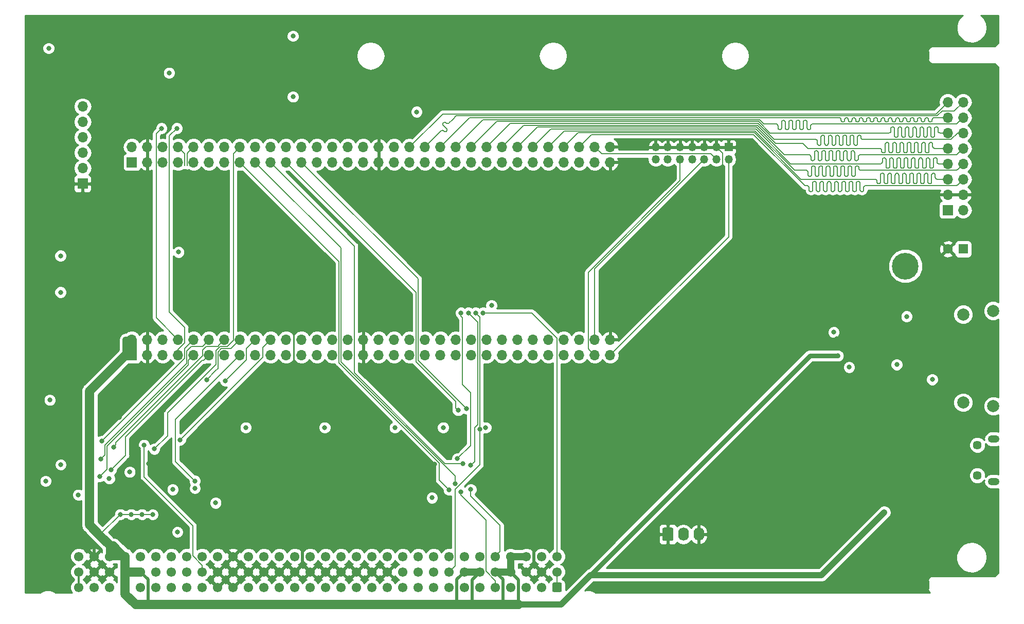
<source format=gbr>
G04 #@! TF.GenerationSoftware,KiCad,Pcbnew,5.0.2+dfsg1-1~bpo9+1*
G04 #@! TF.CreationDate,2022-10-01T08:37:02+02:00*
G04 #@! TF.ProjectId,nubus-to-ztex,6e756275-732d-4746-9f2d-7a7465782e6b,rev?*
G04 #@! TF.SameCoordinates,Original*
G04 #@! TF.FileFunction,Copper,L4,Bot*
G04 #@! TF.FilePolarity,Positive*
%FSLAX46Y46*%
G04 Gerber Fmt 4.6, Leading zero omitted, Abs format (unit mm)*
G04 Created by KiCad (PCBNEW 5.0.2+dfsg1-1~bpo9+1) date Sat Oct  1 08:37:02 2022*
%MOMM*%
%LPD*%
G01*
G04 APERTURE LIST*
G04 #@! TA.AperFunction,ComponentPad*
%ADD10C,4.400000*%
G04 #@! TD*
G04 #@! TA.AperFunction,ComponentPad*
%ADD11R,1.700000X1.700000*%
G04 #@! TD*
G04 #@! TA.AperFunction,ComponentPad*
%ADD12O,1.700000X1.700000*%
G04 #@! TD*
G04 #@! TA.AperFunction,ComponentPad*
%ADD13C,1.450000*%
G04 #@! TD*
G04 #@! TA.AperFunction,ComponentPad*
%ADD14O,1.900000X1.200000*%
G04 #@! TD*
G04 #@! TA.AperFunction,Conductor*
%ADD15C,0.100000*%
G04 #@! TD*
G04 #@! TA.AperFunction,ComponentPad*
%ADD16C,1.740000*%
G04 #@! TD*
G04 #@! TA.AperFunction,ComponentPad*
%ADD17O,1.740000X2.200000*%
G04 #@! TD*
G04 #@! TA.AperFunction,ComponentPad*
%ADD18R,1.350000X1.350000*%
G04 #@! TD*
G04 #@! TA.AperFunction,ComponentPad*
%ADD19O,1.350000X1.350000*%
G04 #@! TD*
G04 #@! TA.AperFunction,ComponentPad*
%ADD20C,2.000000*%
G04 #@! TD*
G04 #@! TA.AperFunction,ComponentPad*
%ADD21R,1.600000X1.600000*%
G04 #@! TD*
G04 #@! TA.AperFunction,ComponentPad*
%ADD22C,1.600000*%
G04 #@! TD*
G04 #@! TA.AperFunction,ComponentPad*
%ADD23C,1.550000*%
G04 #@! TD*
G04 #@! TA.AperFunction,ViaPad*
%ADD24C,0.800000*%
G04 #@! TD*
G04 #@! TA.AperFunction,Conductor*
%ADD25C,0.500000*%
G04 #@! TD*
G04 #@! TA.AperFunction,Conductor*
%ADD26C,0.152400*%
G04 #@! TD*
G04 #@! TA.AperFunction,Conductor*
%ADD27C,0.250000*%
G04 #@! TD*
G04 #@! TA.AperFunction,Conductor*
%ADD28C,1.200000*%
G04 #@! TD*
G04 #@! TA.AperFunction,Conductor*
%ADD29C,1.500000*%
G04 #@! TD*
G04 #@! TA.AperFunction,Conductor*
%ADD30C,1.000000*%
G04 #@! TD*
G04 #@! TA.AperFunction,Conductor*
%ADD31C,0.800000*%
G04 #@! TD*
G04 #@! TA.AperFunction,Conductor*
%ADD32C,1.600000*%
G04 #@! TD*
G04 #@! TA.AperFunction,Conductor*
%ADD33C,0.200000*%
G04 #@! TD*
G04 #@! TA.AperFunction,Conductor*
%ADD34C,0.300000*%
G04 #@! TD*
G04 #@! TA.AperFunction,Conductor*
%ADD35C,0.254000*%
G04 #@! TD*
G04 APERTURE END LIST*
D10*
G04 #@! TO.P,H1,1*
G04 #@! TO.N,SHIELD*
X257350000Y-47090000D03*
G04 #@! TD*
D11*
G04 #@! TO.P,J8,1*
G04 #@! TO.N,+3V3*
X264310000Y-37854999D03*
D12*
G04 #@! TO.P,J8,2*
X266850000Y-37854999D03*
G04 #@! TO.P,J8,3*
G04 #@! TO.N,GND*
X264310000Y-35314999D03*
G04 #@! TO.P,J8,4*
X266850000Y-35314999D03*
G04 #@! TO.P,J8,5*
G04 #@! TO.N,PMOD-5*
X264310000Y-32774999D03*
G04 #@! TO.P,J8,6*
G04 #@! TO.N,PMOD-6*
X266850000Y-32774999D03*
G04 #@! TO.P,J8,7*
G04 #@! TO.N,PMOD-7*
X264310000Y-30234999D03*
G04 #@! TO.P,J8,8*
G04 #@! TO.N,PMOD-8*
X266850000Y-30234999D03*
G04 #@! TO.P,J8,9*
G04 #@! TO.N,PMOD-9*
X264310000Y-27694999D03*
G04 #@! TO.P,J8,10*
G04 #@! TO.N,PMOD-10*
X266850000Y-27694999D03*
G04 #@! TO.P,J8,11*
G04 #@! TO.N,PMOD-11*
X264310000Y-25154999D03*
G04 #@! TO.P,J8,12*
G04 #@! TO.N,PMOD-12*
X266850000Y-25154999D03*
G04 #@! TO.P,J8,13*
G04 #@! TO.N,PMOD-13*
X264310000Y-22614999D03*
G04 #@! TO.P,J8,14*
G04 #@! TO.N,PMOD-14*
X266850000Y-22614999D03*
G04 #@! TO.P,J8,15*
G04 #@! TO.N,PMOD-15*
X264310000Y-20074999D03*
G04 #@! TO.P,J8,16*
G04 #@! TO.N,PMOD-16*
X266850000Y-20074999D03*
G04 #@! TD*
D13*
G04 #@! TO.P,J6,6*
G04 #@! TO.N,SHIELD*
X269197500Y-81570000D03*
X269197500Y-76570000D03*
D14*
X271897500Y-82570000D03*
X271897500Y-75570000D03*
G04 #@! TD*
D15*
G04 #@! TO.N,GND*
G04 #@! TO.C,J7*
G36*
X218884505Y-90171204D02*
X218908773Y-90174804D01*
X218932572Y-90180765D01*
X218955671Y-90189030D01*
X218977850Y-90199520D01*
X218998893Y-90212132D01*
X219018599Y-90226747D01*
X219036777Y-90243223D01*
X219053253Y-90261401D01*
X219067868Y-90281107D01*
X219080480Y-90302150D01*
X219090970Y-90324329D01*
X219099235Y-90347428D01*
X219105196Y-90371227D01*
X219108796Y-90395495D01*
X219110000Y-90419999D01*
X219110000Y-92120001D01*
X219108796Y-92144505D01*
X219105196Y-92168773D01*
X219099235Y-92192572D01*
X219090970Y-92215671D01*
X219080480Y-92237850D01*
X219067868Y-92258893D01*
X219053253Y-92278599D01*
X219036777Y-92296777D01*
X219018599Y-92313253D01*
X218998893Y-92327868D01*
X218977850Y-92340480D01*
X218955671Y-92350970D01*
X218932572Y-92359235D01*
X218908773Y-92365196D01*
X218884505Y-92368796D01*
X218860001Y-92370000D01*
X217619999Y-92370000D01*
X217595495Y-92368796D01*
X217571227Y-92365196D01*
X217547428Y-92359235D01*
X217524329Y-92350970D01*
X217502150Y-92340480D01*
X217481107Y-92327868D01*
X217461401Y-92313253D01*
X217443223Y-92296777D01*
X217426747Y-92278599D01*
X217412132Y-92258893D01*
X217399520Y-92237850D01*
X217389030Y-92215671D01*
X217380765Y-92192572D01*
X217374804Y-92168773D01*
X217371204Y-92144505D01*
X217370000Y-92120001D01*
X217370000Y-90419999D01*
X217371204Y-90395495D01*
X217374804Y-90371227D01*
X217380765Y-90347428D01*
X217389030Y-90324329D01*
X217399520Y-90302150D01*
X217412132Y-90281107D01*
X217426747Y-90261401D01*
X217443223Y-90243223D01*
X217461401Y-90226747D01*
X217481107Y-90212132D01*
X217502150Y-90199520D01*
X217524329Y-90189030D01*
X217547428Y-90180765D01*
X217571227Y-90174804D01*
X217595495Y-90171204D01*
X217619999Y-90170000D01*
X218860001Y-90170000D01*
X218884505Y-90171204D01*
X218884505Y-90171204D01*
G37*
D16*
G04 #@! TD*
G04 #@! TO.P,J7,1*
G04 #@! TO.N,GND*
X218240000Y-91270000D03*
D17*
G04 #@! TO.P,J7,2*
G04 #@! TO.N,+5V*
X220780000Y-91270000D03*
G04 #@! TO.P,J7,3*
G04 #@! TO.N,GND*
X223320000Y-91270000D03*
G04 #@! TD*
D11*
G04 #@! TO.P,JCD1,1*
G04 #@! TO.N,Net-(JCD1-Pad1)*
X130000000Y-30000000D03*
D12*
G04 #@! TO.P,JCD1,2*
G04 #@! TO.N,Net-(JCD1-Pad2)*
X130000000Y-27460000D03*
G04 #@! TO.P,JCD1,3*
G04 #@! TO.N,GND*
X132540000Y-30000000D03*
G04 #@! TO.P,JCD1,4*
X132540000Y-27460000D03*
G04 #@! TO.P,JCD1,5*
G04 #@! TO.N,LED1*
X135080000Y-30000000D03*
G04 #@! TO.P,JCD1,6*
G04 #@! TO.N,LED0*
X135080000Y-27460000D03*
G04 #@! TO.P,JCD1,7*
G04 #@! TO.N,~ID3_3V3*
X137620000Y-30000000D03*
G04 #@! TO.P,JCD1,8*
G04 #@! TO.N,~ID2_3V3*
X137620000Y-27460000D03*
G04 #@! TO.P,JCD1,9*
G04 #@! TO.N,~ID0_3V3*
X140160000Y-30000000D03*
G04 #@! TO.P,JCD1,10*
G04 #@! TO.N,~ID1_3V3*
X140160000Y-27460000D03*
G04 #@! TO.P,JCD1,11*
G04 #@! TO.N,~ARB3_3V3*
X142700000Y-30000000D03*
G04 #@! TO.P,JCD1,12*
G04 #@! TO.N,~ARB2_3V3*
X142700000Y-27460000D03*
G04 #@! TO.P,JCD1,13*
G04 #@! TO.N,~ARB0_3V3*
X145240000Y-30000000D03*
G04 #@! TO.P,JCD1,14*
G04 #@! TO.N,~ARB1_3V3*
X145240000Y-27460000D03*
G04 #@! TO.P,JCD1,15*
G04 #@! TO.N,TMx_oe_n*
X147780000Y-30000000D03*
G04 #@! TO.P,JCD1,16*
G04 #@! TO.N,~CLK2X_3V3*
X147780000Y-27460000D03*
G04 #@! TO.P,JCD1,17*
G04 #@! TO.N,TM1_n_o*
X150320000Y-30000000D03*
G04 #@! TO.P,JCD1,18*
G04 #@! TO.N,SD_D2*
X150320000Y-27460000D03*
G04 #@! TO.P,JCD1,19*
G04 #@! TO.N,TM0_n_o*
X152860000Y-30000000D03*
G04 #@! TO.P,JCD1,20*
G04 #@! TO.N,SD_D3*
X152860000Y-27460000D03*
G04 #@! TO.P,JCD1,21*
G04 #@! TO.N,TM2_oe_n*
X155400000Y-30000000D03*
G04 #@! TO.P,JCD1,22*
G04 #@! TO.N,SD_CMD*
X155400000Y-27460000D03*
G04 #@! TO.P,JCD1,23*
G04 #@! TO.N,TM2_o_n*
X157940000Y-30000000D03*
G04 #@! TO.P,JCD1,24*
G04 #@! TO.N,SD_CLK*
X157940000Y-27460000D03*
G04 #@! TO.P,JCD1,25*
G04 #@! TO.N,~TM1_3V3*
X160480000Y-30000000D03*
G04 #@! TO.P,JCD1,26*
G04 #@! TO.N,SD_D0*
X160480000Y-27460000D03*
G04 #@! TO.P,JCD1,27*
G04 #@! TO.N,~TM0_3V3*
X163020000Y-30000000D03*
G04 #@! TO.P,JCD1,28*
G04 #@! TO.N,SD_D1*
X163020000Y-27460000D03*
G04 #@! TO.P,JCD1,29*
G04 #@! TO.N,~TM2_3V3*
X165560000Y-30000000D03*
G04 #@! TO.P,JCD1,30*
G04 #@! TO.N,~RESET_3V3*
X165560000Y-27460000D03*
G04 #@! TO.P,JCD1,31*
G04 #@! TO.N,+3V3*
X168100000Y-30000000D03*
G04 #@! TO.P,JCD1,32*
X168100000Y-27460000D03*
G04 #@! TO.P,JCD1,33*
G04 #@! TO.N,GND*
X170640000Y-30000000D03*
G04 #@! TO.P,JCD1,34*
X170640000Y-27460000D03*
G04 #@! TO.P,JCD1,35*
G04 #@! TO.N,+3V3*
X173180000Y-30000000D03*
G04 #@! TO.P,JCD1,36*
X173180000Y-27460000D03*
G04 #@! TO.P,JCD1,37*
G04 #@! TO.N,HDMI_HPD_A*
X175720000Y-30000000D03*
G04 #@! TO.P,JCD1,38*
G04 #@! TO.N,PMOD-15*
X175720000Y-27460000D03*
G04 #@! TO.P,JCD1,39*
G04 #@! TO.N,HDMI_SDA_A*
X178260000Y-30000000D03*
G04 #@! TO.P,JCD1,40*
G04 #@! TO.N,PMOD-16*
X178260000Y-27460000D03*
G04 #@! TO.P,JCD1,41*
G04 #@! TO.N,HDMI_SCL_A*
X180800000Y-30000000D03*
G04 #@! TO.P,JCD1,42*
G04 #@! TO.N,PMOD-13*
X180800000Y-27460000D03*
G04 #@! TO.P,JCD1,43*
G04 #@! TO.N,HDMI_CEC_A*
X183340000Y-30000000D03*
G04 #@! TO.P,JCD1,44*
G04 #@! TO.N,PMOD-14*
X183340000Y-27460000D03*
G04 #@! TO.P,JCD1,45*
G04 #@! TO.N,HDMI_CLK-*
X185880000Y-30000000D03*
G04 #@! TO.P,JCD1,46*
G04 #@! TO.N,PMOD-11*
X185880000Y-27460000D03*
G04 #@! TO.P,JCD1,47*
G04 #@! TO.N,HDMI_CLK+*
X188420000Y-30000000D03*
G04 #@! TO.P,JCD1,48*
G04 #@! TO.N,PMOD-12*
X188420000Y-27460000D03*
G04 #@! TO.P,JCD1,49*
G04 #@! TO.N,HDMI_D0+*
X190960000Y-30000000D03*
G04 #@! TO.P,JCD1,50*
G04 #@! TO.N,PMOD-9*
X190960000Y-27460000D03*
G04 #@! TO.P,JCD1,51*
G04 #@! TO.N,HDMI_D0-*
X193500000Y-30000000D03*
G04 #@! TO.P,JCD1,52*
G04 #@! TO.N,PMOD-10*
X193500000Y-27460000D03*
G04 #@! TO.P,JCD1,53*
G04 #@! TO.N,HDMI_D1+*
X196040000Y-30000000D03*
G04 #@! TO.P,JCD1,54*
G04 #@! TO.N,PMOD-7*
X196040000Y-27460000D03*
G04 #@! TO.P,JCD1,55*
G04 #@! TO.N,HDMI_D1-*
X198580000Y-30000000D03*
G04 #@! TO.P,JCD1,56*
G04 #@! TO.N,PMOD-8*
X198580000Y-27460000D03*
G04 #@! TO.P,JCD1,57*
G04 #@! TO.N,HDMI_D2-*
X201120000Y-30000000D03*
G04 #@! TO.P,JCD1,58*
G04 #@! TO.N,PMOD-5*
X201120000Y-27460000D03*
G04 #@! TO.P,JCD1,59*
G04 #@! TO.N,HDMI_D2+*
X203660000Y-30000000D03*
G04 #@! TO.P,JCD1,60*
G04 #@! TO.N,PMOD-6*
X203660000Y-27460000D03*
G04 #@! TO.P,JCD1,61*
G04 #@! TO.N,FPGA_JTAG_TDO*
X206200000Y-30000000D03*
G04 #@! TO.P,JCD1,62*
G04 #@! TO.N,FPGA_JTAG_TMS*
X206200000Y-27460000D03*
G04 #@! TO.P,JCD1,63*
G04 #@! TO.N,GND*
X208740000Y-30000000D03*
G04 #@! TO.P,JCD1,64*
X208740000Y-27460000D03*
G04 #@! TD*
D18*
G04 #@! TO.P,J1,1*
G04 #@! TO.N,GND*
X228230000Y-27500000D03*
D19*
G04 #@! TO.P,J1,2*
G04 #@! TO.N,/B2B/JTAG_VIO*
X228230000Y-29500000D03*
G04 #@! TO.P,J1,3*
G04 #@! TO.N,GND*
X226230000Y-27500000D03*
G04 #@! TO.P,J1,4*
G04 #@! TO.N,FPGA_JTAG_TMS*
X226230000Y-29500000D03*
G04 #@! TO.P,J1,5*
G04 #@! TO.N,GND*
X224230000Y-27500000D03*
G04 #@! TO.P,J1,6*
G04 #@! TO.N,FPGA_JTAG_TCK*
X224230000Y-29500000D03*
G04 #@! TO.P,J1,7*
G04 #@! TO.N,GND*
X222230000Y-27500000D03*
G04 #@! TO.P,J1,8*
G04 #@! TO.N,FPGA_JTAG_TDO*
X222230000Y-29500000D03*
G04 #@! TO.P,J1,9*
G04 #@! TO.N,GND*
X220230000Y-27500000D03*
G04 #@! TO.P,J1,10*
G04 #@! TO.N,FPGA_JTAG_TDI*
X220230000Y-29500000D03*
G04 #@! TO.P,J1,11*
G04 #@! TO.N,GND*
X218230000Y-27500000D03*
G04 #@! TO.P,J1,12*
G04 #@! TO.N,Net-(J1-Pad12)*
X218230000Y-29500000D03*
G04 #@! TO.P,J1,13*
G04 #@! TO.N,GND*
X216230000Y-27500000D03*
G04 #@! TO.P,J1,14*
G04 #@! TO.N,Net-(J1-Pad14)*
X216230000Y-29500000D03*
G04 #@! TD*
D20*
G04 #@! TO.P,J5,SH*
G04 #@! TO.N,SHIELD*
X271800000Y-70150000D03*
X271800000Y-54450000D03*
X266850000Y-69550000D03*
X266850000Y-55050000D03*
G04 #@! TD*
D21*
G04 #@! TO.P,C39,1*
G04 #@! TO.N,SHIELD*
X266850000Y-44280000D03*
D22*
G04 #@! TO.P,C39,2*
G04 #@! TO.N,GND*
X264350000Y-44280000D03*
G04 #@! TD*
D15*
G04 #@! TO.N,-12V*
G04 #@! TO.C,J4*
G36*
X200549505Y-99226204D02*
X200573773Y-99229804D01*
X200597572Y-99235765D01*
X200620671Y-99244030D01*
X200642850Y-99254520D01*
X200663893Y-99267132D01*
X200683599Y-99281747D01*
X200701777Y-99298223D01*
X200718253Y-99316401D01*
X200732868Y-99336107D01*
X200745480Y-99357150D01*
X200755970Y-99379329D01*
X200764235Y-99402428D01*
X200770196Y-99426227D01*
X200773796Y-99450495D01*
X200775000Y-99474999D01*
X200775000Y-100525001D01*
X200773796Y-100549505D01*
X200770196Y-100573773D01*
X200764235Y-100597572D01*
X200755970Y-100620671D01*
X200745480Y-100642850D01*
X200732868Y-100663893D01*
X200718253Y-100683599D01*
X200701777Y-100701777D01*
X200683599Y-100718253D01*
X200663893Y-100732868D01*
X200642850Y-100745480D01*
X200620671Y-100755970D01*
X200597572Y-100764235D01*
X200573773Y-100770196D01*
X200549505Y-100773796D01*
X200525001Y-100775000D01*
X199474999Y-100775000D01*
X199450495Y-100773796D01*
X199426227Y-100770196D01*
X199402428Y-100764235D01*
X199379329Y-100755970D01*
X199357150Y-100745480D01*
X199336107Y-100732868D01*
X199316401Y-100718253D01*
X199298223Y-100701777D01*
X199281747Y-100683599D01*
X199267132Y-100663893D01*
X199254520Y-100642850D01*
X199244030Y-100620671D01*
X199235765Y-100597572D01*
X199229804Y-100573773D01*
X199226204Y-100549505D01*
X199225000Y-100525001D01*
X199225000Y-99474999D01*
X199226204Y-99450495D01*
X199229804Y-99426227D01*
X199235765Y-99402428D01*
X199244030Y-99379329D01*
X199254520Y-99357150D01*
X199267132Y-99336107D01*
X199281747Y-99316401D01*
X199298223Y-99298223D01*
X199316401Y-99281747D01*
X199336107Y-99267132D01*
X199357150Y-99254520D01*
X199379329Y-99244030D01*
X199402428Y-99235765D01*
X199426227Y-99229804D01*
X199450495Y-99226204D01*
X199474999Y-99225000D01*
X200525001Y-99225000D01*
X200549505Y-99226204D01*
X200549505Y-99226204D01*
G37*
D23*
G04 #@! TD*
G04 #@! TO.P,J4,a1*
G04 #@! TO.N,-12V*
X200000000Y-100000000D03*
G04 #@! TO.P,J4,a2*
G04 #@! TO.N,SB0_5V*
X197460000Y-100000000D03*
G04 #@! TO.P,J4,a3*
G04 #@! TO.N,~SPV_5V*
X194920000Y-100000000D03*
G04 #@! TO.P,J4,a4*
G04 #@! TO.N,~SP_5V*
X192380000Y-100000000D03*
G04 #@! TO.P,J4,a5*
G04 #@! TO.N,~TM1_5V*
X189840000Y-100000000D03*
G04 #@! TO.P,J4,a6*
G04 #@! TO.N,~AD1_5V*
X187300000Y-100000000D03*
G04 #@! TO.P,J4,a7*
G04 #@! TO.N,~AD3_5V*
X184760000Y-100000000D03*
G04 #@! TO.P,J4,a8*
G04 #@! TO.N,~AD5_5V*
X182220000Y-100000000D03*
G04 #@! TO.P,J4,a9*
G04 #@! TO.N,~AD7_5V*
X179680000Y-100000000D03*
G04 #@! TO.P,J4,a10*
G04 #@! TO.N,~AD9_5V*
X177140000Y-100000000D03*
G04 #@! TO.P,J4,a11*
G04 #@! TO.N,~AD11_5V*
X174600000Y-100000000D03*
G04 #@! TO.P,J4,a12*
G04 #@! TO.N,~AD13_5V*
X172060000Y-100000000D03*
G04 #@! TO.P,J4,a13*
G04 #@! TO.N,~AD15_5V*
X169520000Y-100000000D03*
G04 #@! TO.P,J4,a14*
G04 #@! TO.N,~AD17_5V*
X166980000Y-100000000D03*
G04 #@! TO.P,J4,a15*
G04 #@! TO.N,~AD19_5V*
X164440000Y-100000000D03*
G04 #@! TO.P,J4,a16*
G04 #@! TO.N,~AD21_5V*
X161900000Y-100000000D03*
G04 #@! TO.P,J4,a17*
G04 #@! TO.N,~AD23_5V*
X159360000Y-100000000D03*
G04 #@! TO.P,J4,a18*
G04 #@! TO.N,~AD25_5V*
X156820000Y-100000000D03*
G04 #@! TO.P,J4,a19*
G04 #@! TO.N,~AD27_5V*
X154280000Y-100000000D03*
G04 #@! TO.P,J4,a20*
G04 #@! TO.N,~AD29_5V*
X151740000Y-100000000D03*
G04 #@! TO.P,J4,a21*
G04 #@! TO.N,~AD31_5V*
X149200000Y-100000000D03*
G04 #@! TO.P,J4,a22*
G04 #@! TO.N,GND*
X146660000Y-100000000D03*
G04 #@! TO.P,J4,a23*
X144120000Y-100000000D03*
G04 #@! TO.P,J4,a24*
G04 #@! TO.N,~ARB1_5V*
X141580000Y-100000000D03*
G04 #@! TO.P,J4,a25*
G04 #@! TO.N,~ARB3_5V*
X139040000Y-100000000D03*
G04 #@! TO.P,J4,a26*
G04 #@! TO.N,~ID1_5V*
X136500000Y-100000000D03*
G04 #@! TO.P,J4,a27*
G04 #@! TO.N,~ID3_5V*
X133960000Y-100000000D03*
G04 #@! TO.P,J4,a28*
G04 #@! TO.N,~ACK_5V*
X131420000Y-100000000D03*
G04 #@! TO.P,J4,a29*
G04 #@! TO.N,+5V*
X128880000Y-100000000D03*
G04 #@! TO.P,J4,a30*
G04 #@! TO.N,~RQST_5V*
X126340000Y-100000000D03*
G04 #@! TO.P,J4,a31*
G04 #@! TO.N,~NMRQ_5V*
X123800000Y-100000000D03*
G04 #@! TO.P,J4,a32*
G04 #@! TO.N,+12V*
X121260000Y-100000000D03*
G04 #@! TO.P,J4,b1*
G04 #@! TO.N,-12V*
X200000000Y-97460000D03*
G04 #@! TO.P,J4,b2*
G04 #@! TO.N,GND*
X197460000Y-97460000D03*
G04 #@! TO.P,J4,b3*
X194920000Y-97460000D03*
G04 #@! TO.P,J4,b4*
G04 #@! TO.N,+5V*
X192380000Y-97460000D03*
G04 #@! TO.P,J4,b5*
X189840000Y-97460000D03*
G04 #@! TO.P,J4,b6*
X187300000Y-97460000D03*
G04 #@! TO.P,J4,b7*
X184760000Y-97460000D03*
G04 #@! TO.P,J4,b8*
G04 #@! TO.N,~TM2_5V*
X182220000Y-97460000D03*
G04 #@! TO.P,J4,b9*
G04 #@! TO.N,~CM0_5V*
X179680000Y-97460000D03*
G04 #@! TO.P,J4,b10*
G04 #@! TO.N,~CM1_5V*
X177140000Y-97460000D03*
G04 #@! TO.P,J4,b11*
G04 #@! TO.N,~CM2_5V*
X174600000Y-97460000D03*
G04 #@! TO.P,J4,b12*
G04 #@! TO.N,GND*
X172060000Y-97460000D03*
G04 #@! TO.P,J4,b13*
X169520000Y-97460000D03*
G04 #@! TO.P,J4,b14*
X166980000Y-97460000D03*
G04 #@! TO.P,J4,b15*
X164440000Y-97460000D03*
G04 #@! TO.P,J4,b16*
X161900000Y-97460000D03*
G04 #@! TO.P,J4,b17*
X159360000Y-97460000D03*
G04 #@! TO.P,J4,b18*
X156820000Y-97460000D03*
G04 #@! TO.P,J4,b19*
X154280000Y-97460000D03*
G04 #@! TO.P,J4,b20*
X151740000Y-97460000D03*
G04 #@! TO.P,J4,b21*
X149200000Y-97460000D03*
G04 #@! TO.P,J4,b22*
X146660000Y-97460000D03*
G04 #@! TO.P,J4,b23*
X144120000Y-97460000D03*
G04 #@! TO.P,J4,b24*
G04 #@! TO.N,~CLK2X_5V*
X141580000Y-97460000D03*
G04 #@! TO.P,J4,b25*
G04 #@! TO.N,STDBYPWR*
X139040000Y-97460000D03*
G04 #@! TO.P,J4,b26*
G04 #@! TO.N,~CLK2XEN_5V*
X136500000Y-97460000D03*
G04 #@! TO.P,J4,b27*
G04 #@! TO.N,~CBUSY_5V*
X133960000Y-97460000D03*
G04 #@! TO.P,J4,b28*
G04 #@! TO.N,+5V*
X131420000Y-97460000D03*
G04 #@! TO.P,J4,b29*
X128880000Y-97460000D03*
G04 #@! TO.P,J4,b30*
G04 #@! TO.N,GND*
X126340000Y-97460000D03*
G04 #@! TO.P,J4,b31*
X123800000Y-97460000D03*
G04 #@! TO.P,J4,b32*
G04 #@! TO.N,+12V*
X121260000Y-97460000D03*
G04 #@! TO.P,J4,c1*
G04 #@! TO.N,~RESET_5V*
X200000000Y-94920000D03*
G04 #@! TO.P,J4,c2*
G04 #@! TO.N,SB1_5V*
X197460000Y-94920000D03*
G04 #@! TO.P,J4,c3*
G04 #@! TO.N,+5V*
X194920000Y-94920000D03*
G04 #@! TO.P,J4,c4*
X192380000Y-94920000D03*
G04 #@! TO.P,J4,c5*
G04 #@! TO.N,~TM0_5V*
X189840000Y-94920000D03*
G04 #@! TO.P,J4,c6*
G04 #@! TO.N,~AD0_5V*
X187300000Y-94920000D03*
G04 #@! TO.P,J4,c7*
G04 #@! TO.N,~AD2_5V*
X184760000Y-94920000D03*
G04 #@! TO.P,J4,c8*
G04 #@! TO.N,~AD4_5V*
X182220000Y-94920000D03*
G04 #@! TO.P,J4,c9*
G04 #@! TO.N,~AD6_5V*
X179680000Y-94920000D03*
G04 #@! TO.P,J4,c10*
G04 #@! TO.N,~AD8_5V*
X177140000Y-94920000D03*
G04 #@! TO.P,J4,c11*
G04 #@! TO.N,~AD10_5V*
X174600000Y-94920000D03*
G04 #@! TO.P,J4,c12*
G04 #@! TO.N,~AD12_5V*
X172060000Y-94920000D03*
G04 #@! TO.P,J4,c13*
G04 #@! TO.N,~AD14_5V*
X169520000Y-94920000D03*
G04 #@! TO.P,J4,c14*
G04 #@! TO.N,~AD16_5V*
X166980000Y-94920000D03*
G04 #@! TO.P,J4,c15*
G04 #@! TO.N,~AD18_5V*
X164440000Y-94920000D03*
G04 #@! TO.P,J4,c16*
G04 #@! TO.N,~AD20_5V*
X161900000Y-94920000D03*
G04 #@! TO.P,J4,c17*
G04 #@! TO.N,~AD22_5V*
X159360000Y-94920000D03*
G04 #@! TO.P,J4,c18*
G04 #@! TO.N,~AD24_5V*
X156820000Y-94920000D03*
G04 #@! TO.P,J4,c19*
G04 #@! TO.N,~AD26_5V*
X154280000Y-94920000D03*
G04 #@! TO.P,J4,c20*
G04 #@! TO.N,~AD28_5V*
X151740000Y-94920000D03*
G04 #@! TO.P,J4,c21*
G04 #@! TO.N,~AD30_5V*
X149200000Y-94920000D03*
G04 #@! TO.P,J4,c22*
G04 #@! TO.N,GND*
X146660000Y-94920000D03*
G04 #@! TO.P,J4,c23*
G04 #@! TO.N,~PFW_5V*
X144120000Y-94920000D03*
G04 #@! TO.P,J4,c24*
G04 #@! TO.N,~ARB0_5V*
X141580000Y-94920000D03*
G04 #@! TO.P,J4,c25*
G04 #@! TO.N,~ARB2_5V*
X139040000Y-94920000D03*
G04 #@! TO.P,J4,c26*
G04 #@! TO.N,~ID0_5V*
X136500000Y-94920000D03*
G04 #@! TO.P,J4,c27*
G04 #@! TO.N,~ID2_5V*
X133960000Y-94920000D03*
G04 #@! TO.P,J4,c28*
G04 #@! TO.N,~START_5V*
X131420000Y-94920000D03*
G04 #@! TO.P,J4,c29*
G04 #@! TO.N,+5V*
X128880000Y-94920000D03*
G04 #@! TO.P,J4,c30*
X126340000Y-94920000D03*
G04 #@! TO.P,J4,c31*
G04 #@! TO.N,GND*
X123800000Y-94920000D03*
G04 #@! TO.P,J4,c32*
G04 #@! TO.N,~CLK_5V*
X121260000Y-94920000D03*
G04 #@! TD*
D12*
G04 #@! TO.P,J3,6*
G04 #@! TO.N,Net-(J3-Pad6)*
X121900000Y-20800000D03*
G04 #@! TO.P,J3,5*
G04 #@! TO.N,LED0*
X121900000Y-23340000D03*
G04 #@! TO.P,J3,4*
G04 #@! TO.N,LED1*
X121900000Y-25880000D03*
G04 #@! TO.P,J3,3*
G04 #@! TO.N,Net-(J3-Pad3)*
X121900000Y-28420000D03*
G04 #@! TO.P,J3,2*
G04 #@! TO.N,Net-(J3-Pad2)*
X121900000Y-30960000D03*
D11*
G04 #@! TO.P,J3,1*
G04 #@! TO.N,GND*
X121900000Y-33500000D03*
G04 #@! TD*
D12*
G04 #@! TO.P,JAB1,64*
G04 #@! TO.N,GND*
X208740000Y-59210000D03*
G04 #@! TO.P,JAB1,63*
G04 #@! TO.N,/B2B/JTAG_VIO*
X208740000Y-61750000D03*
G04 #@! TO.P,JAB1,62*
G04 #@! TO.N,FPGA_JTAG_TCK*
X206200000Y-59210000D03*
G04 #@! TO.P,JAB1,61*
G04 #@! TO.N,FPGA_JTAG_TDI*
X206200000Y-61750000D03*
G04 #@! TO.P,JAB1,60*
G04 #@! TO.N,USBH0_D-*
X203660000Y-59210000D03*
G04 #@! TO.P,JAB1,59*
G04 #@! TO.N,USBH0_D+*
X203660000Y-61750000D03*
G04 #@! TO.P,JAB1,58*
G04 #@! TO.N,~AD0_3V3*
X201120000Y-59210000D03*
G04 #@! TO.P,JAB1,57*
G04 #@! TO.N,~AD1_3V3*
X201120000Y-61750000D03*
G04 #@! TO.P,JAB1,56*
G04 #@! TO.N,~AD2_3V3*
X198580000Y-59210000D03*
G04 #@! TO.P,JAB1,55*
G04 #@! TO.N,~AD3_3V3*
X198580000Y-61750000D03*
G04 #@! TO.P,JAB1,54*
G04 #@! TO.N,~AD4_3V3*
X196040000Y-59210000D03*
G04 #@! TO.P,JAB1,53*
G04 #@! TO.N,~AD5_3V3*
X196040000Y-61750000D03*
G04 #@! TO.P,JAB1,52*
G04 #@! TO.N,~AD6_3V3*
X193500000Y-59210000D03*
G04 #@! TO.P,JAB1,51*
G04 #@! TO.N,~AD7_3V3*
X193500000Y-61750000D03*
G04 #@! TO.P,JAB1,50*
G04 #@! TO.N,~AD8_3V3*
X190960000Y-59210000D03*
G04 #@! TO.P,JAB1,49*
G04 #@! TO.N,~AD9_3V3*
X190960000Y-61750000D03*
G04 #@! TO.P,JAB1,48*
G04 #@! TO.N,~AD10_3V3*
X188420000Y-59210000D03*
G04 #@! TO.P,JAB1,47*
G04 #@! TO.N,~AD11_3V3*
X188420000Y-61750000D03*
G04 #@! TO.P,JAB1,46*
G04 #@! TO.N,~AD12_3V3*
X185880000Y-59210000D03*
G04 #@! TO.P,JAB1,45*
G04 #@! TO.N,~AD13_3V3*
X185880000Y-61750000D03*
G04 #@! TO.P,JAB1,44*
G04 #@! TO.N,~AD14_3V3*
X183340000Y-59210000D03*
G04 #@! TO.P,JAB1,43*
G04 #@! TO.N,~AD15_3V3*
X183340000Y-61750000D03*
G04 #@! TO.P,JAB1,42*
G04 #@! TO.N,~AD16_3V3*
X180800000Y-59210000D03*
G04 #@! TO.P,JAB1,41*
G04 #@! TO.N,~AD17_3V3*
X180800000Y-61750000D03*
G04 #@! TO.P,JAB1,40*
G04 #@! TO.N,~AD18_3V3*
X178260000Y-59210000D03*
G04 #@! TO.P,JAB1,39*
G04 #@! TO.N,~AD19_3V3*
X178260000Y-61750000D03*
G04 #@! TO.P,JAB1,38*
G04 #@! TO.N,~AD20_3V3*
X175720000Y-59210000D03*
G04 #@! TO.P,JAB1,37*
G04 #@! TO.N,~AD21_3V3*
X175720000Y-61750000D03*
G04 #@! TO.P,JAB1,36*
G04 #@! TO.N,~AD22_3V3*
X173180000Y-59210000D03*
G04 #@! TO.P,JAB1,35*
G04 #@! TO.N,~AD23_3V3*
X173180000Y-61750000D03*
G04 #@! TO.P,JAB1,34*
G04 #@! TO.N,+3V3*
X170640000Y-59210000D03*
G04 #@! TO.P,JAB1,33*
X170640000Y-61750000D03*
G04 #@! TO.P,JAB1,32*
G04 #@! TO.N,GND*
X168100000Y-59210000D03*
G04 #@! TO.P,JAB1,31*
X168100000Y-61750000D03*
G04 #@! TO.P,JAB1,30*
G04 #@! TO.N,+3V3*
X165560000Y-59210000D03*
G04 #@! TO.P,JAB1,29*
X165560000Y-61750000D03*
G04 #@! TO.P,JAB1,28*
G04 #@! TO.N,~AD24_3V3*
X163020000Y-59210000D03*
G04 #@! TO.P,JAB1,27*
G04 #@! TO.N,NUBUS_OE*
X163020000Y-61750000D03*
G04 #@! TO.P,JAB1,26*
G04 #@! TO.N,~AD26_3V3*
X160480000Y-59210000D03*
G04 #@! TO.P,JAB1,25*
G04 #@! TO.N,~AD25_3V3*
X160480000Y-61750000D03*
G04 #@! TO.P,JAB1,24*
G04 #@! TO.N,~AD28_3V3*
X157940000Y-59210000D03*
G04 #@! TO.P,JAB1,23*
G04 #@! TO.N,~AD27_3V3*
X157940000Y-61750000D03*
G04 #@! TO.P,JAB1,22*
G04 #@! TO.N,~AD30_3V3*
X155400000Y-59210000D03*
G04 #@! TO.P,JAB1,21*
G04 #@! TO.N,~AD29_3V3*
X155400000Y-61750000D03*
G04 #@! TO.P,JAB1,20*
G04 #@! TO.N,~CLK_3V3*
X152860000Y-59210000D03*
G04 #@! TO.P,JAB1,19*
G04 #@! TO.N,~AD31_3V3*
X152860000Y-61750000D03*
G04 #@! TO.P,JAB1,18*
G04 #@! TO.N,ARB1_o_n*
X150320000Y-59210000D03*
G04 #@! TO.P,JAB1,17*
G04 #@! TO.N,NUBUS_AD_DIR*
X150320000Y-61750000D03*
G04 #@! TO.P,JAB1,16*
G04 #@! TO.N,ARB2_o_n*
X147780000Y-59210000D03*
G04 #@! TO.P,JAB1,15*
G04 #@! TO.N,ARB3_o_n*
X147780000Y-61750000D03*
G04 #@! TO.P,JAB1,14*
G04 #@! TO.N,ACK_o_n*
X145240000Y-59210000D03*
G04 #@! TO.P,JAB1,13*
G04 #@! TO.N,ARB0_o_n*
X145240000Y-61750000D03*
G04 #@! TO.P,JAB1,12*
G04 #@! TO.N,ACK_oe_n*
X142700000Y-59210000D03*
G04 #@! TO.P,JAB1,11*
G04 #@! TO.N,START_o_n*
X142700000Y-61750000D03*
G04 #@! TO.P,JAB1,10*
G04 #@! TO.N,RQST_o_n*
X140160000Y-59210000D03*
G04 #@! TO.P,JAB1,9*
G04 #@! TO.N,START_oe_n*
X140160000Y-61750000D03*
G04 #@! TO.P,JAB1,8*
G04 #@! TO.N,~ACK_3V3*
X137620000Y-59210000D03*
G04 #@! TO.P,JAB1,7*
G04 #@! TO.N,~START_3V3*
X137620000Y-61750000D03*
G04 #@! TO.P,JAB1,6*
G04 #@! TO.N,~RQST_3V3*
X135080000Y-59210000D03*
G04 #@! TO.P,JAB1,5*
G04 #@! TO.N,~NMRQ_3V3*
X135080000Y-61750000D03*
G04 #@! TO.P,JAB1,4*
G04 #@! TO.N,GND*
X132540000Y-59210000D03*
G04 #@! TO.P,JAB1,3*
X132540000Y-61750000D03*
G04 #@! TO.P,JAB1,2*
G04 #@! TO.N,+5V*
X130000000Y-59210000D03*
D11*
G04 #@! TO.P,JAB1,1*
X130000000Y-61750000D03*
G04 #@! TD*
D24*
G04 #@! TO.N,GND*
X226300000Y-31900000D03*
X137500000Y-89312500D03*
X256220000Y-61875000D03*
X252900000Y-82730000D03*
X262640000Y-79355000D03*
X149900000Y-71000000D03*
X117200000Y-84780000D03*
X189500000Y-71000000D03*
X115200000Y-87480000D03*
X145400000Y-88100000D03*
X139300000Y-87450000D03*
X155357500Y-79750000D03*
X148200000Y-86800000D03*
X256010000Y-87920000D03*
X179857500Y-79750000D03*
X115200000Y-90730000D03*
X264200000Y-67357500D03*
X145300000Y-90050000D03*
X194857500Y-79750000D03*
X168357500Y-79750000D03*
X163000000Y-71000000D03*
X267730000Y-79355000D03*
X267720000Y-77180000D03*
X268000000Y-65550000D03*
X174500000Y-71000000D03*
X268000000Y-58050000D03*
X255500000Y-58625000D03*
X255040000Y-53812500D03*
X115200000Y-89430000D03*
X116300000Y-16437500D03*
X246062500Y-59100000D03*
X268000000Y-61050000D03*
X244180000Y-99750000D03*
X236450000Y-82730000D03*
X158100000Y-92000000D03*
X196200000Y-92480000D03*
X123800000Y-93000000D03*
X139252400Y-47600000D03*
X145125000Y-50200000D03*
X187000000Y-83100000D03*
X168650000Y-91575000D03*
X118534670Y-98720000D03*
X168357500Y-78180000D03*
X115670000Y-40410000D03*
X158730000Y-9200000D03*
X158127500Y-19200000D03*
X147900000Y-8080000D03*
X149555000Y-18100000D03*
X163305000Y-18100000D03*
X165000000Y-8080000D03*
X186786371Y-50762953D03*
X181586371Y-48162953D03*
X135250000Y-70800000D03*
X131100000Y-77215000D03*
X190611371Y-50675453D03*
X181586371Y-53962953D03*
X127900000Y-72015000D03*
X132800000Y-79640000D03*
X152880000Y-42180000D03*
X194880000Y-35760000D03*
X168820000Y-45760000D03*
X203510000Y-96190000D03*
X207500000Y-71000000D03*
X245700000Y-19170000D03*
X203660000Y-19170000D03*
X228090000Y-60250000D03*
X209140000Y-49610000D03*
X179800000Y-92480000D03*
X176480000Y-33630000D03*
X140070000Y-65480000D03*
X140070000Y-71650000D03*
X183850000Y-73462500D03*
G04 #@! TO.N,+3V3*
X161750000Y-73687500D03*
X176885673Y-21678535D03*
X188250000Y-73687500D03*
X136727523Y-83900000D03*
X137700000Y-44789641D03*
X126287500Y-82100000D03*
X248080000Y-63750000D03*
X257550000Y-55387500D03*
X156530000Y-19200000D03*
X156530000Y-9200000D03*
X115812500Y-82500000D03*
X148750000Y-73687500D03*
X140387500Y-83700000D03*
X118300000Y-79800000D03*
X143787500Y-86100000D03*
X245550000Y-57975000D03*
X137500000Y-90887500D03*
X116300000Y-11212500D03*
X116500000Y-69150000D03*
X173300000Y-73700000D03*
X118265134Y-45400000D03*
X121200000Y-84780000D03*
X181250000Y-73687500D03*
X118265134Y-51400000D03*
X136140000Y-15272793D03*
X189211371Y-53562953D03*
X129652500Y-81000000D03*
X179412661Y-85255497D03*
G04 #@! TO.N,+5V*
X253850000Y-87660000D03*
X246230000Y-61872500D03*
X131697842Y-88000000D03*
X129897842Y-88000000D03*
X128097842Y-88000000D03*
X133421568Y-88014972D03*
X220840000Y-97970000D03*
X188575000Y-102850000D03*
G04 #@! TO.N,~RESET_5V*
X187800000Y-54800000D03*
G04 #@! TO.N,~TM1_5V*
X184200000Y-54800000D03*
X183600000Y-78800000D03*
X184150000Y-84250000D03*
G04 #@! TO.N,~TM2_5V*
X186600000Y-54800000D03*
X187263411Y-73930000D03*
G04 #@! TO.N,~TM0_5V*
X185400000Y-54800000D03*
X185800000Y-83875000D03*
X185800000Y-79900000D03*
G04 #@! TO.N,~CLK_3V3*
X137965000Y-75700000D03*
G04 #@! TO.N,~CLK2X_5V*
X132000000Y-76565000D03*
G04 #@! TO.N,~START_3V3*
X137410000Y-24400000D03*
G04 #@! TO.N,~ACK_3V3*
X134880000Y-24400000D03*
G04 #@! TO.N,~CLK2X_3V3*
X133700000Y-77215000D03*
G04 #@! TO.N,ARB1_o_n*
X145387500Y-66000000D03*
G04 #@! TO.N,ARB3_o_n*
X140375000Y-82475000D03*
G04 #@! TO.N,ARB2_o_n*
X142300000Y-65800000D03*
G04 #@! TO.N,RQST_o_n*
X125066330Y-75900000D03*
G04 #@! TO.N,START_o_n*
X126550000Y-80675000D03*
G04 #@! TO.N,START_oe_n*
X124712500Y-81750000D03*
G04 #@! TO.N,ACK_o_n*
X126975000Y-76905000D03*
G04 #@! TO.N,ACK_oe_n*
X124925000Y-78850000D03*
G04 #@! TO.N,TMx_oe_n*
X182200161Y-83950161D03*
G04 #@! TO.N,TM1_n_o*
X183200000Y-82900000D03*
G04 #@! TO.N,TM0_n_o*
X184500000Y-79600000D03*
G04 #@! TO.N,TM2_o_n*
X185110000Y-70590000D03*
G04 #@! TO.N,TM2_oe_n*
X183710000Y-70850000D03*
G04 #@! TO.N,/hdmi/HDMI_5V*
X261760000Y-65782500D03*
X255920000Y-63320000D03*
G04 #@! TD*
D25*
G04 #@! TO.N,GND*
X159360000Y-97460000D02*
X158100000Y-96200000D01*
X158100000Y-96200000D02*
X158100000Y-92000000D01*
D26*
X158080000Y-96200000D02*
X158100000Y-96200000D01*
D25*
X156820000Y-97460000D02*
X158080000Y-96200000D01*
X197460000Y-97460000D02*
X196200000Y-96200000D01*
X196200000Y-96200000D02*
X196200000Y-92490000D01*
D26*
X196180000Y-96200000D02*
X196200000Y-96200000D01*
D25*
X194920000Y-97460000D02*
X196180000Y-96200000D01*
X123800000Y-94920000D02*
X123800000Y-93000000D01*
D26*
X152880000Y-42180000D02*
X152880000Y-52210000D01*
X152880000Y-52210000D02*
X156670000Y-56000000D01*
X156670000Y-64670000D02*
X163000000Y-71000000D01*
D27*
X156670000Y-56000000D02*
X156670000Y-64670000D01*
D26*
X226230000Y-27500000D02*
X227230000Y-28500000D01*
X227230000Y-30970000D02*
X226300000Y-31900000D01*
X227230000Y-28500000D02*
X227230000Y-30970000D01*
G04 #@! TO.N,/B2B/JTAG_VIO*
X228230000Y-42260000D02*
X228230000Y-29500000D01*
X208740000Y-61750000D02*
X228230000Y-42260000D01*
D28*
G04 #@! TO.N,+5V*
X189840000Y-97460000D02*
X192380000Y-97460000D01*
D29*
X128880000Y-100000000D02*
X128880000Y-101096015D01*
X128880000Y-101096015D02*
X130633985Y-102850000D01*
X130633985Y-102850000D02*
X132675000Y-102850000D01*
D25*
X184760000Y-97460000D02*
X183500000Y-98720000D01*
D28*
X187300000Y-97460000D02*
X184760000Y-97460000D01*
X192380000Y-94920000D02*
X192380000Y-97460000D01*
X194920000Y-94920000D02*
X192380000Y-94920000D01*
X130000000Y-61750000D02*
X128998000Y-61750000D01*
D29*
X123050000Y-89750000D02*
X124930000Y-91630000D01*
X123050000Y-67697600D02*
X123050000Y-89750000D01*
D30*
X243540000Y-97970000D02*
X253850000Y-87660000D01*
X220840000Y-97970000D02*
X243540000Y-97970000D01*
D31*
X241617500Y-61872500D02*
X205520000Y-97970000D01*
X246230000Y-61872500D02*
X241617500Y-61872500D01*
D30*
X220840000Y-97970000D02*
X205520000Y-97970000D01*
D28*
X126340000Y-94920000D02*
X126340000Y-93040000D01*
D29*
X126340000Y-93040000D02*
X124930000Y-91630000D01*
X127897927Y-62850000D02*
X123050000Y-67697600D01*
X128998000Y-61750000D02*
X127897927Y-62850000D01*
D32*
X130000000Y-61750000D02*
X130000000Y-59210000D01*
D30*
X128998000Y-61750000D02*
X128998000Y-59252000D01*
X129040000Y-59210000D02*
X130000000Y-59210000D01*
X128998000Y-59252000D02*
X129040000Y-59210000D01*
X200640000Y-102850000D02*
X205520000Y-97970000D01*
D26*
X183500000Y-102800000D02*
X183450000Y-102850000D01*
D25*
X183500000Y-98720000D02*
X183500000Y-102800000D01*
D30*
X193650000Y-102850000D02*
X200640000Y-102850000D01*
D25*
X193650000Y-98730000D02*
X192380000Y-97460000D01*
D26*
X131712814Y-88014972D02*
X131697842Y-88000000D01*
X133421568Y-88014972D02*
X131712814Y-88014972D01*
X131697842Y-88000000D02*
X129897842Y-88000000D01*
X129897842Y-88000000D02*
X128097842Y-88000000D01*
X124930000Y-91167842D02*
X124930000Y-91630000D01*
X128097842Y-88000000D02*
X124930000Y-91167842D01*
D29*
X128880000Y-97460000D02*
X131420000Y-97460000D01*
X128880000Y-97460000D02*
X128880000Y-100000000D01*
X128880000Y-94920000D02*
X128880000Y-97460000D01*
D25*
X193650000Y-102850000D02*
X193650000Y-98730000D01*
X187300000Y-97460000D02*
X186025000Y-98735000D01*
D26*
X186025000Y-102825000D02*
X186050000Y-102850000D01*
D25*
X186025000Y-98735000D02*
X186025000Y-102825000D01*
D29*
X183450000Y-102850000D02*
X186050000Y-102850000D01*
D25*
X189840000Y-97460000D02*
X191100000Y-98720000D01*
X191100000Y-98720000D02*
X191100000Y-102650000D01*
D26*
X191100000Y-102650000D02*
X191300000Y-102850000D01*
D29*
X191300000Y-102850000D02*
X193650000Y-102850000D01*
X186050000Y-102850000D02*
X188575000Y-102850000D01*
X188575000Y-102850000D02*
X191300000Y-102850000D01*
D25*
X132675000Y-98715000D02*
X132675000Y-102850000D01*
X131420000Y-97460000D02*
X132675000Y-98715000D01*
D29*
X183450000Y-102850000D02*
X132675000Y-102850000D01*
D28*
X126340000Y-94920000D02*
X128880000Y-94920000D01*
X127000000Y-93040000D02*
X126340000Y-93040000D01*
D26*
X127585000Y-93675000D02*
X127635000Y-93675000D01*
D28*
X127635000Y-93675000D02*
X127000000Y-93040000D01*
X126340000Y-94920000D02*
X127585000Y-93675000D01*
X128880000Y-94920000D02*
X127635000Y-93675000D01*
D29*
X188575000Y-102850000D02*
X188575000Y-102850000D01*
D33*
G04 #@! TO.N,-12V*
X200000000Y-100000000D02*
X200000000Y-97460000D01*
D26*
G04 #@! TO.N,~RESET_5V*
X195845000Y-54800000D02*
X187800000Y-54800000D01*
X200000000Y-58955000D02*
X195845000Y-54800000D01*
X200000000Y-94920000D02*
X200000000Y-58955000D01*
G04 #@! TO.N,~TM1_5V*
X189840000Y-98903985D02*
X189840000Y-100000000D01*
X184150000Y-84250000D02*
X184150000Y-84815685D01*
X184150000Y-84815685D02*
X188303601Y-88969286D01*
X188303601Y-88969286D02*
X188303601Y-97367586D01*
X188303601Y-97367586D02*
X189840000Y-98903985D01*
X184200000Y-54800000D02*
X184200000Y-55365685D01*
X184200000Y-55365685D02*
X184418601Y-55584286D01*
X184418601Y-55584286D02*
X184418601Y-66588601D01*
X185738601Y-67908601D02*
X184418601Y-66588601D01*
X185738601Y-76661399D02*
X185738601Y-67908601D01*
X183600000Y-78800000D02*
X185738601Y-76661399D01*
D34*
G04 #@! TO.N,+12V*
X121260000Y-97460000D02*
X121260000Y-100000000D01*
D26*
G04 #@! TO.N,~TM2_5V*
X182220000Y-97460000D02*
X183223601Y-96456399D01*
X187263411Y-79833791D02*
X187263411Y-73930000D01*
X183223601Y-83873601D02*
X187263411Y-79833791D01*
X187263411Y-55463411D02*
X186600000Y-54800000D01*
X187263411Y-73930000D02*
X187263411Y-55463411D01*
X183223601Y-96456399D02*
X183223601Y-83873601D01*
G04 #@! TO.N,~TM0_5V*
X190614999Y-89814999D02*
X185800000Y-85000000D01*
X190614999Y-94145001D02*
X190614999Y-89814999D01*
X189840000Y-94920000D02*
X190614999Y-94145001D01*
X185800000Y-85000000D02*
X185800000Y-83875000D01*
X186958601Y-56358601D02*
X185400000Y-54800000D01*
X185800000Y-79900000D02*
X186428601Y-79271399D01*
X186428601Y-79271399D02*
X186428601Y-73701399D01*
X186428601Y-73701399D02*
X186958601Y-73171399D01*
X186958601Y-73171399D02*
X186958601Y-56358601D01*
G04 #@! TO.N,~ID2_3V3*
X138698601Y-28538601D02*
X138698601Y-30517729D01*
X137620000Y-27460000D02*
X138698601Y-28538601D01*
G04 #@! TO.N,~ID1_3V3*
X139310001Y-28309999D02*
X140160000Y-27460000D01*
X139081399Y-30565997D02*
X139081399Y-28538601D01*
X139081399Y-28538601D02*
X139310001Y-28309999D01*
G04 #@! TO.N,~CLK_3V3*
X152860000Y-59210000D02*
X151600000Y-60470000D01*
X151600000Y-62065000D02*
X151398601Y-62266399D01*
X151600000Y-60470000D02*
X151600000Y-62065000D01*
X137965000Y-75700000D02*
X151398601Y-62266399D01*
G04 #@! TO.N,~CLK2X_5V*
X140043601Y-94827586D02*
X140043601Y-89843601D01*
X141580000Y-96363985D02*
X140043601Y-94827586D01*
X141580000Y-97460000D02*
X141580000Y-96363985D01*
X132000000Y-81800000D02*
X132000000Y-76565000D01*
X140043601Y-89843601D02*
X132000000Y-81800000D01*
G04 #@! TO.N,~START_3V3*
X137620000Y-61750000D02*
X137620000Y-60806330D01*
X137620000Y-60806330D02*
X138698601Y-59727729D01*
X138698601Y-59727729D02*
X138698601Y-57188601D01*
X136158601Y-25651399D02*
X136158601Y-54648601D01*
X137410000Y-24400000D02*
X136158601Y-25651399D01*
X138698601Y-57188601D02*
X136158601Y-54648601D01*
G04 #@! TO.N,~ACK_3V3*
X134001399Y-25278601D02*
X134880000Y-24400000D01*
X134001399Y-55591399D02*
X134001399Y-25278601D01*
X137620000Y-59210000D02*
X134001399Y-55591399D01*
G04 #@! TO.N,FPGA_JTAG_TCK*
X206200000Y-47530000D02*
X224230000Y-29500000D01*
X206200000Y-59210000D02*
X206200000Y-47530000D01*
G04 #@! TO.N,FPGA_JTAG_TDI*
X205350001Y-60900001D02*
X206200000Y-61750000D01*
X205121399Y-60671399D02*
X205350001Y-60900001D01*
X220230000Y-29500000D02*
X220230000Y-33020000D01*
X205121399Y-48128601D02*
X205121399Y-60671399D01*
X220230000Y-33020000D02*
X205121399Y-48128601D01*
G04 #@! TO.N,FPGA_JTAG_TMS*
X206200000Y-27460000D02*
X207340000Y-28600000D01*
X225555001Y-28825001D02*
X226230000Y-29500000D01*
X207343601Y-28596399D02*
X225326399Y-28596399D01*
X225326399Y-28596399D02*
X225555001Y-28825001D01*
X207340000Y-28600000D02*
X207343601Y-28596399D01*
G04 #@! TO.N,~CLK2X_3V3*
X146701399Y-28538601D02*
X147780000Y-27460000D01*
X146701399Y-59344931D02*
X146701399Y-28538601D01*
X145679741Y-60366589D02*
X146701399Y-59344931D01*
X144514477Y-60366589D02*
X145679741Y-60366589D01*
X135878601Y-75036399D02*
X135878601Y-71291069D01*
X135878601Y-71291069D02*
X143856589Y-63313081D01*
X143856589Y-61024477D02*
X144514477Y-60366589D01*
X133700000Y-77215000D02*
X135878601Y-75036399D01*
X143856589Y-63313081D02*
X143856589Y-61024477D01*
G04 #@! TO.N,ARB1_o_n*
X148858601Y-62528899D02*
X148858601Y-60671399D01*
X149470001Y-60059999D02*
X150320000Y-59210000D01*
X148858601Y-60671399D02*
X149470001Y-60059999D01*
X145387500Y-66000000D02*
X148858601Y-62528899D01*
G04 #@! TO.N,ARB3_o_n*
X140375000Y-82475000D02*
X137200000Y-79300000D01*
X137200000Y-72330000D02*
X147780000Y-61750000D01*
X137200000Y-79300000D02*
X137200000Y-72330000D01*
G04 #@! TO.N,ARB2_o_n*
X144161399Y-63938601D02*
X143778601Y-64321399D01*
X147780000Y-59210000D02*
X146318601Y-60671399D01*
X143778601Y-64321399D02*
X142300000Y-65800000D01*
X144718601Y-60671399D02*
X144161399Y-61228601D01*
X146318601Y-60671399D02*
X144718601Y-60671399D01*
X144161399Y-61228601D02*
X144161399Y-63938601D01*
G04 #@! TO.N,RQST_o_n*
X138698601Y-60671399D02*
X140160000Y-59210000D01*
X138698601Y-62267729D02*
X125066330Y-75900000D01*
X138698601Y-60671399D02*
X138698601Y-62267729D01*
G04 #@! TO.N,START_o_n*
X128958411Y-75223759D02*
X128958411Y-78266589D01*
X141582171Y-62599999D02*
X128958411Y-75223759D01*
X141850001Y-62599999D02*
X141582171Y-62599999D01*
X142700000Y-61750000D02*
X141850001Y-62599999D01*
X128958411Y-78266589D02*
X126550000Y-80675000D01*
X126550000Y-80675000D02*
X126550000Y-80675000D01*
G04 #@! TO.N,START_oe_n*
X140160000Y-61750000D02*
X139310001Y-62599999D01*
X125904810Y-80557690D02*
X124712500Y-81750000D01*
X139310001Y-63334669D02*
X125904810Y-76739860D01*
X139310001Y-62599999D02*
X139310001Y-63334669D01*
X125904810Y-76739860D02*
X125904810Y-80557690D01*
G04 #@! TO.N,ACK_o_n*
X144390001Y-60059999D02*
X145240000Y-59210000D01*
X141621399Y-60928601D02*
X142261399Y-60288601D01*
X144161399Y-60288601D02*
X144390001Y-60059999D01*
X141621399Y-61884931D02*
X141621399Y-60928601D01*
X142261399Y-60288601D02*
X144161399Y-60288601D01*
X126975000Y-76905000D02*
X127374999Y-76505001D01*
X127374999Y-76505001D02*
X127374999Y-76131331D01*
X127374999Y-76131331D02*
X141621399Y-61884931D01*
G04 #@! TO.N,ACK_oe_n*
X139003411Y-61121589D02*
X139003411Y-63146589D01*
X139836399Y-60288601D02*
X139003411Y-61121589D01*
X141621399Y-60288601D02*
X139836399Y-60288601D01*
X142700000Y-59210000D02*
X141621399Y-60288601D01*
X139003411Y-63146589D02*
X125600000Y-76550000D01*
X125600000Y-76550000D02*
X125600000Y-76550000D01*
X125324999Y-78450001D02*
X124925000Y-78850000D01*
X125600000Y-78175000D02*
X125324999Y-78450001D01*
X125600000Y-76550000D02*
X125600000Y-78175000D01*
G04 #@! TO.N,TMx_oe_n*
X180621399Y-82371399D02*
X182200161Y-83950161D01*
X147780000Y-30000000D02*
X164098601Y-46318601D01*
X180621399Y-79531399D02*
X180621399Y-82371399D01*
X164098601Y-46318601D02*
X164098601Y-63008601D01*
X164098601Y-63008601D02*
X180621399Y-79531399D01*
G04 #@! TO.N,TM1_n_o*
X151169999Y-30849999D02*
X150320000Y-30000000D01*
X183200000Y-82900000D02*
X183200000Y-81678934D01*
X183200000Y-81678934D02*
X164403411Y-62882345D01*
X164403411Y-62882345D02*
X164403411Y-44083411D01*
X164403411Y-44083411D02*
X151169999Y-30849999D01*
G04 #@! TO.N,TM0_n_o*
X153709999Y-30849999D02*
X152860000Y-30000000D01*
X166638601Y-64686469D02*
X166638601Y-43778601D01*
X166638601Y-43778601D02*
X153709999Y-30849999D01*
X181552132Y-79600000D02*
X166638601Y-64686469D01*
X184500000Y-79600000D02*
X181552132Y-79600000D01*
G04 #@! TO.N,TM2_o_n*
X158789999Y-30849999D02*
X157940000Y-30000000D01*
X177103411Y-49163411D02*
X158789999Y-30849999D01*
X177103411Y-62583411D02*
X177103411Y-49163411D01*
X185110000Y-70590000D02*
X177103411Y-62583411D01*
G04 #@! TO.N,TM2_oe_n*
X176798601Y-51398601D02*
X155400000Y-30000000D01*
X176798601Y-62898601D02*
X176798601Y-51398601D01*
X183310001Y-69410001D02*
X176798601Y-62898601D01*
X183310001Y-70450001D02*
X183310001Y-69410001D01*
X183710000Y-70850000D02*
X183310001Y-70450001D01*
G04 #@! TO.N,PMOD-12*
X265906330Y-25154999D02*
X266850000Y-25154999D01*
X250360000Y-26233600D02*
X264827729Y-26233600D01*
X247067521Y-25756166D02*
X247089709Y-25692757D01*
X246029834Y-25552632D02*
X246093243Y-25530444D01*
X245972953Y-25588373D02*
X246029834Y-25552632D01*
X245852478Y-26961034D02*
X245860000Y-26894278D01*
X247660000Y-26894278D02*
X247667521Y-26961034D01*
X245830290Y-27024443D02*
X245852478Y-26961034D01*
X242626756Y-26241121D02*
X242690165Y-26263309D01*
X247660000Y-25822922D02*
X247660000Y-26894278D01*
X245794549Y-27081324D02*
X245830290Y-27024443D01*
X245325450Y-27081324D02*
X245372953Y-27128827D01*
X250060000Y-25822922D02*
X250060000Y-25933600D01*
X245147046Y-25588373D02*
X245194549Y-25635876D01*
X192280000Y-23600000D02*
X233096394Y-23600000D01*
X246093243Y-25530444D02*
X246160000Y-25522922D01*
X247060000Y-25822922D02*
X247067521Y-25756166D01*
X245090165Y-25552632D02*
X245147046Y-25588373D01*
X246994549Y-27081324D02*
X247030290Y-27024443D01*
X244960000Y-25522922D02*
X245026756Y-25530444D01*
X244893243Y-25530444D02*
X244960000Y-25522922D01*
X244772953Y-25588373D02*
X244829834Y-25552632D01*
X245372953Y-27128827D02*
X245429834Y-27164568D01*
X245026756Y-25530444D02*
X245090165Y-25552632D01*
X247893243Y-27186756D02*
X247960000Y-27194278D01*
X245267521Y-26961034D02*
X245289709Y-27024443D01*
X245560000Y-27194278D02*
X245626756Y-27186756D01*
X244652478Y-26961034D02*
X244660000Y-26894278D01*
X247772953Y-27128827D02*
X247829834Y-27164568D01*
X244426756Y-27186756D02*
X244490165Y-27164568D01*
X246226756Y-25530444D02*
X246290165Y-25552632D01*
X244360000Y-27194278D02*
X244426756Y-27186756D01*
X243525450Y-25635876D02*
X243572953Y-25588373D01*
X244293243Y-27186756D02*
X244360000Y-27194278D01*
X248252478Y-26961034D02*
X248260000Y-26894278D01*
X245889709Y-25692757D02*
X245925450Y-25635876D01*
X243290165Y-27164568D02*
X243347046Y-27128827D01*
X245260000Y-25822922D02*
X245260000Y-26894278D01*
X244594549Y-27081324D02*
X244630290Y-27024443D01*
X243226756Y-27186756D02*
X243290165Y-27164568D01*
X243460000Y-25822922D02*
X243467521Y-25756166D01*
X244229834Y-27164568D02*
X244293243Y-27186756D01*
X242560000Y-26233600D02*
X242626756Y-26241121D01*
X249629834Y-25552632D02*
X249693243Y-25530444D01*
X242925450Y-27081324D02*
X242972953Y-27128827D01*
X248852478Y-25756166D02*
X248860000Y-25822922D01*
X246452478Y-25756166D02*
X246460000Y-25822922D01*
X243489709Y-25692757D02*
X243525450Y-25635876D01*
X242889709Y-27024443D02*
X242925450Y-27081324D01*
X243467521Y-25756166D02*
X243489709Y-25692757D01*
X249760000Y-25522922D02*
X249826756Y-25530444D01*
X242867521Y-26961034D02*
X242889709Y-27024443D01*
X247172953Y-25588373D02*
X247229834Y-25552632D01*
X249347046Y-27128827D02*
X249394549Y-27081324D01*
X242690165Y-26263309D02*
X242747046Y-26299050D01*
X246525450Y-27081324D02*
X246572953Y-27128827D01*
X248690165Y-25552632D02*
X248747046Y-25588373D01*
X243029834Y-27164568D02*
X243093243Y-27186756D01*
X245289709Y-27024443D02*
X245325450Y-27081324D01*
X245626756Y-27186756D02*
X245690165Y-27164568D01*
X244660000Y-26894278D02*
X244660000Y-25822922D01*
X247829834Y-27164568D02*
X247893243Y-27186756D01*
X188420000Y-27460000D02*
X192280000Y-23600000D01*
X244089709Y-27024443D02*
X244125450Y-27081324D01*
X247652478Y-25756166D02*
X247660000Y-25822922D01*
X248260000Y-25822922D02*
X248267521Y-25756166D01*
X245860000Y-26894278D02*
X245860000Y-25822922D01*
X245747046Y-27128827D02*
X245794549Y-27081324D01*
X244667521Y-25756166D02*
X244689709Y-25692757D01*
X264827729Y-26233600D02*
X265906330Y-25154999D01*
X242747046Y-26299050D02*
X242794549Y-26346553D01*
X246160000Y-25522922D02*
X246226756Y-25530444D01*
X246760000Y-27194278D02*
X246826756Y-27186756D01*
X244660000Y-25822922D02*
X244667521Y-25756166D01*
X245690165Y-27164568D02*
X245747046Y-27128827D01*
X242794549Y-26346553D02*
X242830290Y-26403434D01*
X243826756Y-25530444D02*
X243890165Y-25552632D01*
X242860000Y-26533600D02*
X242860000Y-26894278D01*
X244829834Y-25552632D02*
X244893243Y-25530444D01*
X245860000Y-25822922D02*
X245867521Y-25756166D01*
X248194549Y-27081324D02*
X248230290Y-27024443D01*
X242852478Y-26466843D02*
X242860000Y-26533600D01*
X245260000Y-26894278D02*
X245267521Y-26961034D01*
X247725450Y-27081324D02*
X247772953Y-27128827D01*
X244547046Y-27128827D02*
X244594549Y-27081324D01*
X244172953Y-27128827D02*
X244229834Y-27164568D01*
X245252478Y-25756166D02*
X245260000Y-25822922D01*
X243093243Y-27186756D02*
X243160000Y-27194278D01*
X245429834Y-27164568D02*
X245493243Y-27186756D01*
X247667521Y-26961034D02*
X247689709Y-27024443D01*
X249693243Y-25530444D02*
X249760000Y-25522922D01*
X244490165Y-27164568D02*
X244547046Y-27128827D01*
X244052478Y-25756166D02*
X244060000Y-25822922D01*
X243347046Y-27128827D02*
X243394549Y-27081324D01*
X243394549Y-27081324D02*
X243430290Y-27024443D01*
X245493243Y-27186756D02*
X245560000Y-27194278D01*
X247689709Y-27024443D02*
X247725450Y-27081324D01*
X249572953Y-25588373D02*
X249629834Y-25552632D01*
X243452478Y-26961034D02*
X243460000Y-26894278D01*
X243460000Y-26894278D02*
X243460000Y-25822922D01*
X245194549Y-25635876D02*
X245230290Y-25692757D01*
X243572953Y-25588373D02*
X243629834Y-25552632D01*
X243629834Y-25552632D02*
X243693243Y-25530444D01*
X243693243Y-25530444D02*
X243760000Y-25522922D01*
X249525450Y-25635876D02*
X249572953Y-25588373D01*
X243760000Y-25522922D02*
X243826756Y-25530444D01*
X249826756Y-25530444D02*
X249890165Y-25552632D01*
X247052478Y-26961034D02*
X247060000Y-26894278D01*
X248972953Y-27128827D02*
X249029834Y-27164568D01*
X249093243Y-27186756D02*
X249160000Y-27194278D01*
X244060000Y-26894278D02*
X244067521Y-26961034D01*
X247060000Y-26894278D02*
X247060000Y-25822922D01*
X244060000Y-25822922D02*
X244060000Y-26894278D01*
X249029834Y-27164568D02*
X249093243Y-27186756D01*
X248230290Y-27024443D02*
X248252478Y-26961034D01*
X245867521Y-25756166D02*
X245889709Y-25692757D01*
X245230290Y-25692757D02*
X245252478Y-25756166D01*
X244125450Y-27081324D02*
X244172953Y-27128827D01*
X246290165Y-25552632D02*
X246347046Y-25588373D01*
X243947046Y-25588373D02*
X243994549Y-25635876D01*
X246460000Y-26894278D02*
X246467521Y-26961034D01*
X249452478Y-26961034D02*
X249460000Y-26894278D01*
X246347046Y-25588373D02*
X246394549Y-25635876D01*
X244067521Y-26961034D02*
X244089709Y-27024443D01*
X249394549Y-27081324D02*
X249430290Y-27024443D01*
X243890165Y-25552632D02*
X243947046Y-25588373D01*
X246460000Y-25822922D02*
X246460000Y-26894278D01*
X246394549Y-25635876D02*
X246430290Y-25692757D01*
X249430290Y-27024443D02*
X249452478Y-26961034D01*
X243994549Y-25635876D02*
X244030290Y-25692757D01*
X246467521Y-26961034D02*
X246489709Y-27024443D01*
X235729994Y-26233600D02*
X242560000Y-26233600D01*
X249460000Y-26894278D02*
X249460000Y-25822922D01*
X244030290Y-25692757D02*
X244052478Y-25756166D01*
X246489709Y-27024443D02*
X246525450Y-27081324D01*
X249460000Y-25822922D02*
X249467521Y-25756166D01*
X246572953Y-27128827D02*
X246629834Y-27164568D01*
X248747046Y-25588373D02*
X248794549Y-25635876D01*
X242860000Y-26894278D02*
X242867521Y-26961034D01*
X246629834Y-27164568D02*
X246693243Y-27186756D01*
X248794549Y-25635876D02*
X248830290Y-25692757D01*
X246693243Y-27186756D02*
X246760000Y-27194278D01*
X246430290Y-25692757D02*
X246452478Y-25756166D01*
X248830290Y-25692757D02*
X248852478Y-25756166D01*
X246826756Y-27186756D02*
X246890165Y-27164568D01*
X248860000Y-25822922D02*
X248860000Y-26894278D01*
X246890165Y-27164568D02*
X246947046Y-27128827D01*
X248860000Y-26894278D02*
X248867521Y-26961034D01*
X246947046Y-27128827D02*
X246994549Y-27081324D01*
X248867521Y-26961034D02*
X248889709Y-27024443D01*
X247030290Y-27024443D02*
X247052478Y-26961034D01*
X248925450Y-27081324D02*
X248972953Y-27128827D01*
X247089709Y-25692757D02*
X247125450Y-25635876D01*
X243430290Y-27024443D02*
X243452478Y-26961034D01*
X247125450Y-25635876D02*
X247172953Y-25588373D01*
X247229834Y-25552632D02*
X247293243Y-25530444D01*
X247293243Y-25530444D02*
X247360000Y-25522922D01*
X247360000Y-25522922D02*
X247426756Y-25530444D01*
X247426756Y-25530444D02*
X247490165Y-25552632D01*
X242972953Y-27128827D02*
X243029834Y-27164568D01*
X247490165Y-25552632D02*
X247547046Y-25588373D01*
X247547046Y-25588373D02*
X247594549Y-25635876D01*
X247594549Y-25635876D02*
X247630290Y-25692757D01*
X247630290Y-25692757D02*
X247652478Y-25756166D01*
X245925450Y-25635876D02*
X245972953Y-25588373D01*
X248260000Y-26894278D02*
X248260000Y-25822922D01*
X244689709Y-25692757D02*
X244725450Y-25635876D01*
X247960000Y-27194278D02*
X248026756Y-27186756D01*
X244725450Y-25635876D02*
X244772953Y-25588373D01*
X248026756Y-27186756D02*
X248090165Y-27164568D01*
X248090165Y-27164568D02*
X248147046Y-27128827D01*
X248147046Y-27128827D02*
X248194549Y-27081324D01*
X248267521Y-25756166D02*
X248289709Y-25692757D01*
X248289709Y-25692757D02*
X248325450Y-25635876D01*
X248325450Y-25635876D02*
X248372953Y-25588373D01*
X250293243Y-26226079D02*
X250360000Y-26233600D01*
X248429834Y-25552632D02*
X248493243Y-25530444D01*
X243160000Y-27194278D02*
X243226756Y-27186756D01*
X248493243Y-25530444D02*
X248560000Y-25522922D01*
X248560000Y-25522922D02*
X248626756Y-25530444D01*
X248626756Y-25530444D02*
X248690165Y-25552632D01*
X233096394Y-23600000D02*
X235729994Y-26233600D01*
X248889709Y-27024443D02*
X248925450Y-27081324D01*
X242830290Y-26403434D02*
X242852478Y-26466843D01*
X249160000Y-27194278D02*
X249226756Y-27186756D01*
X249226756Y-27186756D02*
X249290165Y-27164568D01*
X249290165Y-27164568D02*
X249347046Y-27128827D01*
X249467521Y-25756166D02*
X249489709Y-25692757D01*
X249489709Y-25692757D02*
X249525450Y-25635876D01*
X249890165Y-25552632D02*
X249947046Y-25588373D01*
X250125450Y-26120647D02*
X250172953Y-26168150D01*
X249947046Y-25588373D02*
X249994549Y-25635876D01*
X249994549Y-25635876D02*
X250030290Y-25692757D01*
X250030290Y-25692757D02*
X250052478Y-25756166D01*
X250052478Y-25756166D02*
X250060000Y-25822922D01*
X250060000Y-25933600D02*
X250067521Y-26000357D01*
X250067521Y-26000357D02*
X250089709Y-26063766D01*
X250089709Y-26063766D02*
X250125450Y-26120647D01*
X244630290Y-27024443D02*
X244652478Y-26961034D01*
X250172953Y-26168150D02*
X250229834Y-26203891D01*
X248372953Y-25588373D02*
X248429834Y-25552632D01*
X250229834Y-26203891D02*
X250293243Y-26226079D01*
G04 #@! TO.N,PMOD-11*
X235082459Y-25154999D02*
X233207460Y-23280000D01*
X254940000Y-24854999D02*
X254932478Y-24921755D01*
X254947521Y-24413850D02*
X254940000Y-24480607D01*
X255052953Y-24246057D02*
X255005450Y-24293560D01*
X255109834Y-24210316D02*
X255052953Y-24246057D01*
X259205450Y-25766438D02*
X259169709Y-25709557D01*
X259373243Y-25871870D02*
X259309834Y-25849682D01*
X255547521Y-25646148D02*
X255540000Y-25579391D01*
X259506756Y-25871870D02*
X259440000Y-25879391D01*
X259674549Y-25766438D02*
X259627046Y-25813941D01*
X262732478Y-24413850D02*
X262710290Y-24350441D01*
X257910290Y-24350441D02*
X257874549Y-24293560D01*
X259747521Y-24413850D02*
X259740000Y-24480607D01*
X261605450Y-25766438D02*
X261569709Y-25709557D01*
X257932478Y-24413850D02*
X257910290Y-24350441D01*
X260509834Y-25849682D02*
X260452953Y-25813941D01*
X260040000Y-24180607D02*
X259973243Y-24188128D01*
X260310290Y-24350441D02*
X260274549Y-24293560D01*
X259973243Y-24188128D02*
X259909834Y-24210316D01*
X260340000Y-24480607D02*
X260332478Y-24413850D01*
X260340000Y-25579391D02*
X260340000Y-24480607D01*
X256909834Y-25849682D02*
X256852953Y-25813941D01*
X261109834Y-24210316D02*
X261052953Y-24246057D01*
X260452953Y-25813941D02*
X260405450Y-25766438D01*
X260573243Y-25871870D02*
X260509834Y-25849682D01*
X260170165Y-24210316D02*
X260106756Y-24188128D01*
X260706756Y-25871870D02*
X260640000Y-25879391D01*
X260227046Y-24246057D02*
X260170165Y-24210316D01*
X260932478Y-25646148D02*
X260910290Y-25709557D01*
X259147521Y-25646148D02*
X259140000Y-25579391D01*
X258370165Y-25849682D02*
X258306756Y-25871870D01*
X256205450Y-24293560D02*
X256169709Y-24350441D01*
X257969709Y-25709557D02*
X257947521Y-25646148D01*
X260947521Y-24413850D02*
X260940000Y-24480607D01*
X254910290Y-24985164D02*
X254874549Y-25042045D01*
X259769709Y-24350441D02*
X259747521Y-24413850D01*
X257573243Y-24188128D02*
X257509834Y-24210316D01*
X259627046Y-25813941D02*
X259570165Y-25849682D01*
X260969709Y-24350441D02*
X260947521Y-24413850D01*
X256740000Y-25579391D02*
X256740000Y-24480607D01*
X257874549Y-24293560D02*
X257827046Y-24246057D01*
X261173243Y-24188128D02*
X261109834Y-24210316D01*
X257940000Y-25579391D02*
X257940000Y-24480607D01*
X261240000Y-24180607D02*
X261173243Y-24188128D01*
X262740000Y-24854999D02*
X262740000Y-24480607D01*
X260940000Y-24480607D02*
X260940000Y-25579391D01*
X261306756Y-24188128D02*
X261240000Y-24180607D01*
X262309834Y-24210316D02*
X262252953Y-24246057D01*
X259852953Y-24246057D02*
X259805450Y-24293560D01*
X257706756Y-24188128D02*
X257640000Y-24180607D01*
X262627046Y-24246057D02*
X262570165Y-24210316D01*
X256973243Y-25871870D02*
X256909834Y-25849682D01*
X262373243Y-24188128D02*
X262309834Y-24210316D01*
X254940000Y-24480607D02*
X254940000Y-24854999D01*
X262506756Y-24188128D02*
X262440000Y-24180607D01*
X254969709Y-24350441D02*
X254947521Y-24413850D01*
X262205450Y-24293560D02*
X262169709Y-24350441D01*
X255005450Y-24293560D02*
X254969709Y-24350441D01*
X262252953Y-24246057D02*
X262205450Y-24293560D01*
X262074549Y-25766438D02*
X262027046Y-25813941D01*
X258652953Y-24246057D02*
X258605450Y-24293560D01*
X261840000Y-25879391D02*
X261773243Y-25871870D01*
X262710290Y-24350441D02*
X262674549Y-24293560D01*
X259570165Y-25849682D02*
X259506756Y-25871870D01*
X259309834Y-25849682D02*
X259252953Y-25813941D01*
X261540000Y-25579391D02*
X261540000Y-24480607D01*
X261370165Y-24210316D02*
X261306756Y-24188128D01*
X261427046Y-24246057D02*
X261370165Y-24210316D01*
X255773243Y-25871870D02*
X255709834Y-25849682D01*
X262570165Y-24210316D02*
X262506756Y-24188128D01*
X262805450Y-25042045D02*
X262769709Y-24985164D01*
X260274549Y-24293560D02*
X260227046Y-24246057D01*
X263040000Y-25154999D02*
X262973243Y-25147477D01*
X261052953Y-24246057D02*
X261005450Y-24293560D01*
X262909834Y-25125289D02*
X262852953Y-25089548D01*
X259074549Y-24293560D02*
X259027046Y-24246057D01*
X261773243Y-25871870D02*
X261709834Y-25849682D01*
X258240000Y-25879391D02*
X258173243Y-25871870D01*
X256147521Y-24413850D02*
X256140000Y-24480607D01*
X262973243Y-25147477D02*
X262909834Y-25125289D01*
X261569709Y-25709557D02*
X261547521Y-25646148D01*
X260369709Y-25709557D02*
X260347521Y-25646148D01*
X259169709Y-25709557D02*
X259147521Y-25646148D01*
X261005450Y-24293560D02*
X260969709Y-24350441D01*
X258005450Y-25766438D02*
X257969709Y-25709557D01*
X256110290Y-25709557D02*
X256074549Y-25766438D01*
X262747521Y-24921755D02*
X262740000Y-24854999D01*
X260332478Y-24413850D02*
X260310290Y-24350441D01*
X262740000Y-24480607D02*
X262732478Y-24413850D01*
X258540000Y-24480607D02*
X258540000Y-25579391D01*
X256570165Y-24210316D02*
X256506756Y-24188128D01*
X262140000Y-24480607D02*
X262140000Y-25579391D01*
X262110290Y-25709557D02*
X262074549Y-25766438D01*
X260106756Y-24188128D02*
X260040000Y-24180607D01*
X260640000Y-25879391D02*
X260573243Y-25871870D01*
X262769709Y-24985164D02*
X262747521Y-24921755D01*
X262140000Y-25579391D02*
X262132478Y-25646148D01*
X261906756Y-25871870D02*
X261840000Y-25879391D01*
X258970165Y-24210316D02*
X258906756Y-24188128D01*
X256074549Y-25766438D02*
X256027046Y-25813941D01*
X254932478Y-24921755D02*
X254910290Y-24985164D01*
X261709834Y-25849682D02*
X261652953Y-25813941D01*
X257640000Y-24180607D02*
X257573243Y-24188128D01*
X259805450Y-24293560D02*
X259769709Y-24350441D01*
X257940000Y-24480607D02*
X257932478Y-24413850D01*
X262147521Y-24413850D02*
X262140000Y-24480607D01*
X259440000Y-25879391D02*
X259373243Y-25871870D01*
X257274549Y-25766438D02*
X257227046Y-25813941D01*
X261652953Y-25813941D02*
X261605450Y-25766438D01*
X261540000Y-24480607D02*
X261532478Y-24413850D01*
X256852953Y-25813941D02*
X256805450Y-25766438D01*
X260910290Y-25709557D02*
X260874549Y-25766438D01*
X261532478Y-24413850D02*
X261510290Y-24350441D01*
X233207460Y-23280000D02*
X190060000Y-23280000D01*
X261510290Y-24350441D02*
X261474549Y-24293560D01*
X256627046Y-24246057D02*
X256570165Y-24210316D01*
X259252953Y-25813941D02*
X259205450Y-25766438D01*
X190060000Y-23280000D02*
X185880000Y-27460000D01*
X258532478Y-25646148D02*
X258510290Y-25709557D01*
X256440000Y-24180607D02*
X256373243Y-24188128D01*
X261474549Y-24293560D02*
X261427046Y-24246057D01*
X258840000Y-24180607D02*
X258773243Y-24188128D01*
X255970165Y-25849682D02*
X255906756Y-25871870D01*
X259140000Y-25579391D02*
X259140000Y-24480607D01*
X258306756Y-25871870D02*
X258240000Y-25879391D01*
X256169709Y-24350441D02*
X256147521Y-24413850D01*
X256732478Y-24413850D02*
X256710290Y-24350441D01*
X259132478Y-24413850D02*
X259110290Y-24350441D01*
X259110290Y-24350441D02*
X259074549Y-24293560D01*
X262674549Y-24293560D02*
X262627046Y-24246057D01*
X259027046Y-24246057D02*
X258970165Y-24210316D01*
X258906756Y-24188128D02*
X258840000Y-24180607D01*
X256027046Y-25813941D02*
X255970165Y-25849682D01*
X258773243Y-24188128D02*
X258709834Y-24210316D01*
X255906756Y-25871870D02*
X255840000Y-25879391D01*
X258709834Y-24210316D02*
X258652953Y-24246057D01*
X259140000Y-24480607D02*
X259132478Y-24413850D01*
X256740000Y-24480607D02*
X256732478Y-24413850D01*
X258605450Y-24293560D02*
X258569709Y-24350441D01*
X256710290Y-24350441D02*
X256674549Y-24293560D01*
X258569709Y-24350441D02*
X258547521Y-24413850D01*
X262132478Y-25646148D02*
X262110290Y-25709557D01*
X256674549Y-24293560D02*
X256627046Y-24246057D01*
X261547521Y-25646148D02*
X261540000Y-25579391D01*
X258547521Y-24413850D02*
X258540000Y-24480607D01*
X258540000Y-25579391D02*
X258532478Y-25646148D01*
X256506756Y-24188128D02*
X256440000Y-24180607D01*
X258510290Y-25709557D02*
X258474549Y-25766438D01*
X256373243Y-24188128D02*
X256309834Y-24210316D01*
X258474549Y-25766438D02*
X258427046Y-25813941D01*
X256309834Y-24210316D02*
X256252953Y-24246057D01*
X258427046Y-25813941D02*
X258370165Y-25849682D01*
X256252953Y-24246057D02*
X256205450Y-24293560D01*
X262440000Y-24180607D02*
X262373243Y-24188128D01*
X258173243Y-25871870D02*
X258109834Y-25849682D01*
X256140000Y-24480607D02*
X256140000Y-25579391D01*
X258109834Y-25849682D02*
X258052953Y-25813941D01*
X256140000Y-25579391D02*
X256132478Y-25646148D01*
X260405450Y-25766438D02*
X260369709Y-25709557D01*
X258052953Y-25813941D02*
X258005450Y-25766438D01*
X256132478Y-25646148D02*
X256110290Y-25709557D01*
X257947521Y-25646148D02*
X257940000Y-25579391D01*
X262027046Y-25813941D02*
X261970165Y-25849682D01*
X257827046Y-24246057D02*
X257770165Y-24210316D01*
X259909834Y-24210316D02*
X259852953Y-24246057D01*
X257770165Y-24210316D02*
X257706756Y-24188128D01*
X254874549Y-25042045D02*
X254827046Y-25089548D01*
X257509834Y-24210316D02*
X257452953Y-24246057D01*
X254827046Y-25089548D02*
X254770165Y-25125289D01*
X259740000Y-24480607D02*
X259740000Y-25579391D01*
X257452953Y-24246057D02*
X257405450Y-24293560D01*
X254770165Y-25125289D02*
X254706756Y-25147477D01*
X259740000Y-25579391D02*
X259732478Y-25646148D01*
X257405450Y-24293560D02*
X257369709Y-24350441D01*
X254706756Y-25147477D02*
X254640000Y-25154999D01*
X259732478Y-25646148D02*
X259710290Y-25709557D01*
X257369709Y-24350441D02*
X257347521Y-24413850D01*
X254640000Y-25154999D02*
X235082459Y-25154999D01*
X259710290Y-25709557D02*
X259674549Y-25766438D01*
X264310000Y-25154999D02*
X263040000Y-25154999D01*
X257347521Y-24413850D02*
X257340000Y-24480607D01*
X257340000Y-24480607D02*
X257340000Y-25579391D01*
X260874549Y-25766438D02*
X260827046Y-25813941D01*
X257340000Y-25579391D02*
X257332478Y-25646148D01*
X260827046Y-25813941D02*
X260770165Y-25849682D01*
X257332478Y-25646148D02*
X257310290Y-25709557D01*
X260770165Y-25849682D02*
X260706756Y-25871870D01*
X257310290Y-25709557D02*
X257274549Y-25766438D01*
X255370165Y-24210316D02*
X255306756Y-24188128D01*
X257227046Y-25813941D02*
X257170165Y-25849682D01*
X255306756Y-24188128D02*
X255240000Y-24180607D01*
X257170165Y-25849682D02*
X257106756Y-25871870D01*
X260347521Y-25646148D02*
X260340000Y-25579391D01*
X256805450Y-25766438D02*
X256769709Y-25709557D01*
X256769709Y-25709557D02*
X256747521Y-25646148D01*
X256747521Y-25646148D02*
X256740000Y-25579391D01*
X261970165Y-25849682D02*
X261906756Y-25871870D01*
X262852953Y-25089548D02*
X262805450Y-25042045D01*
X255840000Y-25879391D02*
X255773243Y-25871870D01*
X255709834Y-25849682D02*
X255652953Y-25813941D01*
X255652953Y-25813941D02*
X255605450Y-25766438D01*
X255605450Y-25766438D02*
X255569709Y-25709557D01*
X255569709Y-25709557D02*
X255547521Y-25646148D01*
X260940000Y-25579391D02*
X260932478Y-25646148D01*
X255540000Y-25579391D02*
X255540000Y-24480607D01*
X262169709Y-24350441D02*
X262147521Y-24413850D01*
X255540000Y-24480607D02*
X255532478Y-24413850D01*
X255532478Y-24413850D02*
X255510290Y-24350441D01*
X255510290Y-24350441D02*
X255474549Y-24293560D01*
X255474549Y-24293560D02*
X255427046Y-24246057D01*
X255427046Y-24246057D02*
X255370165Y-24210316D01*
X257106756Y-25871870D02*
X257040000Y-25879391D01*
X255240000Y-24180607D02*
X255173243Y-24188128D01*
X257040000Y-25879391D02*
X256973243Y-25871870D01*
X255173243Y-24188128D02*
X255109834Y-24210316D01*
G04 #@! TO.N,PMOD-10*
X265771399Y-28773600D02*
X266850000Y-27694999D01*
X249609709Y-28943434D02*
X249645450Y-28886553D01*
X249587521Y-29006843D02*
X249609709Y-28943434D01*
X249580000Y-29428586D02*
X249580000Y-29073600D01*
X249572478Y-29495342D02*
X249580000Y-29428586D01*
X249550290Y-29558751D02*
X249572478Y-29495342D01*
X249514549Y-29615632D02*
X249550290Y-29558751D01*
X249467046Y-29663135D02*
X249514549Y-29615632D01*
X249410165Y-29698876D02*
X249467046Y-29663135D01*
X249346756Y-29721064D02*
X249410165Y-29698876D01*
X245080000Y-28068614D02*
X245146756Y-28076136D01*
X244610165Y-29698876D02*
X244667046Y-29663135D01*
X244546756Y-29721064D02*
X244610165Y-29698876D01*
X244349834Y-29698876D02*
X244413243Y-29721064D01*
X244292953Y-29663135D02*
X244349834Y-29698876D01*
X244245450Y-29615632D02*
X244292953Y-29663135D01*
X244187521Y-29495342D02*
X244209709Y-29558751D01*
X241610165Y-28803309D02*
X241667046Y-28839050D01*
X244180000Y-28368614D02*
X244180000Y-29428586D01*
X232845027Y-24210763D02*
X237407864Y-28773600D01*
X244114549Y-28181568D02*
X244150290Y-28238449D01*
X243213243Y-29721064D02*
X243280000Y-29728586D01*
X249580000Y-29073600D02*
X249587521Y-29006843D01*
X244667046Y-29663135D02*
X244714549Y-29615632D01*
X244010165Y-28098324D02*
X244067046Y-28134065D01*
X245146756Y-28076136D02*
X245210165Y-28098324D01*
X244892953Y-28134065D02*
X244949834Y-28098324D01*
X247292953Y-28134065D02*
X247349834Y-28098324D01*
X243580000Y-28368614D02*
X243587521Y-28301858D01*
X243346756Y-29721064D02*
X243410165Y-29698876D01*
X244067046Y-28134065D02*
X244114549Y-28181568D01*
X243280000Y-29728586D02*
X243346756Y-29721064D01*
X242445450Y-28181568D02*
X242492953Y-28134065D01*
X245013243Y-28076136D02*
X245080000Y-28068614D01*
X246580000Y-29428586D02*
X246587521Y-29495342D01*
X243149834Y-29698876D02*
X243213243Y-29721064D01*
X244480000Y-29728586D02*
X244546756Y-29721064D01*
X243092953Y-29663135D02*
X243149834Y-29698876D01*
X246749834Y-29698876D02*
X246813243Y-29721064D01*
X243467046Y-29663135D02*
X243514549Y-29615632D01*
X241845450Y-29615632D02*
X241892953Y-29663135D01*
X242372478Y-29495342D02*
X242380000Y-29428586D01*
X248210165Y-29698876D02*
X248267046Y-29663135D01*
X241780000Y-29428586D02*
X241787521Y-29495342D01*
X242613243Y-28076136D02*
X242680000Y-28068614D01*
X245210165Y-28098324D02*
X245267046Y-28134065D01*
X245980000Y-28368614D02*
X245987521Y-28301858D01*
X248013243Y-29721064D02*
X248080000Y-29728586D01*
X243410165Y-29698876D02*
X243467046Y-29663135D01*
X241780000Y-29073600D02*
X241780000Y-29428586D01*
X245980000Y-29428586D02*
X245980000Y-28368614D01*
X247949834Y-29698876D02*
X248013243Y-29721064D01*
X246692953Y-29663135D02*
X246749834Y-29698876D01*
X243572478Y-29495342D02*
X243580000Y-29428586D01*
X237407864Y-28773600D02*
X241480000Y-28773600D01*
X241772478Y-29006843D02*
X241780000Y-29073600D01*
X245372478Y-28301858D02*
X245380000Y-28368614D01*
X243514549Y-29615632D02*
X243550290Y-29558751D01*
X241787521Y-29495342D02*
X241809709Y-29558751D01*
X248080000Y-29728586D02*
X248146756Y-29721064D01*
X242914549Y-28181568D02*
X242950290Y-28238449D01*
X246149834Y-28098324D02*
X246213243Y-28076136D01*
X243587521Y-28301858D02*
X243609709Y-28238449D01*
X241480000Y-28773600D02*
X241546756Y-28781121D01*
X193500000Y-27460000D02*
X196749238Y-24210762D01*
X244949834Y-28098324D02*
X245013243Y-28076136D01*
X243749834Y-28098324D02*
X243813243Y-28076136D01*
X245314549Y-28181568D02*
X245350290Y-28238449D01*
X242267046Y-29663135D02*
X242314549Y-29615632D01*
X241750290Y-28943434D02*
X241772478Y-29006843D01*
X245350290Y-28238449D02*
X245372478Y-28301858D01*
X243946756Y-28076136D02*
X244010165Y-28098324D01*
X243609709Y-28238449D02*
X243645450Y-28181568D01*
X245380000Y-28368614D02*
X245380000Y-29428586D01*
X249045450Y-29615632D02*
X249092953Y-29663135D01*
X242987521Y-29495342D02*
X243009709Y-29558751D01*
X243580000Y-29428586D02*
X243580000Y-28368614D01*
X241892953Y-29663135D02*
X241949834Y-29698876D01*
X242867046Y-28134065D02*
X242914549Y-28181568D01*
X246092953Y-28134065D02*
X246149834Y-28098324D01*
X248267046Y-29663135D02*
X248314549Y-29615632D01*
X243550290Y-29558751D02*
X243572478Y-29495342D01*
X242350290Y-29558751D02*
X242372478Y-29495342D01*
X242950290Y-28238449D02*
X242972478Y-28301858D01*
X246213243Y-28076136D02*
X246280000Y-28068614D01*
X241809709Y-29558751D02*
X241845450Y-29615632D01*
X241546756Y-28781121D02*
X241610165Y-28803309D01*
X248146756Y-29721064D02*
X248210165Y-29698876D01*
X246467046Y-28134065D02*
X246514549Y-28181568D01*
X242314549Y-29615632D02*
X242350290Y-29558751D01*
X241667046Y-28839050D02*
X241714549Y-28886553D01*
X244180000Y-29428586D02*
X244187521Y-29495342D01*
X242810165Y-28098324D02*
X242867046Y-28134065D01*
X241714549Y-28886553D02*
X241750290Y-28943434D01*
X242980000Y-29428586D02*
X242987521Y-29495342D01*
X247546756Y-28076136D02*
X247610165Y-28098324D01*
X244772478Y-29495342D02*
X244780000Y-29428586D01*
X249645450Y-28886553D02*
X249692953Y-28839050D01*
X242380000Y-29428586D02*
X242380000Y-28368614D01*
X246587521Y-29495342D02*
X246609709Y-29558751D01*
X247245450Y-28181568D02*
X247292953Y-28134065D01*
X243009709Y-29558751D02*
X243045450Y-29615632D01*
X244714549Y-29615632D02*
X244750290Y-29558751D01*
X241949834Y-29698876D02*
X242013243Y-29721064D01*
X242746756Y-28076136D02*
X242810165Y-28098324D01*
X246009709Y-28238449D02*
X246045450Y-28181568D01*
X196749238Y-24210762D02*
X232845027Y-24210763D01*
X249692953Y-28839050D02*
X249749834Y-28803309D01*
X242380000Y-28368614D02*
X242387521Y-28301858D01*
X249749834Y-28803309D02*
X249813243Y-28781121D01*
X248350290Y-29558751D02*
X248372478Y-29495342D01*
X244780000Y-28368614D02*
X244787521Y-28301858D01*
X242387521Y-28301858D02*
X242409709Y-28238449D01*
X242409709Y-28238449D02*
X242445450Y-28181568D01*
X242680000Y-28068614D02*
X242746756Y-28076136D01*
X245987521Y-28301858D02*
X246009709Y-28238449D01*
X244750290Y-29558751D02*
X244772478Y-29495342D01*
X242972478Y-28301858D02*
X242980000Y-28368614D01*
X246280000Y-28068614D02*
X246346756Y-28076136D01*
X242980000Y-28368614D02*
X242980000Y-29428586D01*
X247480000Y-28068614D02*
X247546756Y-28076136D01*
X243645450Y-28181568D02*
X243692953Y-28134065D01*
X245380000Y-29428586D02*
X245387521Y-29495342D01*
X249813243Y-28781121D02*
X249880000Y-28773600D01*
X244787521Y-28301858D02*
X244809709Y-28238449D01*
X248372478Y-29495342D02*
X248380000Y-29428586D01*
X245387521Y-29495342D02*
X245409709Y-29558751D01*
X249880000Y-28773600D02*
X265771399Y-28773600D01*
X244809709Y-28238449D02*
X244845450Y-28181568D01*
X248380000Y-29428586D02*
X248380000Y-28368614D01*
X245409709Y-29558751D02*
X245445450Y-29615632D01*
X242492953Y-28134065D02*
X242549834Y-28098324D01*
X244845450Y-28181568D02*
X244892953Y-28134065D01*
X248380000Y-28368614D02*
X248387521Y-28301858D01*
X243813243Y-28076136D02*
X243880000Y-28068614D01*
X245445450Y-29615632D02*
X245492953Y-29663135D01*
X244150290Y-28238449D02*
X244172478Y-28301858D01*
X247610165Y-28098324D02*
X247667046Y-28134065D01*
X243880000Y-28068614D02*
X243946756Y-28076136D01*
X245492953Y-29663135D02*
X245549834Y-29698876D01*
X244172478Y-28301858D02*
X244180000Y-28368614D01*
X247667046Y-28134065D02*
X247714549Y-28181568D01*
X247714549Y-28181568D02*
X247750290Y-28238449D01*
X247750290Y-28238449D02*
X247772478Y-28301858D01*
X245680000Y-29728586D02*
X245746756Y-29721064D01*
X245746756Y-29721064D02*
X245810165Y-29698876D01*
X244209709Y-29558751D02*
X244245450Y-29615632D01*
X247780000Y-28368614D02*
X247780000Y-29428586D01*
X245810165Y-29698876D02*
X245867046Y-29663135D01*
X247780000Y-29428586D02*
X247787521Y-29495342D01*
X245867046Y-29663135D02*
X245914549Y-29615632D01*
X247787521Y-29495342D02*
X247809709Y-29558751D01*
X245914549Y-29615632D02*
X245950290Y-29558751D01*
X245950290Y-29558751D02*
X245972478Y-29495342D01*
X244413243Y-29721064D02*
X244480000Y-29728586D01*
X247845450Y-29615632D02*
X247892953Y-29663135D01*
X245972478Y-29495342D02*
X245980000Y-29428586D01*
X247892953Y-29663135D02*
X247949834Y-29698876D01*
X246045450Y-28181568D02*
X246092953Y-28134065D01*
X246346756Y-28076136D02*
X246410165Y-28098324D01*
X246410165Y-28098324D02*
X246467046Y-28134065D01*
X246514549Y-28181568D02*
X246550290Y-28238449D01*
X245549834Y-29698876D02*
X245613243Y-29721064D01*
X246550290Y-28238449D02*
X246572478Y-28301858D01*
X246609709Y-29558751D02*
X246645450Y-29615632D01*
X245613243Y-29721064D02*
X245680000Y-29728586D01*
X246572478Y-28301858D02*
X246580000Y-28368614D01*
X246580000Y-28368614D02*
X246580000Y-29428586D01*
X242210165Y-29698876D02*
X242267046Y-29663135D01*
X242146756Y-29721064D02*
X242210165Y-29698876D01*
X246645450Y-29615632D02*
X246692953Y-29663135D01*
X246813243Y-29721064D02*
X246880000Y-29728586D01*
X249280000Y-29728586D02*
X249346756Y-29721064D01*
X246880000Y-29728586D02*
X246946756Y-29721064D01*
X246946756Y-29721064D02*
X247010165Y-29698876D01*
X247010165Y-29698876D02*
X247067046Y-29663135D01*
X247067046Y-29663135D02*
X247114549Y-29615632D01*
X247114549Y-29615632D02*
X247150290Y-29558751D01*
X247150290Y-29558751D02*
X247172478Y-29495342D01*
X247172478Y-29495342D02*
X247180000Y-29428586D01*
X247180000Y-29428586D02*
X247180000Y-28368614D01*
X247180000Y-28368614D02*
X247187521Y-28301858D01*
X242013243Y-29721064D02*
X242080000Y-29728586D01*
X247187521Y-28301858D02*
X247209709Y-28238449D01*
X242080000Y-29728586D02*
X242146756Y-29721064D01*
X247209709Y-28238449D02*
X247245450Y-28181568D01*
X247349834Y-28098324D02*
X247413243Y-28076136D01*
X247413243Y-28076136D02*
X247480000Y-28068614D01*
X247772478Y-28301858D02*
X247780000Y-28368614D01*
X243692953Y-28134065D02*
X243749834Y-28098324D01*
X247809709Y-29558751D02*
X247845450Y-29615632D01*
X244780000Y-29428586D02*
X244780000Y-28368614D01*
X248314549Y-29615632D02*
X248350290Y-29558751D01*
X242549834Y-28098324D02*
X242613243Y-28076136D01*
X248387521Y-28301858D02*
X248409709Y-28238449D01*
X248409709Y-28238449D02*
X248445450Y-28181568D01*
X245267046Y-28134065D02*
X245314549Y-28181568D01*
X248445450Y-28181568D02*
X248492953Y-28134065D01*
X249092953Y-29663135D02*
X249149834Y-29698876D01*
X248492953Y-28134065D02*
X248549834Y-28098324D01*
X249149834Y-29698876D02*
X249213243Y-29721064D01*
X248549834Y-28098324D02*
X248613243Y-28076136D01*
X249213243Y-29721064D02*
X249280000Y-29728586D01*
X248613243Y-28076136D02*
X248680000Y-28068614D01*
X248680000Y-28068614D02*
X248746756Y-28076136D01*
X248746756Y-28076136D02*
X248810165Y-28098324D01*
X248810165Y-28098324D02*
X248867046Y-28134065D01*
X248867046Y-28134065D02*
X248914549Y-28181568D01*
X248914549Y-28181568D02*
X248950290Y-28238449D01*
X248950290Y-28238449D02*
X248972478Y-28301858D01*
X248972478Y-28301858D02*
X248980000Y-28368614D01*
X248980000Y-28368614D02*
X248980000Y-29428586D01*
X248980000Y-29428586D02*
X248987521Y-29495342D01*
X248987521Y-29495342D02*
X249009709Y-29558751D01*
X243045450Y-29615632D02*
X243092953Y-29663135D01*
X249009709Y-29558751D02*
X249045450Y-29615632D01*
G04 #@! TO.N,PMOD-9*
X235936729Y-26871399D02*
X232971282Y-23905954D01*
X240501729Y-26871399D02*
X235936729Y-26871399D01*
X241325329Y-27694999D02*
X240501729Y-26871399D01*
X253206756Y-27702521D02*
X253140000Y-27694999D01*
X254040000Y-26995708D02*
X254040000Y-28144290D01*
X254069709Y-26865542D02*
X254047521Y-26928951D01*
X254105450Y-26808661D02*
X254069709Y-26865542D01*
X254152953Y-26761158D02*
X254105450Y-26808661D01*
X258352953Y-28378840D02*
X258305450Y-28331337D01*
X258473243Y-28436769D02*
X258409834Y-28414581D01*
X253440000Y-28144290D02*
X253440000Y-27994999D01*
X256270165Y-28414581D02*
X256206756Y-28436769D01*
X260040000Y-28144290D02*
X260032478Y-28211047D01*
X257010290Y-26865542D02*
X256974549Y-26808661D01*
X260040000Y-26995708D02*
X260040000Y-28144290D01*
X261810290Y-26865542D02*
X261774549Y-26808661D01*
X258847521Y-26928951D02*
X258840000Y-26995708D01*
X260152953Y-26761158D02*
X260105450Y-26808661D01*
X259073243Y-26703229D02*
X259009834Y-26725417D01*
X259140000Y-26695708D02*
X259073243Y-26703229D01*
X259206756Y-26703229D02*
X259140000Y-26695708D01*
X259374549Y-26808661D02*
X259327046Y-26761158D01*
X259410290Y-26865542D02*
X259374549Y-26808661D01*
X259440000Y-26995708D02*
X259432478Y-26928951D01*
X259447521Y-28211047D02*
X259440000Y-28144290D01*
X257752953Y-26761158D02*
X257705450Y-26808661D01*
X232971282Y-23905954D02*
X194514046Y-23905954D01*
X255832478Y-26928951D02*
X255810290Y-26865542D01*
X260209834Y-26725417D02*
X260152953Y-26761158D01*
X261670165Y-26725417D02*
X261606756Y-26703229D01*
X259469709Y-28274456D02*
X259447521Y-28211047D01*
X259609834Y-28414581D02*
X259552953Y-28378840D01*
X259673243Y-28436769D02*
X259609834Y-28414581D01*
X259870165Y-28414581D02*
X259806756Y-28436769D01*
X259927046Y-28378840D02*
X259870165Y-28414581D01*
X258606756Y-28436769D02*
X258540000Y-28444290D01*
X259552953Y-28378840D02*
X259505450Y-28331337D01*
X254873243Y-28436769D02*
X254809834Y-28414581D01*
X258305450Y-28331337D02*
X258269709Y-28274456D01*
X259270165Y-26725417D02*
X259206756Y-26703229D01*
X260640000Y-26995708D02*
X260632478Y-26928951D01*
X261240000Y-28144290D02*
X261232478Y-28211047D01*
X259432478Y-26928951D02*
X259410290Y-26865542D01*
X254273243Y-26703229D02*
X254209834Y-26725417D01*
X261473243Y-26703229D02*
X261409834Y-26725417D01*
X257640000Y-26995708D02*
X257640000Y-28144290D01*
X255670165Y-26725417D02*
X255606756Y-26703229D01*
X258540000Y-28444290D02*
X258473243Y-28436769D01*
X261869709Y-27525164D02*
X261847521Y-27461755D01*
X261905450Y-27582045D02*
X261869709Y-27525164D01*
X261240000Y-26995708D02*
X261240000Y-28144290D01*
X254574549Y-26808661D02*
X254527046Y-26761158D01*
X261952953Y-27629548D02*
X261905450Y-27582045D01*
X261305450Y-26808661D02*
X261269709Y-26865542D01*
X261174549Y-28331337D02*
X261127046Y-28378840D01*
X260647521Y-28211047D02*
X260640000Y-28144290D01*
X260574549Y-26808661D02*
X260527046Y-26761158D01*
X260470165Y-26725417D02*
X260406756Y-26703229D01*
X264310000Y-27694999D02*
X262140000Y-27694999D01*
X253447521Y-28211047D02*
X253440000Y-28144290D01*
X256327046Y-28378840D02*
X256270165Y-28414581D01*
X258409834Y-28414581D02*
X258352953Y-28378840D01*
X259440000Y-28144290D02*
X259440000Y-26995708D01*
X261832478Y-26928951D02*
X261810290Y-26865542D01*
X257610290Y-28274456D02*
X257574549Y-28331337D01*
X255473243Y-26703229D02*
X255409834Y-26725417D01*
X262140000Y-27694999D02*
X262073243Y-27687477D01*
X257873243Y-26703229D02*
X257809834Y-26725417D01*
X255006756Y-28436769D02*
X254940000Y-28444290D01*
X259740000Y-28444290D02*
X259673243Y-28436769D01*
X259974549Y-28331337D02*
X259927046Y-28378840D01*
X261840000Y-26995708D02*
X261832478Y-26928951D01*
X261840000Y-27394999D02*
X261840000Y-26995708D01*
X257340000Y-28444290D02*
X257273243Y-28436769D01*
X255247521Y-26928951D02*
X255240000Y-26995708D01*
X260809834Y-28414581D02*
X260752953Y-28378840D01*
X259505450Y-28331337D02*
X259469709Y-28274456D01*
X254047521Y-26928951D02*
X254040000Y-26995708D01*
X261847521Y-27461755D02*
X261840000Y-27394999D01*
X261269709Y-26865542D02*
X261247521Y-26928951D01*
X253673243Y-28436769D02*
X253609834Y-28414581D01*
X256440000Y-26995708D02*
X256440000Y-28144290D01*
X261127046Y-28378840D02*
X261070165Y-28414581D01*
X260669709Y-28274456D02*
X260647521Y-28211047D01*
X261606756Y-26703229D02*
X261540000Y-26695708D01*
X261540000Y-26695708D02*
X261473243Y-26703229D01*
X261727046Y-26761158D02*
X261670165Y-26725417D01*
X254705450Y-28331337D02*
X254669709Y-28274456D01*
X260610290Y-26865542D02*
X260574549Y-26808661D01*
X261247521Y-26928951D02*
X261240000Y-26995708D01*
X258670165Y-28414581D02*
X258606756Y-28436769D01*
X254406756Y-26703229D02*
X254340000Y-26695708D01*
X261352953Y-26761158D02*
X261305450Y-26808661D01*
X261774549Y-26808661D02*
X261727046Y-26761158D01*
X253374549Y-27807953D02*
X253327046Y-27760450D01*
X260273243Y-26703229D02*
X260209834Y-26725417D01*
X256009834Y-28414581D02*
X255952953Y-28378840D01*
X259806756Y-28436769D02*
X259740000Y-28444290D01*
X258774549Y-28331337D02*
X258727046Y-28378840D01*
X262009834Y-27665289D02*
X261952953Y-27629548D01*
X258727046Y-28378840D02*
X258670165Y-28414581D01*
X254470165Y-26725417D02*
X254406756Y-26703229D01*
X261409834Y-26725417D02*
X261352953Y-26761158D01*
X260752953Y-28378840D02*
X260705450Y-28331337D01*
X260340000Y-26695708D02*
X260273243Y-26703229D01*
X258127046Y-26761158D02*
X258070165Y-26725417D01*
X260705450Y-28331337D02*
X260669709Y-28274456D01*
X258247521Y-28211047D02*
X258240000Y-28144290D01*
X258070165Y-26725417D02*
X258006756Y-26703229D01*
X255174549Y-28331337D02*
X255127046Y-28378840D01*
X260640000Y-28144290D02*
X260640000Y-26995708D01*
X260527046Y-26761158D02*
X260470165Y-26725417D01*
X254809834Y-28414581D02*
X254752953Y-28378840D01*
X257040000Y-26995708D02*
X257032478Y-26928951D01*
X194514046Y-23905954D02*
X190960000Y-27460000D01*
X259327046Y-26761158D02*
X259270165Y-26725417D01*
X260406756Y-26703229D02*
X260340000Y-26695708D01*
X258269709Y-28274456D02*
X258247521Y-28211047D01*
X257105450Y-28331337D02*
X257069709Y-28274456D01*
X255210290Y-28274456D02*
X255174549Y-28331337D01*
X258232478Y-26928951D02*
X258210290Y-26865542D01*
X253432478Y-27928243D02*
X253410290Y-27864834D01*
X256140000Y-28444290D02*
X256073243Y-28436769D01*
X258210290Y-26865542D02*
X258174549Y-26808661D01*
X258174549Y-26808661D02*
X258127046Y-26761158D01*
X258240000Y-28144290D02*
X258240000Y-26995708D01*
X258006756Y-26703229D02*
X257940000Y-26695708D01*
X257940000Y-26695708D02*
X257873243Y-26703229D01*
X255070165Y-28414581D02*
X255006756Y-28436769D01*
X257809834Y-26725417D02*
X257752953Y-26761158D01*
X258240000Y-26995708D02*
X258232478Y-26928951D01*
X255840000Y-26995708D02*
X255832478Y-26928951D01*
X257705450Y-26808661D02*
X257669709Y-26865542D01*
X260632478Y-26928951D02*
X260610290Y-26865542D01*
X255810290Y-26865542D02*
X255774549Y-26808661D01*
X262073243Y-27687477D02*
X262009834Y-27665289D01*
X257669709Y-26865542D02*
X257647521Y-26928951D01*
X255774549Y-26808661D02*
X255727046Y-26761158D01*
X254340000Y-26695708D02*
X254273243Y-26703229D01*
X257647521Y-26928951D02*
X257640000Y-26995708D01*
X257640000Y-28144290D02*
X257632478Y-28211047D01*
X255606756Y-26703229D02*
X255540000Y-26695708D01*
X257632478Y-28211047D02*
X257610290Y-28274456D01*
X255540000Y-26695708D02*
X255473243Y-26703229D01*
X257574549Y-28331337D02*
X257527046Y-28378840D01*
X260105450Y-26808661D02*
X260069709Y-26865542D01*
X255409834Y-26725417D02*
X255352953Y-26761158D01*
X257527046Y-28378840D02*
X257470165Y-28414581D01*
X260069709Y-26865542D02*
X260047521Y-26928951D01*
X255352953Y-26761158D02*
X255305450Y-26808661D01*
X257470165Y-28414581D02*
X257406756Y-28436769D01*
X260047521Y-26928951D02*
X260040000Y-26995708D01*
X255305450Y-26808661D02*
X255269709Y-26865542D01*
X257406756Y-28436769D02*
X257340000Y-28444290D01*
X255269709Y-26865542D02*
X255247521Y-26928951D01*
X257273243Y-28436769D02*
X257209834Y-28414581D01*
X260032478Y-28211047D02*
X260010290Y-28274456D01*
X255240000Y-26995708D02*
X255240000Y-28144290D01*
X257209834Y-28414581D02*
X257152953Y-28378840D01*
X260010290Y-28274456D02*
X259974549Y-28331337D01*
X255240000Y-28144290D02*
X255232478Y-28211047D01*
X257152953Y-28378840D02*
X257105450Y-28331337D01*
X255232478Y-28211047D02*
X255210290Y-28274456D01*
X257069709Y-28274456D02*
X257047521Y-28211047D01*
X257047521Y-28211047D02*
X257040000Y-28144290D01*
X257040000Y-28144290D02*
X257040000Y-26995708D01*
X255127046Y-28378840D02*
X255070165Y-28414581D01*
X256974549Y-26808661D02*
X256927046Y-26761158D01*
X253327046Y-27760450D02*
X253270165Y-27724709D01*
X255952953Y-28378840D02*
X255905450Y-28331337D01*
X256927046Y-26761158D02*
X256870165Y-26725417D01*
X259009834Y-26725417D02*
X258952953Y-26761158D01*
X256870165Y-26725417D02*
X256806756Y-26703229D01*
X254040000Y-28144290D02*
X254032478Y-28211047D01*
X258952953Y-26761158D02*
X258905450Y-26808661D01*
X256806756Y-26703229D02*
X256740000Y-26695708D01*
X254032478Y-28211047D02*
X254010290Y-28274456D01*
X258905450Y-26808661D02*
X258869709Y-26865542D01*
X256740000Y-26695708D02*
X256673243Y-26703229D01*
X254010290Y-28274456D02*
X253974549Y-28331337D01*
X258869709Y-26865542D02*
X258847521Y-26928951D01*
X256673243Y-26703229D02*
X256609834Y-26725417D01*
X253974549Y-28331337D02*
X253927046Y-28378840D01*
X256609834Y-26725417D02*
X256552953Y-26761158D01*
X253927046Y-28378840D02*
X253870165Y-28414581D01*
X258840000Y-26995708D02*
X258840000Y-28144290D01*
X256552953Y-26761158D02*
X256505450Y-26808661D01*
X253870165Y-28414581D02*
X253806756Y-28436769D01*
X258840000Y-28144290D02*
X258832478Y-28211047D01*
X261232478Y-28211047D02*
X261210290Y-28274456D01*
X256505450Y-26808661D02*
X256469709Y-26865542D01*
X253806756Y-28436769D02*
X253740000Y-28444290D01*
X258832478Y-28211047D02*
X258810290Y-28274456D01*
X261210290Y-28274456D02*
X261174549Y-28331337D01*
X256469709Y-26865542D02*
X256447521Y-26928951D01*
X253740000Y-28444290D02*
X253673243Y-28436769D01*
X258810290Y-28274456D02*
X258774549Y-28331337D01*
X256447521Y-26928951D02*
X256440000Y-26995708D01*
X253609834Y-28414581D02*
X253552953Y-28378840D01*
X261070165Y-28414581D02*
X261006756Y-28436769D01*
X256440000Y-28144290D02*
X256432478Y-28211047D01*
X253552953Y-28378840D02*
X253505450Y-28331337D01*
X261006756Y-28436769D02*
X260940000Y-28444290D01*
X256432478Y-28211047D02*
X256410290Y-28274456D01*
X253505450Y-28331337D02*
X253469709Y-28274456D01*
X260940000Y-28444290D02*
X260873243Y-28436769D01*
X256410290Y-28274456D02*
X256374549Y-28331337D01*
X253469709Y-28274456D02*
X253447521Y-28211047D01*
X260873243Y-28436769D02*
X260809834Y-28414581D01*
X256374549Y-28331337D02*
X256327046Y-28378840D01*
X253440000Y-27994999D02*
X253432478Y-27928243D01*
X256206756Y-28436769D02*
X256140000Y-28444290D01*
X253410290Y-27864834D02*
X253374549Y-27807953D01*
X256073243Y-28436769D02*
X256009834Y-28414581D01*
X253270165Y-27724709D02*
X253206756Y-27702521D01*
X255905450Y-28331337D02*
X255869709Y-28274456D01*
X254209834Y-26725417D02*
X254152953Y-26761158D01*
X255869709Y-28274456D02*
X255847521Y-28211047D01*
X253140000Y-27694999D02*
X241325329Y-27694999D01*
X255847521Y-28211047D02*
X255840000Y-28144290D01*
X255840000Y-28144290D02*
X255840000Y-26995708D01*
X255727046Y-26761158D02*
X255670165Y-26725417D01*
X254940000Y-28444290D02*
X254873243Y-28436769D01*
X257032478Y-26928951D02*
X257010290Y-26865542D01*
X254752953Y-28378840D02*
X254705450Y-28331337D01*
X254669709Y-28274456D02*
X254647521Y-28211047D01*
X254647521Y-28211047D02*
X254640000Y-28144290D01*
X254640000Y-28144290D02*
X254640000Y-26995708D01*
X254640000Y-26995708D02*
X254632478Y-26928951D01*
X254632478Y-26928951D02*
X254610290Y-26865542D01*
X254610290Y-26865542D02*
X254574549Y-26808661D01*
X254527046Y-26761158D02*
X254470165Y-26725417D01*
G04 #@! TO.N,PMOD-8*
X249702478Y-30807490D02*
X249710000Y-30874246D01*
X249175450Y-30687200D02*
X249222953Y-30639697D01*
X249139709Y-30744081D02*
X249175450Y-30687200D01*
X249044549Y-32190000D02*
X249080290Y-32133119D01*
X248997046Y-32237503D02*
X249044549Y-32190000D01*
X248876756Y-32295432D02*
X248940165Y-32273244D01*
X248810000Y-32302954D02*
X248876756Y-32295432D01*
X249476756Y-30581768D02*
X249540165Y-30603956D01*
X244375450Y-30687200D02*
X244422953Y-30639697D01*
X242502478Y-30807490D02*
X242510000Y-30874246D01*
X249410000Y-30574246D02*
X249476756Y-30581768D01*
X244339709Y-30744081D02*
X244375450Y-30687200D01*
X242480290Y-30744081D02*
X242502478Y-30807490D01*
X242444549Y-30687200D02*
X242480290Y-30744081D01*
X242397046Y-30639697D02*
X242444549Y-30687200D01*
X241422953Y-32237503D02*
X241479834Y-32273244D01*
X239085732Y-31313600D02*
X241010000Y-31313600D01*
X241375450Y-32190000D02*
X241422953Y-32237503D01*
X242340165Y-30603956D02*
X242397046Y-30639697D01*
X241317521Y-32069710D02*
X241339709Y-32133119D01*
X246110000Y-30874246D02*
X246110000Y-32002954D01*
X244244549Y-32190000D02*
X244280290Y-32133119D01*
X241310000Y-32002954D02*
X241317521Y-32069710D01*
X242143243Y-30581768D02*
X242210000Y-30574246D01*
X244140165Y-32273244D02*
X244197046Y-32237503D01*
X244610000Y-30574246D02*
X244676756Y-30581768D01*
X243710000Y-32002954D02*
X243717521Y-32069710D01*
X244010000Y-32302954D02*
X244076756Y-32295432D01*
X244543243Y-30581768D02*
X244610000Y-30574246D01*
X243710000Y-30874246D02*
X243710000Y-32002954D01*
X241339709Y-32133119D02*
X241375450Y-32190000D01*
X243540165Y-30603956D02*
X243597046Y-30639697D01*
X241902478Y-32069710D02*
X241910000Y-32002954D01*
X243410000Y-30574246D02*
X243476756Y-30581768D01*
X246044549Y-30687200D02*
X246080290Y-30744081D01*
X243476756Y-30581768D02*
X243540165Y-30603956D01*
X247939709Y-30744081D02*
X247975450Y-30687200D01*
X243222953Y-30639697D02*
X243279834Y-30603956D01*
X247910000Y-32002954D02*
X247910000Y-30874246D01*
X243175450Y-30687200D02*
X243222953Y-30639697D01*
X265771399Y-31313600D02*
X266000001Y-31084998D01*
X243139709Y-30744081D02*
X243175450Y-30687200D01*
X243117521Y-30807490D02*
X243139709Y-30744081D01*
X243110000Y-30874246D02*
X243117521Y-30807490D01*
X242876756Y-32295432D02*
X242940165Y-32273244D01*
X245480290Y-32133119D02*
X245502478Y-32069710D01*
X242810000Y-32302954D02*
X242876756Y-32295432D01*
X241975450Y-30687200D02*
X242022953Y-30639697D01*
X242743243Y-32295432D02*
X242810000Y-32302954D01*
X245397046Y-32237503D02*
X245444549Y-32190000D01*
X247317521Y-32069710D02*
X247339709Y-32133119D01*
X242679834Y-32273244D02*
X242743243Y-32295432D01*
X246597046Y-32237503D02*
X246644549Y-32190000D01*
X244280290Y-32133119D02*
X244302478Y-32069710D01*
X248340165Y-30603956D02*
X248397046Y-30639697D01*
X242622953Y-32237503D02*
X242679834Y-32273244D01*
X248143243Y-30581768D02*
X248210000Y-30574246D01*
X244076756Y-32295432D02*
X244140165Y-32273244D01*
X201219620Y-24820380D02*
X232592513Y-24820381D01*
X243044549Y-32190000D02*
X243080290Y-32133119D01*
X247543243Y-32295432D02*
X247610000Y-32302954D01*
X249343243Y-30581768D02*
X249410000Y-30574246D01*
X244317521Y-30807490D02*
X244339709Y-30744081D01*
X248502478Y-30807490D02*
X248510000Y-30874246D01*
X244197046Y-32237503D02*
X244244549Y-32190000D01*
X241310000Y-31613600D02*
X241310000Y-32002954D01*
X241280290Y-31483434D02*
X241302478Y-31546843D01*
X243102478Y-32069710D02*
X243110000Y-32002954D01*
X242539709Y-32133119D02*
X242575450Y-32190000D01*
X246102478Y-30807490D02*
X246110000Y-30874246D01*
X241844549Y-32190000D02*
X241880290Y-32133119D01*
X241302478Y-31546843D02*
X241310000Y-31613600D01*
X243279834Y-30603956D02*
X243343243Y-30581768D01*
X245940165Y-30603956D02*
X245997046Y-30639697D01*
X247910000Y-30874246D02*
X247917521Y-30807490D01*
X241543243Y-32295432D02*
X241610000Y-32302954D01*
X242940165Y-32273244D02*
X242997046Y-32237503D01*
X245502478Y-32069710D02*
X245510000Y-32002954D01*
X242575450Y-32190000D02*
X242622953Y-32237503D01*
X248079834Y-30603956D02*
X248143243Y-30581768D01*
X249110000Y-32002954D02*
X249110000Y-30874246D01*
X246279834Y-32273244D02*
X246343243Y-32295432D01*
X244676756Y-30581768D02*
X244740165Y-30603956D01*
X245743243Y-30581768D02*
X245810000Y-30574246D01*
X243775450Y-32190000D02*
X243822953Y-32237503D01*
X198580000Y-27460000D02*
X201219620Y-24820380D01*
X241910000Y-32002954D02*
X241910000Y-30874246D01*
X249110000Y-30874246D02*
X249117521Y-30807490D01*
X246343243Y-32295432D02*
X246410000Y-32302954D01*
X243110000Y-32002954D02*
X243110000Y-30874246D01*
X241197046Y-31379050D02*
X241244549Y-31426553D01*
X245510000Y-30874246D02*
X245517521Y-30807490D01*
X241010000Y-31313600D02*
X241076756Y-31321121D01*
X243644549Y-30687200D02*
X243680290Y-30744081D01*
X245876756Y-30581768D02*
X245940165Y-30603956D01*
X243739709Y-32133119D02*
X243775450Y-32190000D01*
X241797046Y-32237503D02*
X241844549Y-32190000D01*
X246540165Y-32273244D02*
X246597046Y-32237503D01*
X243343243Y-30581768D02*
X243410000Y-30574246D01*
X245997046Y-30639697D02*
X246044549Y-30687200D01*
X247917521Y-30807490D02*
X247939709Y-30744081D01*
X242517521Y-32069710D02*
X242539709Y-32133119D01*
X243080290Y-32133119D02*
X243102478Y-32069710D01*
X247610000Y-32302954D02*
X247676756Y-32295432D01*
X241740165Y-32273244D02*
X241797046Y-32237503D01*
X241917521Y-30807490D02*
X241939709Y-30744081D01*
X242997046Y-32237503D02*
X243044549Y-32190000D01*
X245510000Y-32002954D02*
X245510000Y-30874246D01*
X249080290Y-32133119D02*
X249102478Y-32069710D01*
X246175450Y-32190000D02*
X246222953Y-32237503D01*
X241910000Y-30874246D02*
X241917521Y-30807490D01*
X249117521Y-30807490D02*
X249139709Y-30744081D01*
X246410000Y-32302954D02*
X246476756Y-32295432D01*
X243680290Y-30744081D02*
X243702478Y-30807490D01*
X248940165Y-32273244D02*
X248997046Y-32237503D01*
X243702478Y-30807490D02*
X243710000Y-30874246D01*
X241939709Y-30744081D02*
X241975450Y-30687200D01*
X266000001Y-31084998D02*
X266850000Y-30234999D01*
X242022953Y-30639697D02*
X242079834Y-30603956D01*
X246644549Y-32190000D02*
X246680290Y-32133119D01*
X247375450Y-32190000D02*
X247422953Y-32237503D01*
X244302478Y-32069710D02*
X244310000Y-32002954D01*
X248397046Y-30639697D02*
X248444549Y-30687200D01*
X243717521Y-32069710D02*
X243739709Y-32133119D01*
X242079834Y-30603956D02*
X242143243Y-30581768D01*
X247422953Y-32237503D02*
X247479834Y-32273244D01*
X249222953Y-30639697D02*
X249279834Y-30603956D01*
X244310000Y-32002954D02*
X244310000Y-30874246D01*
X248444549Y-30687200D02*
X248480290Y-30744081D01*
X242210000Y-30574246D02*
X242276756Y-30581768D01*
X242276756Y-30581768D02*
X242340165Y-30603956D01*
X241479834Y-32273244D02*
X241543243Y-32295432D01*
X245517521Y-30807490D02*
X245539709Y-30744081D01*
X241076756Y-31321121D02*
X241140165Y-31343309D01*
X242510000Y-30874246D02*
X242510000Y-32002954D01*
X242510000Y-32002954D02*
X242517521Y-32069710D01*
X244740165Y-30603956D02*
X244797046Y-30639697D01*
X244797046Y-30639697D02*
X244844549Y-30687200D01*
X248210000Y-30574246D02*
X248276756Y-30581768D01*
X244844549Y-30687200D02*
X244880290Y-30744081D01*
X248276756Y-30581768D02*
X248340165Y-30603956D01*
X244902478Y-30807490D02*
X244910000Y-30874246D01*
X245679834Y-30603956D02*
X245743243Y-30581768D01*
X247844549Y-32190000D02*
X247880290Y-32133119D01*
X244910000Y-30874246D02*
X244910000Y-32002954D01*
X249710000Y-30874246D02*
X249710000Y-31013600D01*
X248743243Y-32295432D02*
X248810000Y-32302954D01*
X246879834Y-30603956D02*
X246943243Y-30581768D01*
X244910000Y-32002954D02*
X244917521Y-32069710D01*
X249710000Y-31013600D02*
X249717521Y-31080357D01*
X246943243Y-30581768D02*
X247010000Y-30574246D01*
X244917521Y-32069710D02*
X244939709Y-32133119D01*
X249717521Y-31080357D02*
X249739709Y-31143766D01*
X247010000Y-30574246D02*
X247076756Y-30581768D01*
X244939709Y-32133119D02*
X244975450Y-32190000D01*
X249739709Y-31143766D02*
X249775450Y-31200647D01*
X247076756Y-30581768D02*
X247140165Y-30603956D01*
X244975450Y-32190000D02*
X245022953Y-32237503D01*
X249775450Y-31200647D02*
X249822953Y-31248150D01*
X247140165Y-30603956D02*
X247197046Y-30639697D01*
X245022953Y-32237503D02*
X245079834Y-32273244D01*
X249822953Y-31248150D02*
X249879834Y-31283891D01*
X247197046Y-30639697D02*
X247244549Y-30687200D01*
X241140165Y-31343309D02*
X241197046Y-31379050D01*
X245079834Y-32273244D02*
X245143243Y-32295432D01*
X249879834Y-31283891D02*
X249943243Y-31306079D01*
X241610000Y-32302954D02*
X241676756Y-32295432D01*
X247244549Y-30687200D02*
X247280290Y-30744081D01*
X245143243Y-32295432D02*
X245210000Y-32302954D01*
X249943243Y-31306079D02*
X250010000Y-31313600D01*
X241244549Y-31426553D02*
X241280290Y-31483434D01*
X244880290Y-30744081D02*
X244902478Y-30807490D01*
X247280290Y-30744081D02*
X247302478Y-30807490D01*
X245210000Y-32302954D02*
X245276756Y-32295432D01*
X250010000Y-31313600D02*
X265771399Y-31313600D01*
X247302478Y-30807490D02*
X247310000Y-30874246D01*
X241880290Y-32133119D02*
X241902478Y-32069710D01*
X245276756Y-32295432D02*
X245340165Y-32273244D01*
X247310000Y-30874246D02*
X247310000Y-32002954D01*
X245340165Y-32273244D02*
X245397046Y-32237503D01*
X247310000Y-32002954D02*
X247317521Y-32069710D01*
X245444549Y-32190000D02*
X245480290Y-32133119D01*
X247339709Y-32133119D02*
X247375450Y-32190000D01*
X245539709Y-30744081D02*
X245575450Y-30687200D01*
X245575450Y-30687200D02*
X245622953Y-30639697D01*
X241676756Y-32295432D02*
X241740165Y-32273244D01*
X245622953Y-30639697D02*
X245679834Y-30603956D01*
X247797046Y-32237503D02*
X247844549Y-32190000D01*
X245810000Y-30574246D02*
X245876756Y-30581768D01*
X246080290Y-30744081D02*
X246102478Y-30807490D01*
X247975450Y-30687200D02*
X248022953Y-30639697D01*
X243822953Y-32237503D02*
X243879834Y-32273244D01*
X246110000Y-32002954D02*
X246117521Y-32069710D01*
X243879834Y-32273244D02*
X243943243Y-32295432D01*
X246117521Y-32069710D02*
X246139709Y-32133119D01*
X243943243Y-32295432D02*
X244010000Y-32302954D01*
X246139709Y-32133119D02*
X246175450Y-32190000D01*
X249102478Y-32069710D02*
X249110000Y-32002954D01*
X246222953Y-32237503D02*
X246279834Y-32273244D01*
X246476756Y-32295432D02*
X246540165Y-32273244D01*
X246680290Y-32133119D02*
X246702478Y-32069710D01*
X249597046Y-30639697D02*
X249644549Y-30687200D01*
X244479834Y-30603956D02*
X244543243Y-30581768D01*
X248539709Y-32133119D02*
X248575450Y-32190000D01*
X246717521Y-30807490D02*
X246739709Y-30744081D01*
X249644549Y-30687200D02*
X249680290Y-30744081D01*
X246739709Y-30744081D02*
X246775450Y-30687200D01*
X249680290Y-30744081D02*
X249702478Y-30807490D01*
X246775450Y-30687200D02*
X246822953Y-30639697D01*
X247479834Y-32273244D02*
X247543243Y-32295432D01*
X249279834Y-30603956D02*
X249343243Y-30581768D01*
X244310000Y-30874246D02*
X244317521Y-30807490D01*
X248480290Y-30744081D02*
X248502478Y-30807490D01*
X243597046Y-30639697D02*
X243644549Y-30687200D01*
X247676756Y-32295432D02*
X247740165Y-32273244D01*
X246710000Y-32002954D02*
X246710000Y-30874246D01*
X248510000Y-32002954D02*
X248517521Y-32069710D01*
X247740165Y-32273244D02*
X247797046Y-32237503D01*
X249540165Y-30603956D02*
X249597046Y-30639697D01*
X244422953Y-30639697D02*
X244479834Y-30603956D01*
X246710000Y-30874246D02*
X246717521Y-30807490D01*
X248517521Y-32069710D02*
X248539709Y-32133119D01*
X247880290Y-32133119D02*
X247902478Y-32069710D01*
X247902478Y-32069710D02*
X247910000Y-32002954D01*
X248022953Y-30639697D02*
X248079834Y-30603956D01*
X246702478Y-32069710D02*
X246710000Y-32002954D01*
X248510000Y-30874246D02*
X248510000Y-32002954D01*
X248575450Y-32190000D02*
X248622953Y-32237503D01*
X248622953Y-32237503D02*
X248679834Y-32273244D01*
X232592513Y-24820381D02*
X239085732Y-31313600D01*
X246822953Y-30639697D02*
X246879834Y-30603956D01*
X248679834Y-32273244D02*
X248743243Y-32295432D01*
G04 #@! TO.N,PMOD-7*
X232718770Y-24515572D02*
X198984429Y-24515571D01*
X238438197Y-30234999D02*
X232718770Y-24515572D01*
X253380165Y-30205289D02*
X253316756Y-30227477D01*
X253615450Y-29359205D02*
X253579709Y-29416086D01*
X253662953Y-29311702D02*
X253615450Y-29359205D01*
X253783243Y-29253773D02*
X253719834Y-29275961D01*
X253850000Y-29246252D02*
X253783243Y-29253773D01*
X253916756Y-29253773D02*
X253850000Y-29246252D01*
X253980165Y-29275961D02*
X253916756Y-29253773D01*
X254037046Y-29311702D02*
X253980165Y-29275961D01*
X254150000Y-29546252D02*
X254142478Y-29479495D01*
X254150000Y-30673746D02*
X254150000Y-29546252D01*
X254157521Y-30740503D02*
X254150000Y-30673746D01*
X254179709Y-30803912D02*
X254157521Y-30740503D01*
X254215450Y-30860793D02*
X254179709Y-30803912D01*
X254262953Y-30908296D02*
X254215450Y-30860793D01*
X254319834Y-30944037D02*
X254262953Y-30908296D01*
X254383243Y-30966225D02*
X254319834Y-30944037D01*
X254580165Y-30944037D02*
X254516756Y-30966225D01*
X254637046Y-30908296D02*
X254580165Y-30944037D01*
X254684549Y-30860793D02*
X254637046Y-30908296D01*
X254742478Y-30740503D02*
X254720290Y-30803912D01*
X254750000Y-30673746D02*
X254742478Y-30740503D01*
X254750000Y-29546252D02*
X254750000Y-30673746D01*
X254757521Y-29479495D02*
X254750000Y-29546252D01*
X254779709Y-29416086D02*
X254757521Y-29479495D01*
X254815450Y-29359205D02*
X254779709Y-29416086D01*
X254862953Y-29311702D02*
X254815450Y-29359205D01*
X254919834Y-29275961D02*
X254862953Y-29311702D01*
X260750000Y-30673746D02*
X260742478Y-30740503D01*
X257720290Y-29416086D02*
X257684549Y-29359205D01*
X260750000Y-29546252D02*
X260750000Y-30673746D01*
X254120290Y-29416086D02*
X254084549Y-29359205D01*
X260862953Y-29311702D02*
X260815450Y-29359205D01*
X253550000Y-29546252D02*
X253550000Y-29934999D01*
X259783243Y-29253773D02*
X259719834Y-29275961D01*
X262380165Y-29275961D02*
X262316756Y-29253773D01*
X259850000Y-29246252D02*
X259783243Y-29253773D01*
X262437046Y-29311702D02*
X262380165Y-29275961D01*
X259916756Y-29253773D02*
X259850000Y-29246252D01*
X262615450Y-30122045D02*
X262579709Y-30065164D01*
X253719834Y-29275961D02*
X253662953Y-29311702D01*
X260084549Y-29359205D02*
X260037046Y-29311702D01*
X260120290Y-29416086D02*
X260084549Y-29359205D01*
X260142478Y-29479495D02*
X260120290Y-29416086D01*
X260150000Y-29546252D02*
X260142478Y-29479495D01*
X262557521Y-30001755D02*
X262550000Y-29934999D01*
X260150000Y-30673746D02*
X260150000Y-29546252D01*
X254142478Y-29479495D02*
X254120290Y-29416086D01*
X260919834Y-29275961D02*
X260862953Y-29311702D01*
X260179709Y-30803912D02*
X260157521Y-30740503D01*
X260215450Y-30860793D02*
X260179709Y-30803912D01*
X253484549Y-30122045D02*
X253437046Y-30169548D01*
X259579709Y-29416086D02*
X259557521Y-29479495D01*
X257383243Y-29253773D02*
X257319834Y-29275961D01*
X253542478Y-30001755D02*
X253520290Y-30065164D01*
X260319834Y-30944037D02*
X260262953Y-30908296D01*
X260450000Y-30973746D02*
X260383243Y-30966225D01*
X260516756Y-30966225D02*
X260450000Y-30973746D01*
X260684549Y-30860793D02*
X260637046Y-30908296D01*
X259015450Y-30860793D02*
X258979709Y-30803912D01*
X259980165Y-29275961D02*
X259916756Y-29253773D01*
X262062953Y-29311702D02*
X262015450Y-29359205D01*
X258415450Y-29359205D02*
X258379709Y-29416086D01*
X256520290Y-29416086D02*
X256484549Y-29359205D01*
X253437046Y-30169548D02*
X253380165Y-30205289D01*
X259557521Y-29479495D02*
X259550000Y-29546252D01*
X262183243Y-29253773D02*
X262119834Y-29275961D01*
X262550000Y-29934999D02*
X262550000Y-29546252D01*
X262579709Y-30065164D02*
X262557521Y-30001755D01*
X261650000Y-30973746D02*
X261583243Y-30966225D01*
X257120290Y-30803912D02*
X257084549Y-30860793D01*
X260157521Y-30740503D02*
X260150000Y-30673746D01*
X258462953Y-29311702D02*
X258415450Y-29359205D01*
X256542478Y-29479495D02*
X256520290Y-29416086D01*
X259380165Y-30944037D02*
X259316756Y-30966225D01*
X259437046Y-30908296D02*
X259380165Y-30944037D01*
X261957521Y-29479495D02*
X261950000Y-29546252D01*
X260637046Y-30908296D02*
X260580165Y-30944037D01*
X262250000Y-29246252D02*
X262183243Y-29253773D01*
X262484549Y-29359205D02*
X262437046Y-29311702D01*
X257862953Y-30908296D02*
X257815450Y-30860793D01*
X255942478Y-30740503D02*
X255920290Y-30803912D01*
X259062953Y-30908296D02*
X259015450Y-30860793D01*
X258342478Y-30740503D02*
X258320290Y-30803912D01*
X256250000Y-29246252D02*
X256183243Y-29253773D01*
X261379709Y-30803912D02*
X261357521Y-30740503D01*
X261950000Y-30673746D02*
X261942478Y-30740503D01*
X261350000Y-29546252D02*
X261342478Y-29479495D01*
X261979709Y-29416086D02*
X261957521Y-29479495D01*
X260580165Y-30944037D02*
X260516756Y-30966225D01*
X262850000Y-30234999D02*
X262783243Y-30227477D01*
X262316756Y-29253773D02*
X262250000Y-29246252D01*
X262719834Y-30205289D02*
X262662953Y-30169548D01*
X261884549Y-30860793D02*
X261837046Y-30908296D01*
X262015450Y-29359205D02*
X261979709Y-29416086D01*
X261320290Y-29416086D02*
X261284549Y-29359205D01*
X262520290Y-29416086D02*
X262484549Y-29359205D01*
X253550000Y-29934999D02*
X253542478Y-30001755D01*
X260383243Y-30966225D02*
X260319834Y-30944037D01*
X264310000Y-30234999D02*
X262850000Y-30234999D01*
X261180165Y-29275961D02*
X261116756Y-29253773D01*
X259316756Y-30966225D02*
X259250000Y-30973746D01*
X262662953Y-30169548D02*
X262615450Y-30122045D01*
X256550000Y-30673746D02*
X256550000Y-29546252D01*
X259119834Y-30944037D02*
X259062953Y-30908296D01*
X256615450Y-30860793D02*
X256579709Y-30803912D01*
X259719834Y-29275961D02*
X259662953Y-29311702D01*
X257580165Y-29275961D02*
X257516756Y-29253773D01*
X259542478Y-30740503D02*
X259520290Y-30803912D01*
X257179709Y-29416086D02*
X257157521Y-29479495D01*
X261920290Y-30803912D02*
X261884549Y-30860793D01*
X259484549Y-30860793D02*
X259437046Y-30908296D01*
X262119834Y-29275961D02*
X262062953Y-29311702D01*
X261519834Y-30944037D02*
X261462953Y-30908296D01*
X259250000Y-30973746D02*
X259183243Y-30966225D01*
X257084549Y-30860793D02*
X257037046Y-30908296D01*
X261583243Y-30966225D02*
X261519834Y-30944037D01*
X261462953Y-30908296D02*
X261415450Y-30860793D01*
X261050000Y-29246252D02*
X260983243Y-29253773D01*
X258837046Y-29311702D02*
X258780165Y-29275961D01*
X261415450Y-30860793D02*
X261379709Y-30803912D01*
X253579709Y-29416086D02*
X253557521Y-29479495D01*
X255884549Y-30860793D02*
X255837046Y-30908296D01*
X261357521Y-30740503D02*
X261350000Y-30673746D01*
X261350000Y-30673746D02*
X261350000Y-29546252D01*
X261342478Y-29479495D02*
X261320290Y-29416086D01*
X253520290Y-30065164D02*
X253484549Y-30122045D01*
X260262953Y-30908296D02*
X260215450Y-30860793D01*
X255583243Y-30966225D02*
X255519834Y-30944037D01*
X261237046Y-29311702D02*
X261180165Y-29275961D01*
X255519834Y-30944037D02*
X255462953Y-30908296D01*
X262550000Y-29546252D02*
X262542478Y-29479495D01*
X257750000Y-29546252D02*
X257742478Y-29479495D01*
X260037046Y-29311702D02*
X259980165Y-29275961D01*
X261284549Y-29359205D02*
X261237046Y-29311702D01*
X261116756Y-29253773D02*
X261050000Y-29246252D01*
X258979709Y-30803912D02*
X258957521Y-30740503D01*
X261950000Y-29546252D02*
X261950000Y-30673746D01*
X257815450Y-30860793D02*
X257779709Y-30803912D01*
X255920290Y-30803912D02*
X255884549Y-30860793D01*
X258780165Y-29275961D02*
X258716756Y-29253773D01*
X258957521Y-30740503D02*
X258950000Y-30673746D01*
X258942478Y-29479495D02*
X258920290Y-29416086D01*
X258920290Y-29416086D02*
X258884549Y-29359205D01*
X258884549Y-29359205D02*
X258837046Y-29311702D01*
X258950000Y-30673746D02*
X258950000Y-29546252D01*
X258716756Y-29253773D02*
X258650000Y-29246252D01*
X258650000Y-29246252D02*
X258583243Y-29253773D01*
X255780165Y-30944037D02*
X255716756Y-30966225D01*
X258583243Y-29253773D02*
X258519834Y-29275961D01*
X255716756Y-30966225D02*
X255650000Y-30973746D01*
X258519834Y-29275961D02*
X258462953Y-29311702D01*
X258950000Y-29546252D02*
X258942478Y-29479495D01*
X256550000Y-29546252D02*
X256542478Y-29479495D01*
X258379709Y-29416086D02*
X258357521Y-29479495D01*
X256484549Y-29359205D02*
X256437046Y-29311702D01*
X258357521Y-29479495D02*
X258350000Y-29546252D01*
X259183243Y-30966225D02*
X259119834Y-30944037D01*
X258350000Y-29546252D02*
X258350000Y-30673746D01*
X256380165Y-29275961D02*
X256316756Y-29253773D01*
X198984429Y-24515571D02*
X196040000Y-27460000D01*
X258350000Y-30673746D02*
X258342478Y-30740503D01*
X256316756Y-29253773D02*
X256250000Y-29246252D01*
X258320290Y-30803912D02*
X258284549Y-30860793D01*
X256183243Y-29253773D02*
X256119834Y-29275961D01*
X258284549Y-30860793D02*
X258237046Y-30908296D01*
X254084549Y-29359205D02*
X254037046Y-29311702D01*
X260815450Y-29359205D02*
X260779709Y-29416086D01*
X256119834Y-29275961D02*
X256062953Y-29311702D01*
X258237046Y-30908296D02*
X258180165Y-30944037D01*
X260779709Y-29416086D02*
X260757521Y-29479495D01*
X256062953Y-29311702D02*
X256015450Y-29359205D01*
X258180165Y-30944037D02*
X258116756Y-30966225D01*
X262783243Y-30227477D02*
X262719834Y-30205289D01*
X260757521Y-29479495D02*
X260750000Y-29546252D01*
X256015450Y-29359205D02*
X255979709Y-29416086D01*
X258116756Y-30966225D02*
X258050000Y-30973746D01*
X255979709Y-29416086D02*
X255957521Y-29479495D01*
X258050000Y-30973746D02*
X257983243Y-30966225D01*
X255957521Y-29479495D02*
X255950000Y-29546252D01*
X257983243Y-30966225D02*
X257919834Y-30944037D01*
X260742478Y-30740503D02*
X260720290Y-30803912D01*
X255950000Y-29546252D02*
X255950000Y-30673746D01*
X257919834Y-30944037D02*
X257862953Y-30908296D01*
X260720290Y-30803912D02*
X260684549Y-30860793D01*
X255950000Y-30673746D02*
X255942478Y-30740503D01*
X257779709Y-30803912D02*
X257757521Y-30740503D01*
X257757521Y-30740503D02*
X257750000Y-30673746D01*
X257750000Y-30673746D02*
X257750000Y-29546252D01*
X253557521Y-29479495D02*
X253550000Y-29546252D01*
X255837046Y-30908296D02*
X255780165Y-30944037D01*
X257684549Y-29359205D02*
X257637046Y-29311702D01*
X256662953Y-30908296D02*
X256615450Y-30860793D01*
X257637046Y-29311702D02*
X257580165Y-29275961D01*
X259662953Y-29311702D02*
X259615450Y-29359205D01*
X257516756Y-29253773D02*
X257450000Y-29246252D01*
X259615450Y-29359205D02*
X259579709Y-29416086D01*
X257450000Y-29246252D02*
X257383243Y-29253773D01*
X257319834Y-29275961D02*
X257262953Y-29311702D01*
X259550000Y-29546252D02*
X259550000Y-30673746D01*
X257262953Y-29311702D02*
X257215450Y-29359205D01*
X259550000Y-30673746D02*
X259542478Y-30740503D01*
X261942478Y-30740503D02*
X261920290Y-30803912D01*
X257215450Y-29359205D02*
X257179709Y-29416086D01*
X259520290Y-30803912D02*
X259484549Y-30860793D01*
X257157521Y-29479495D02*
X257150000Y-29546252D01*
X261837046Y-30908296D02*
X261780165Y-30944037D01*
X257150000Y-29546252D02*
X257150000Y-30673746D01*
X261780165Y-30944037D02*
X261716756Y-30966225D01*
X257150000Y-30673746D02*
X257142478Y-30740503D01*
X261716756Y-30966225D02*
X261650000Y-30973746D01*
X257142478Y-30740503D02*
X257120290Y-30803912D01*
X254720290Y-30803912D02*
X254684549Y-30860793D01*
X256783243Y-30966225D02*
X256719834Y-30944037D01*
X260983243Y-29253773D02*
X260919834Y-29275961D01*
X256719834Y-30944037D02*
X256662953Y-30908296D01*
X254516756Y-30966225D02*
X254450000Y-30973746D01*
X256579709Y-30803912D02*
X256557521Y-30740503D01*
X254450000Y-30973746D02*
X254383243Y-30966225D01*
X256557521Y-30740503D02*
X256550000Y-30673746D01*
X256437046Y-29311702D02*
X256380165Y-29275961D01*
X255650000Y-30973746D02*
X255583243Y-30966225D01*
X257742478Y-29479495D02*
X257720290Y-29416086D01*
X262542478Y-29479495D02*
X262520290Y-29416086D01*
X255462953Y-30908296D02*
X255415450Y-30860793D01*
X255415450Y-30860793D02*
X255379709Y-30803912D01*
X253316756Y-30227477D02*
X253250000Y-30234999D01*
X255379709Y-30803912D02*
X255357521Y-30740503D01*
X253250000Y-30234999D02*
X238438197Y-30234999D01*
X255357521Y-30740503D02*
X255350000Y-30673746D01*
X255350000Y-30673746D02*
X255350000Y-29546252D01*
X255350000Y-29546252D02*
X255342478Y-29479495D01*
X255342478Y-29479495D02*
X255320290Y-29416086D01*
X255320290Y-29416086D02*
X255284549Y-29359205D01*
X255284549Y-29359205D02*
X255237046Y-29311702D01*
X255237046Y-29311702D02*
X255180165Y-29275961D01*
X257037046Y-30908296D02*
X256980165Y-30944037D01*
X255180165Y-29275961D02*
X255116756Y-29253773D01*
X256980165Y-30944037D02*
X256916756Y-30966225D01*
X255116756Y-29253773D02*
X255050000Y-29246252D01*
X256916756Y-30966225D02*
X256850000Y-30973746D01*
X255050000Y-29246252D02*
X254983243Y-29253773D01*
X256850000Y-30973746D02*
X256783243Y-30966225D01*
X254983243Y-29253773D02*
X254919834Y-29275961D01*
G04 #@! TO.N,PMOD-6*
X266000001Y-33624998D02*
X266850000Y-32774999D01*
X250592953Y-33919050D02*
X250649834Y-33883309D01*
X250545450Y-33966553D02*
X250592953Y-33919050D01*
X250480000Y-34510411D02*
X250480000Y-34153600D01*
X250472478Y-34577167D02*
X250480000Y-34510411D01*
X250310165Y-34780701D02*
X250367046Y-34744960D01*
X250246756Y-34802889D02*
X250310165Y-34780701D01*
X250113243Y-34802889D02*
X250180000Y-34810411D01*
X250049834Y-34780701D02*
X250113243Y-34802889D01*
X249992953Y-34744960D02*
X250049834Y-34780701D01*
X249945450Y-34697457D02*
X249992953Y-34744960D01*
X249887521Y-34577167D02*
X249909709Y-34640576D01*
X249880000Y-34510411D02*
X249887521Y-34577167D01*
X249880000Y-33446789D02*
X249880000Y-34510411D01*
X249872478Y-33380033D02*
X249880000Y-33446789D01*
X249850290Y-33316624D02*
X249872478Y-33380033D01*
X249250290Y-34640576D02*
X249272478Y-34577167D01*
X249046756Y-34802889D02*
X249110165Y-34780701D01*
X248980000Y-34810411D02*
X249046756Y-34802889D01*
X244780000Y-33146789D02*
X244846756Y-33154311D01*
X245614549Y-34697457D02*
X245650290Y-34640576D01*
X244713243Y-33154311D02*
X244780000Y-33146789D01*
X244310165Y-34780701D02*
X244367046Y-34744960D01*
X244246756Y-34802889D02*
X244310165Y-34780701D01*
X243909709Y-34640576D02*
X243945450Y-34697457D01*
X265771399Y-33853600D02*
X266000001Y-33624998D01*
X243887521Y-34577167D02*
X243909709Y-34640576D01*
X243880000Y-33446789D02*
X243880000Y-34510411D01*
X243872478Y-33380033D02*
X243880000Y-33446789D01*
X243850290Y-33316624D02*
X243872478Y-33380033D01*
X243814549Y-33259743D02*
X243850290Y-33316624D01*
X244367046Y-34744960D02*
X244414549Y-34697457D01*
X243710165Y-33176499D02*
X243767046Y-33212240D01*
X242072478Y-34577167D02*
X242080000Y-34510411D01*
X243646756Y-33154311D02*
X243710165Y-33176499D01*
X244846756Y-33154311D02*
X244910165Y-33176499D01*
X243345450Y-33259743D02*
X243392953Y-33212240D01*
X246392953Y-34744960D02*
X246449834Y-34780701D01*
X249646756Y-33154311D02*
X249710165Y-33176499D01*
X243309709Y-33316624D02*
X243345450Y-33259743D01*
X246345450Y-34697457D02*
X246392953Y-34744960D01*
X249580000Y-33146789D02*
X249646756Y-33154311D01*
X243287521Y-33380033D02*
X243309709Y-33316624D01*
X243214549Y-34697457D02*
X243250290Y-34640576D01*
X249280000Y-34510411D02*
X249280000Y-33446789D01*
X243046756Y-34802889D02*
X243110165Y-34780701D01*
X243767046Y-33212240D02*
X243814549Y-33259743D01*
X250780000Y-33853600D02*
X265771399Y-33853600D01*
X247472478Y-33380033D02*
X247480000Y-33446789D01*
X249272478Y-34577167D02*
X249280000Y-34510411D01*
X242980000Y-34810411D02*
X243046756Y-34802889D01*
X250180000Y-34810411D02*
X250246756Y-34802889D01*
X242145450Y-33259743D02*
X242192953Y-33212240D01*
X244180000Y-34810411D02*
X244246756Y-34802889D01*
X242792953Y-34744960D02*
X242849834Y-34780701D01*
X241780000Y-34810411D02*
X241846756Y-34802889D01*
X241480000Y-34153600D02*
X241480000Y-34510411D01*
X244592953Y-33212240D02*
X244649834Y-33176499D01*
X243392953Y-33212240D02*
X243449834Y-33176499D01*
X242567046Y-33212240D02*
X242614549Y-33259743D01*
X241592953Y-34744960D02*
X241649834Y-34780701D01*
X245709709Y-33316624D02*
X245745450Y-33259743D01*
X243880000Y-34510411D02*
X243887521Y-34577167D01*
X241480000Y-34510411D02*
X241487521Y-34577167D01*
X242745450Y-34697457D02*
X242792953Y-34744960D01*
X203660000Y-27460000D02*
X205690000Y-25430000D01*
X242687521Y-34577167D02*
X242709709Y-34640576D01*
X249513243Y-33154311D02*
X249580000Y-33146789D01*
X243280000Y-33446789D02*
X243287521Y-33380033D01*
X242014549Y-34697457D02*
X242050290Y-34640576D01*
X243945450Y-34697457D02*
X243992953Y-34744960D01*
X250367046Y-34744960D02*
X250414549Y-34697457D01*
X241246756Y-33861121D02*
X241310165Y-33883309D01*
X243449834Y-33176499D02*
X243513243Y-33154311D01*
X244649834Y-33176499D02*
X244713243Y-33154311D01*
X241713243Y-34802889D02*
X241780000Y-34810411D01*
X248672478Y-33380033D02*
X248680000Y-33446789D01*
X241310165Y-33883309D02*
X241367046Y-33919050D01*
X249449834Y-33176499D02*
X249513243Y-33154311D01*
X249214549Y-34697457D02*
X249250290Y-34640576D01*
X243280000Y-34510411D02*
X243280000Y-33446789D01*
X241472478Y-34086843D02*
X241480000Y-34153600D01*
X242109709Y-33316624D02*
X242145450Y-33259743D01*
X241414549Y-33966553D02*
X241450290Y-34023434D01*
X248680000Y-34510411D02*
X248687521Y-34577167D01*
X249110165Y-34780701D02*
X249167046Y-34744960D01*
X243250290Y-34640576D02*
X243272478Y-34577167D01*
X241910165Y-34780701D02*
X241967046Y-34744960D01*
X242087521Y-33380033D02*
X242109709Y-33316624D01*
X241509709Y-34640576D02*
X241545450Y-34697457D01*
X250509709Y-34023434D02*
X250545450Y-33966553D01*
X247246756Y-33154311D02*
X247310165Y-33176499D01*
X242050290Y-34640576D02*
X242072478Y-34577167D01*
X242650290Y-33316624D02*
X242672478Y-33380033D01*
X242510165Y-33176499D02*
X242567046Y-33212240D01*
X241545450Y-34697457D02*
X241592953Y-34744960D01*
X241846756Y-34802889D02*
X241910165Y-34780701D01*
X249392953Y-33212240D02*
X249449834Y-33176499D01*
X249167046Y-34744960D02*
X249214549Y-34697457D01*
X243272478Y-34577167D02*
X243280000Y-34510411D01*
X248913243Y-34802889D02*
X248980000Y-34810411D01*
X247049834Y-33176499D02*
X247113243Y-33154311D01*
X241967046Y-34744960D02*
X242014549Y-34697457D01*
X248192953Y-33212240D02*
X248249834Y-33176499D01*
X243513243Y-33154311D02*
X243580000Y-33146789D01*
X241367046Y-33919050D02*
X241414549Y-33966553D01*
X244509709Y-33316624D02*
X244545450Y-33259743D01*
X246872478Y-34577167D02*
X246880000Y-34510411D01*
X244472478Y-34577167D02*
X244480000Y-34510411D01*
X244480000Y-34510411D02*
X244480000Y-33446789D01*
X241180000Y-33853600D02*
X241246756Y-33861121D01*
X241649834Y-34780701D02*
X241713243Y-34802889D01*
X242313243Y-33154311D02*
X242380000Y-33146789D01*
X245080000Y-34510411D02*
X245087521Y-34577167D01*
X248072478Y-34577167D02*
X248080000Y-34510411D01*
X242680000Y-34510411D02*
X242687521Y-34577167D01*
X241487521Y-34577167D02*
X241509709Y-34640576D01*
X245014549Y-33259743D02*
X245050290Y-33316624D01*
X242380000Y-33146789D02*
X242446756Y-33154311D01*
X245087521Y-34577167D02*
X245109709Y-34640576D01*
X248080000Y-34510411D02*
X248080000Y-33446789D01*
X242446756Y-33154311D02*
X242510165Y-33176499D01*
X245109709Y-34640576D02*
X245145450Y-34697457D01*
X248080000Y-33446789D02*
X248087521Y-33380033D01*
X242614549Y-33259743D02*
X242650290Y-33316624D01*
X244414549Y-34697457D02*
X244450290Y-34640576D01*
X244450290Y-34640576D02*
X244472478Y-34577167D01*
X246280000Y-33446789D02*
X246280000Y-34510411D01*
X232340000Y-25430000D02*
X240763600Y-33853600D01*
X242672478Y-33380033D02*
X242680000Y-33446789D01*
X243580000Y-33146789D02*
X243646756Y-33154311D01*
X205690000Y-25430000D02*
X232340000Y-25430000D01*
X248249834Y-33176499D02*
X248313243Y-33154311D01*
X242680000Y-33446789D02*
X242680000Y-34510411D01*
X244910165Y-33176499D02*
X244967046Y-33212240D01*
X246046756Y-33154311D02*
X246110165Y-33176499D01*
X244967046Y-33212240D02*
X245014549Y-33259743D01*
X245072478Y-33380033D02*
X245080000Y-33446789D01*
X242709709Y-34640576D02*
X242745450Y-34697457D01*
X245080000Y-33446789D02*
X245080000Y-34510411D01*
X248050290Y-34640576D02*
X248072478Y-34577167D01*
X245145450Y-34697457D02*
X245192953Y-34744960D01*
X247310165Y-33176499D02*
X247367046Y-33212240D01*
X245192953Y-34744960D02*
X245249834Y-34780701D01*
X247367046Y-33212240D02*
X247414549Y-33259743D01*
X245249834Y-34780701D02*
X245313243Y-34802889D01*
X250649834Y-33883309D02*
X250713243Y-33861121D01*
X247414549Y-33259743D02*
X247450290Y-33316624D01*
X241450290Y-34023434D02*
X241472478Y-34086843D01*
X245313243Y-34802889D02*
X245380000Y-34810411D01*
X250713243Y-33861121D02*
X250780000Y-33853600D01*
X245050290Y-33316624D02*
X245072478Y-33380033D01*
X247450290Y-33316624D02*
X247472478Y-33380033D01*
X245380000Y-34810411D02*
X245446756Y-34802889D01*
X245446756Y-34802889D02*
X245510165Y-34780701D01*
X247480000Y-33446789D02*
X247480000Y-34510411D01*
X245510165Y-34780701D02*
X245567046Y-34744960D01*
X247480000Y-34510411D02*
X247487521Y-34577167D01*
X245567046Y-34744960D02*
X245614549Y-34697457D01*
X247487521Y-34577167D02*
X247509709Y-34640576D01*
X245650290Y-34640576D02*
X245672478Y-34577167D01*
X247545450Y-34697457D02*
X247592953Y-34744960D01*
X245672478Y-34577167D02*
X245680000Y-34510411D01*
X242913243Y-34802889D02*
X242980000Y-34810411D01*
X247592953Y-34744960D02*
X247649834Y-34780701D01*
X245680000Y-34510411D02*
X245680000Y-33446789D01*
X247649834Y-34780701D02*
X247713243Y-34802889D01*
X245680000Y-33446789D02*
X245687521Y-33380033D01*
X247713243Y-34802889D02*
X247780000Y-34810411D01*
X240763600Y-33853600D02*
X241180000Y-33853600D01*
X245687521Y-33380033D02*
X245709709Y-33316624D01*
X245745450Y-33259743D02*
X245792953Y-33212240D01*
X245792953Y-33212240D02*
X245849834Y-33176499D01*
X249345450Y-33259743D02*
X249392953Y-33212240D01*
X247967046Y-34744960D02*
X248014549Y-34697457D01*
X245849834Y-33176499D02*
X245913243Y-33154311D01*
X245913243Y-33154311D02*
X245980000Y-33146789D01*
X245980000Y-33146789D02*
X246046756Y-33154311D01*
X246110165Y-33176499D02*
X246167046Y-33212240D01*
X246167046Y-33212240D02*
X246214549Y-33259743D01*
X246214549Y-33259743D02*
X246250290Y-33316624D01*
X243992953Y-34744960D02*
X244049834Y-34780701D01*
X246280000Y-34510411D02*
X246287521Y-34577167D01*
X244049834Y-34780701D02*
X244113243Y-34802889D01*
X246287521Y-34577167D02*
X246309709Y-34640576D01*
X244113243Y-34802889D02*
X244180000Y-34810411D01*
X246309709Y-34640576D02*
X246345450Y-34697457D01*
X246449834Y-34780701D02*
X246513243Y-34802889D01*
X246513243Y-34802889D02*
X246580000Y-34810411D01*
X246580000Y-34810411D02*
X246646756Y-34802889D01*
X246646756Y-34802889D02*
X246710165Y-34780701D01*
X242080000Y-34510411D02*
X242080000Y-33446789D01*
X246710165Y-34780701D02*
X246767046Y-34744960D01*
X242080000Y-33446789D02*
X242087521Y-33380033D01*
X246767046Y-34744960D02*
X246814549Y-34697457D01*
X244480000Y-33446789D02*
X244487521Y-33380033D01*
X246814549Y-34697457D02*
X246850290Y-34640576D01*
X244487521Y-33380033D02*
X244509709Y-33316624D01*
X246850290Y-34640576D02*
X246872478Y-34577167D01*
X242192953Y-33212240D02*
X242249834Y-33176499D01*
X244545450Y-33259743D02*
X244592953Y-33212240D01*
X246880000Y-34510411D02*
X246880000Y-33446789D01*
X242249834Y-33176499D02*
X242313243Y-33154311D01*
X246880000Y-33446789D02*
X246887521Y-33380033D01*
X246887521Y-33380033D02*
X246909709Y-33316624D01*
X250414549Y-34697457D02*
X250450290Y-34640576D01*
X246909709Y-33316624D02*
X246945450Y-33259743D01*
X250450290Y-34640576D02*
X250472478Y-34577167D01*
X246945450Y-33259743D02*
X246992953Y-33212240D01*
X250480000Y-34153600D02*
X250487521Y-34086843D01*
X242849834Y-34780701D02*
X242913243Y-34802889D01*
X247113243Y-33154311D02*
X247180000Y-33146789D01*
X250487521Y-34086843D02*
X250509709Y-34023434D01*
X247180000Y-33146789D02*
X247246756Y-33154311D01*
X247509709Y-34640576D02*
X247545450Y-34697457D01*
X249280000Y-33446789D02*
X249287521Y-33380033D01*
X243110165Y-34780701D02*
X243167046Y-34744960D01*
X247780000Y-34810411D02*
X247846756Y-34802889D01*
X249287521Y-33380033D02*
X249309709Y-33316624D01*
X243167046Y-34744960D02*
X243214549Y-34697457D01*
X247846756Y-34802889D02*
X247910165Y-34780701D01*
X249309709Y-33316624D02*
X249345450Y-33259743D01*
X247910165Y-34780701D02*
X247967046Y-34744960D01*
X248014549Y-34697457D02*
X248050290Y-34640576D01*
X249710165Y-33176499D02*
X249767046Y-33212240D01*
X248087521Y-33380033D02*
X248109709Y-33316624D01*
X249767046Y-33212240D02*
X249814549Y-33259743D01*
X248109709Y-33316624D02*
X248145450Y-33259743D01*
X249814549Y-33259743D02*
X249850290Y-33316624D01*
X248145450Y-33259743D02*
X248192953Y-33212240D01*
X246250290Y-33316624D02*
X246272478Y-33380033D01*
X248313243Y-33154311D02*
X248380000Y-33146789D01*
X246272478Y-33380033D02*
X246280000Y-33446789D01*
X248380000Y-33146789D02*
X248446756Y-33154311D01*
X248446756Y-33154311D02*
X248510165Y-33176499D01*
X249909709Y-34640576D02*
X249945450Y-34697457D01*
X248510165Y-33176499D02*
X248567046Y-33212240D01*
X248745450Y-34697457D02*
X248792953Y-34744960D01*
X248567046Y-33212240D02*
X248614549Y-33259743D01*
X248614549Y-33259743D02*
X248650290Y-33316624D01*
X248650290Y-33316624D02*
X248672478Y-33380033D01*
X248680000Y-33446789D02*
X248680000Y-34510411D01*
X248687521Y-34577167D02*
X248709709Y-34640576D01*
X248709709Y-34640576D02*
X248745450Y-34697457D01*
X248792953Y-34744960D02*
X248849834Y-34780701D01*
X246992953Y-33212240D02*
X247049834Y-33176499D01*
X248849834Y-34780701D02*
X248913243Y-34802889D01*
G04 #@! TO.N,PMOD-5*
X203454810Y-25125190D02*
X201969999Y-26610001D01*
X232466256Y-25125190D02*
X203454810Y-25125190D01*
X240116065Y-32774999D02*
X232466256Y-25125190D01*
X252594549Y-32887953D02*
X252547046Y-32840450D01*
X252652478Y-33008243D02*
X252630290Y-32944834D01*
X252660000Y-33074999D02*
X252652478Y-33008243D01*
X252660000Y-33223900D02*
X252660000Y-33074999D01*
X252667521Y-33290657D02*
X252660000Y-33223900D01*
X252725450Y-33410947D02*
X252689709Y-33354066D01*
X252772953Y-33458450D02*
X252725450Y-33410947D01*
X252829834Y-33494191D02*
X252772953Y-33458450D01*
X252893243Y-33516379D02*
X252829834Y-33494191D01*
X252960000Y-33523900D02*
X252893243Y-33516379D01*
X253026756Y-33516379D02*
X252960000Y-33523900D01*
X253090165Y-33494191D02*
X253026756Y-33516379D01*
X253147046Y-33458450D02*
X253090165Y-33494191D01*
X253230290Y-33354066D02*
X253194549Y-33410947D01*
X253252478Y-33290657D02*
X253230290Y-33354066D01*
X253260000Y-32076098D02*
X253260000Y-33223900D01*
X253267521Y-32009341D02*
X253260000Y-32076098D01*
X253289709Y-31945932D02*
X253267521Y-32009341D01*
X253372953Y-31841548D02*
X253325450Y-31889051D01*
X253429834Y-31805807D02*
X253372953Y-31841548D01*
X253747046Y-31841548D02*
X253690165Y-31805807D01*
X253794549Y-31889051D02*
X253747046Y-31841548D01*
X253830290Y-31945932D02*
X253794549Y-31889051D01*
X253925450Y-33410947D02*
X253889709Y-33354066D01*
X253972953Y-33458450D02*
X253925450Y-33410947D01*
X254029834Y-33494191D02*
X253972953Y-33458450D01*
X254226756Y-33516379D02*
X254160000Y-33523900D01*
X254290165Y-33494191D02*
X254226756Y-33516379D01*
X254347046Y-33458450D02*
X254290165Y-33494191D01*
X254452478Y-33290657D02*
X254430290Y-33354066D01*
X254460000Y-33223900D02*
X254452478Y-33290657D01*
X254460000Y-32076098D02*
X254460000Y-33223900D01*
X254467521Y-32009341D02*
X254460000Y-32076098D01*
X254525450Y-31889051D02*
X254489709Y-31945932D01*
X254572953Y-31841548D02*
X254525450Y-31889051D01*
X254629834Y-31805807D02*
X254572953Y-31841548D01*
X258725450Y-33410947D02*
X258689709Y-33354066D01*
X258060000Y-33223900D02*
X258052478Y-33290657D01*
X256026756Y-31783619D02*
X255960000Y-31776098D01*
X258772953Y-33458450D02*
X258725450Y-33410947D01*
X257452478Y-32009341D02*
X257430290Y-31945932D01*
X255052478Y-32009341D02*
X255030290Y-31945932D01*
X259194549Y-33410947D02*
X259147046Y-33458450D01*
X254489709Y-31945932D02*
X254467521Y-32009341D01*
X261893243Y-31783619D02*
X261829834Y-31805807D01*
X259267521Y-32009341D02*
X259260000Y-32076098D01*
X258960000Y-33523900D02*
X258893243Y-33516379D01*
X259690165Y-31805807D02*
X259626756Y-31783619D01*
X259747046Y-31841548D02*
X259690165Y-31805807D01*
X259794549Y-31889051D02*
X259747046Y-31841548D01*
X257467521Y-33290657D02*
X257460000Y-33223900D01*
X259860000Y-33223900D02*
X259860000Y-32076098D01*
X259867521Y-33290657D02*
X259860000Y-33223900D01*
X257994549Y-33410947D02*
X257947046Y-33458450D01*
X254430290Y-33354066D02*
X254394549Y-33410947D01*
X255829834Y-31805807D02*
X255772953Y-31841548D01*
X259830290Y-31945932D02*
X259794549Y-31889051D01*
X259889709Y-33354066D02*
X259867521Y-33290657D01*
X262194549Y-31889051D02*
X262147046Y-31841548D01*
X259972953Y-33458450D02*
X259925450Y-33410947D01*
X257760000Y-33523900D02*
X257693243Y-33516379D01*
X252360000Y-32774999D02*
X240116065Y-32774999D01*
X255667521Y-32009341D02*
X255660000Y-32076098D01*
X260226756Y-33516379D02*
X260160000Y-33523900D01*
X259925450Y-33410947D02*
X259889709Y-33354066D01*
X260430290Y-33354066D02*
X260394549Y-33410947D01*
X256860000Y-33223900D02*
X256852478Y-33290657D01*
X260347046Y-33458450D02*
X260290165Y-33494191D01*
X262260000Y-32076098D02*
X262252478Y-32009341D01*
X257629834Y-33494191D02*
X257572953Y-33458450D01*
X255660000Y-33223900D02*
X255652478Y-33290657D01*
X260452478Y-33290657D02*
X260430290Y-33354066D01*
X260460000Y-33223900D02*
X260452478Y-33290657D01*
X254826756Y-31783619D02*
X254760000Y-31776098D01*
X260467521Y-32009341D02*
X260460000Y-32076098D01*
X257029834Y-31805807D02*
X256972953Y-31841548D01*
X260693243Y-31783619D02*
X260629834Y-31805807D01*
X253852478Y-32009341D02*
X253830290Y-31945932D01*
X260029834Y-33494191D02*
X259972953Y-33458450D01*
X258829834Y-33494191D02*
X258772953Y-33458450D01*
X260760000Y-31776098D02*
X260693243Y-31783619D01*
X262267521Y-32541755D02*
X262260000Y-32474999D01*
X261689709Y-31945932D02*
X261667521Y-32009341D01*
X262260000Y-32474999D02*
X262260000Y-32076098D01*
X261630290Y-33354066D02*
X261594549Y-33410947D01*
X255172953Y-33458450D02*
X255125450Y-33410947D01*
X254947046Y-31841548D02*
X254890165Y-31805807D01*
X260629834Y-31805807D02*
X260572953Y-31841548D01*
X253325450Y-31889051D02*
X253289709Y-31945932D01*
X260394549Y-33410947D02*
X260347046Y-33458450D01*
X259852478Y-32009341D02*
X259830290Y-31945932D01*
X260460000Y-32076098D02*
X260460000Y-33223900D01*
X262493243Y-32767477D02*
X262429834Y-32745289D01*
X260890165Y-31805807D02*
X260826756Y-31783619D01*
X257890165Y-33494191D02*
X257826756Y-33516379D01*
X255725450Y-31889051D02*
X255689709Y-31945932D01*
X261652478Y-33290657D02*
X261630290Y-33354066D01*
X256794549Y-33410947D02*
X256747046Y-33458450D01*
X261960000Y-31776098D02*
X261893243Y-31783619D01*
X260489709Y-31945932D02*
X260467521Y-32009341D01*
X255030290Y-31945932D02*
X254994549Y-31889051D01*
X261772953Y-31841548D02*
X261725450Y-31889051D01*
X253690165Y-31805807D02*
X253626756Y-31783619D01*
X255089709Y-33354066D02*
X255067521Y-33290657D01*
X253260000Y-33223900D02*
X253252478Y-33290657D01*
X260947046Y-31841548D02*
X260890165Y-31805807D01*
X256560000Y-33523900D02*
X256493243Y-33516379D01*
X259626756Y-31783619D02*
X259560000Y-31776098D01*
X260290165Y-33494191D02*
X260226756Y-33516379D01*
X259493243Y-31783619D02*
X259429834Y-31805807D01*
X259860000Y-32076098D02*
X259852478Y-32009341D01*
X257489709Y-33354066D02*
X257467521Y-33290657D01*
X259090165Y-33494191D02*
X259026756Y-33516379D01*
X256852478Y-33290657D02*
X256830290Y-33354066D01*
X261725450Y-31889051D02*
X261689709Y-31945932D01*
X261060000Y-32076098D02*
X261052478Y-32009341D01*
X256889709Y-31945932D02*
X256867521Y-32009341D01*
X259252478Y-33290657D02*
X259230290Y-33354066D01*
X258893243Y-33516379D02*
X258829834Y-33494191D01*
X257394549Y-31889051D02*
X257347046Y-31841548D01*
X262372953Y-32709548D02*
X262325450Y-32662045D01*
X260572953Y-31841548D02*
X260525450Y-31889051D01*
X262560000Y-32774999D02*
X262493243Y-32767477D01*
X259325450Y-31889051D02*
X259289709Y-31945932D01*
X257160000Y-31776098D02*
X257093243Y-31783619D01*
X261089709Y-33354066D02*
X261067521Y-33290657D01*
X258490165Y-31805807D02*
X258426756Y-31783619D01*
X255594549Y-33410947D02*
X255547046Y-33458450D01*
X259560000Y-31776098D02*
X259493243Y-31783619D01*
X261490165Y-33494191D02*
X261426756Y-33516379D01*
X201969999Y-26610001D02*
X201120000Y-27460000D01*
X261060000Y-33223900D02*
X261060000Y-32076098D01*
X261052478Y-32009341D02*
X261030290Y-31945932D01*
X256267521Y-33290657D02*
X256260000Y-33223900D01*
X259147046Y-33458450D02*
X259090165Y-33494191D01*
X262289709Y-32605164D02*
X262267521Y-32541755D01*
X261172953Y-33458450D02*
X261125450Y-33410947D01*
X258689709Y-33354066D02*
X258667521Y-33290657D01*
X257525450Y-33410947D02*
X257489709Y-33354066D01*
X255630290Y-33354066D02*
X255594549Y-33410947D01*
X262230290Y-31945932D02*
X262194549Y-31889051D01*
X261360000Y-33523900D02*
X261293243Y-33516379D01*
X257460000Y-32076098D02*
X257452478Y-32009341D01*
X257430290Y-31945932D02*
X257394549Y-31889051D01*
X261667521Y-32009341D02*
X261660000Y-32076098D01*
X253860000Y-32076098D02*
X253852478Y-32009341D01*
X255360000Y-33523900D02*
X255293243Y-33516379D01*
X259026756Y-33516379D02*
X258960000Y-33523900D01*
X261547046Y-33458450D02*
X261490165Y-33494191D01*
X253194549Y-33410947D02*
X253147046Y-33458450D01*
X261426756Y-33516379D02*
X261360000Y-33523900D01*
X254093243Y-33516379D02*
X254029834Y-33494191D01*
X261067521Y-33290657D02*
X261060000Y-33223900D01*
X260160000Y-33523900D02*
X260093243Y-33516379D01*
X262147046Y-31841548D02*
X262090165Y-31805807D01*
X261030290Y-31945932D02*
X260994549Y-31889051D01*
X252490165Y-32804709D02*
X252426756Y-32782521D01*
X258172953Y-31841548D02*
X258125450Y-31889051D01*
X261229834Y-33494191D02*
X261172953Y-33458450D01*
X261829834Y-31805807D02*
X261772953Y-31841548D01*
X259260000Y-33223900D02*
X259252478Y-33290657D01*
X256925450Y-31889051D02*
X256889709Y-31945932D01*
X261594549Y-33410947D02*
X261547046Y-33458450D01*
X262252478Y-32009341D02*
X262230290Y-31945932D01*
X261125450Y-33410947D02*
X261089709Y-33354066D01*
X260994549Y-31889051D02*
X260947046Y-31841548D01*
X257947046Y-33458450D02*
X257890165Y-33494191D01*
X255772953Y-31841548D02*
X255725450Y-31889051D01*
X258667521Y-33290657D02*
X258660000Y-33223900D01*
X262090165Y-31805807D02*
X262026756Y-31783619D01*
X258660000Y-33223900D02*
X258660000Y-32076098D01*
X256252478Y-32009341D02*
X256230290Y-31945932D01*
X258652478Y-32009341D02*
X258630290Y-31945932D01*
X258630290Y-31945932D02*
X258594549Y-31889051D01*
X258594549Y-31889051D02*
X258547046Y-31841548D01*
X258547046Y-31841548D02*
X258490165Y-31805807D01*
X258426756Y-31783619D02*
X258360000Y-31776098D01*
X253889709Y-33354066D02*
X253867521Y-33290657D01*
X255547046Y-33458450D02*
X255490165Y-33494191D01*
X258360000Y-31776098D02*
X258293243Y-31783619D01*
X253867521Y-33290657D02*
X253860000Y-33223900D01*
X255490165Y-33494191D02*
X255426756Y-33516379D01*
X258293243Y-31783619D02*
X258229834Y-31805807D01*
X253860000Y-33223900D02*
X253860000Y-32076098D01*
X255426756Y-33516379D02*
X255360000Y-33523900D01*
X252547046Y-32840450D02*
X252490165Y-32804709D01*
X258229834Y-31805807D02*
X258172953Y-31841548D01*
X258660000Y-32076098D02*
X258652478Y-32009341D01*
X256260000Y-32076098D02*
X256252478Y-32009341D01*
X252426756Y-32782521D02*
X252360000Y-32774999D01*
X258125450Y-31889051D02*
X258089709Y-31945932D01*
X256230290Y-31945932D02*
X256194549Y-31889051D01*
X258089709Y-31945932D02*
X258067521Y-32009341D01*
X252689709Y-33354066D02*
X252667521Y-33290657D01*
X256194549Y-31889051D02*
X256147046Y-31841548D01*
X258067521Y-32009341D02*
X258060000Y-32076098D01*
X254394549Y-33410947D02*
X254347046Y-33458450D01*
X254693243Y-31783619D02*
X254629834Y-31805807D01*
X258060000Y-32076098D02*
X258060000Y-33223900D01*
X256090165Y-31805807D02*
X256026756Y-31783619D01*
X258052478Y-33290657D02*
X258030290Y-33354066D01*
X255960000Y-31776098D02*
X255893243Y-31783619D01*
X258030290Y-33354066D02*
X257994549Y-33410947D01*
X252630290Y-32944834D02*
X252594549Y-32887953D01*
X255893243Y-31783619D02*
X255829834Y-31805807D01*
X257826756Y-33516379D02*
X257760000Y-33523900D01*
X260525450Y-31889051D02*
X260489709Y-31945932D01*
X255689709Y-31945932D02*
X255667521Y-32009341D01*
X262325450Y-32662045D02*
X262289709Y-32605164D01*
X257693243Y-33516379D02*
X257629834Y-33494191D01*
X254160000Y-33523900D02*
X254093243Y-33516379D01*
X255660000Y-32076098D02*
X255660000Y-33223900D01*
X257572953Y-33458450D02*
X257525450Y-33410947D01*
X261660000Y-32076098D02*
X261660000Y-33223900D01*
X255652478Y-33290657D02*
X255630290Y-33354066D01*
X261660000Y-33223900D02*
X261652478Y-33290657D01*
X257460000Y-33223900D02*
X257460000Y-32076098D01*
X264310000Y-32774999D02*
X262560000Y-32774999D01*
X257347046Y-31841548D02*
X257290165Y-31805807D01*
X262026756Y-31783619D02*
X261960000Y-31776098D01*
X260093243Y-33516379D02*
X260029834Y-33494191D01*
X259429834Y-31805807D02*
X259372953Y-31841548D01*
X257290165Y-31805807D02*
X257226756Y-31783619D01*
X260826756Y-31783619D02*
X260760000Y-31776098D01*
X259372953Y-31841548D02*
X259325450Y-31889051D01*
X257226756Y-31783619D02*
X257160000Y-31776098D01*
X259289709Y-31945932D02*
X259267521Y-32009341D01*
X257093243Y-31783619D02*
X257029834Y-31805807D01*
X259260000Y-32076098D02*
X259260000Y-33223900D01*
X256972953Y-31841548D02*
X256925450Y-31889051D01*
X259230290Y-33354066D02*
X259194549Y-33410947D01*
X256867521Y-32009341D02*
X256860000Y-32076098D01*
X256860000Y-32076098D02*
X256860000Y-33223900D01*
X256830290Y-33354066D02*
X256794549Y-33410947D01*
X256747046Y-33458450D02*
X256690165Y-33494191D01*
X256690165Y-33494191D02*
X256626756Y-33516379D01*
X256626756Y-33516379D02*
X256560000Y-33523900D01*
X256493243Y-33516379D02*
X256429834Y-33494191D01*
X256429834Y-33494191D02*
X256372953Y-33458450D01*
X261293243Y-33516379D02*
X261229834Y-33494191D01*
X256372953Y-33458450D02*
X256325450Y-33410947D01*
X256325450Y-33410947D02*
X256289709Y-33354066D01*
X256289709Y-33354066D02*
X256267521Y-33290657D01*
X256260000Y-33223900D02*
X256260000Y-32076098D01*
X256147046Y-31841548D02*
X256090165Y-31805807D01*
X255293243Y-33516379D02*
X255229834Y-33494191D01*
X255229834Y-33494191D02*
X255172953Y-33458450D01*
X255125450Y-33410947D02*
X255089709Y-33354066D01*
X253626756Y-31783619D02*
X253560000Y-31776098D01*
X255067521Y-33290657D02*
X255060000Y-33223900D01*
X253560000Y-31776098D02*
X253493243Y-31783619D01*
X255060000Y-33223900D02*
X255060000Y-32076098D01*
X253493243Y-31783619D02*
X253429834Y-31805807D01*
X262429834Y-32745289D02*
X262372953Y-32709548D01*
X255060000Y-32076098D02*
X255052478Y-32009341D01*
X254994549Y-31889051D02*
X254947046Y-31841548D01*
X254890165Y-31805807D02*
X254826756Y-31783619D01*
X254760000Y-31776098D02*
X254693243Y-31783619D01*
G04 #@! TO.N,PMOD-15*
X262364999Y-22020000D02*
X264310000Y-20074999D01*
X181160000Y-22020000D02*
X262364999Y-22020000D01*
X175720000Y-27460000D02*
X181160000Y-22020000D01*
G04 #@! TO.N,PMOD-16*
X265394999Y-21530000D02*
X266850000Y-20074999D01*
X263408934Y-21530000D02*
X265394999Y-21530000D01*
X183380000Y-22340000D02*
X262598934Y-22340000D01*
X182768975Y-22951025D02*
X183380000Y-22340000D01*
X181882361Y-24749752D02*
X181897310Y-24684258D01*
X181811329Y-24438536D02*
X181281463Y-23908671D01*
X182130271Y-23579096D02*
X182182793Y-23537210D01*
X181811329Y-24862801D02*
X181853214Y-24810278D01*
X181897310Y-24617079D02*
X181882361Y-24551585D01*
X181221215Y-24738967D02*
X181281741Y-24768114D01*
X181210430Y-23795622D02*
X181195480Y-23730129D01*
X181281741Y-24768114D02*
X181334264Y-24810000D01*
X181882361Y-24551585D02*
X181853214Y-24491059D01*
X181897310Y-24684258D02*
X181897310Y-24617079D01*
X181439588Y-24904687D02*
X181500114Y-24933834D01*
X181758807Y-24904687D02*
X181811329Y-24862801D01*
X181195481Y-23662949D02*
X181210429Y-23597456D01*
X181500114Y-24933834D02*
X181565608Y-24948783D01*
X180910000Y-24810000D02*
X180962522Y-24768114D01*
X178260000Y-27460000D02*
X180910000Y-24810000D01*
X181239577Y-23536929D02*
X181281463Y-23484407D01*
X181333986Y-23442522D02*
X181394511Y-23413376D01*
X180962522Y-24768114D02*
X181023048Y-24738967D01*
X181632787Y-24948783D02*
X181698281Y-24933834D01*
X181758529Y-23537210D02*
X181811053Y-23579095D01*
X181088542Y-24724018D02*
X181155721Y-24724018D01*
X181853214Y-24810278D02*
X181882361Y-24749752D01*
X181698281Y-24933834D02*
X181758807Y-24904687D01*
X181387065Y-24862801D02*
X181439588Y-24904687D01*
X181239576Y-23856149D02*
X181210430Y-23795622D01*
X181155721Y-24724018D02*
X181221215Y-24738967D01*
X181334264Y-24810000D02*
X181387065Y-24862801D01*
X182182793Y-23537210D02*
X182768975Y-22951025D01*
X181853214Y-24491059D02*
X181811329Y-24438536D01*
X262598934Y-22340000D02*
X263408934Y-21530000D01*
X181811053Y-23579095D02*
X181871578Y-23608243D01*
X181210429Y-23597456D02*
X181239577Y-23536929D01*
X181281463Y-23484407D02*
X181333986Y-23442522D01*
X181281463Y-23908671D02*
X181239576Y-23856149D01*
X181460006Y-23398426D02*
X181527184Y-23398427D01*
X181394511Y-23413376D02*
X181460006Y-23398426D01*
X181527184Y-23398427D02*
X181592679Y-23413375D01*
X181592679Y-23413375D02*
X181653204Y-23442523D01*
X181937073Y-23623191D02*
X182004251Y-23623192D01*
X181023048Y-24738967D02*
X181088542Y-24724018D01*
X181653204Y-23442523D02*
X181705727Y-23484408D01*
X181705727Y-23484408D02*
X181758529Y-23537210D01*
X181871578Y-23608243D02*
X181937073Y-23623191D01*
X181565608Y-24948783D02*
X181632787Y-24948783D01*
X182004251Y-23623192D02*
X182069746Y-23608242D01*
X181195480Y-23730129D02*
X181195481Y-23662949D01*
X182069746Y-23608242D02*
X182130271Y-23579096D01*
G04 #@! TO.N,PMOD-13*
X247050000Y-23329211D02*
X246983243Y-23321690D01*
X247116756Y-23321690D02*
X247050000Y-23329211D01*
X247180165Y-23299502D02*
X247116756Y-23321690D01*
X247342478Y-23095968D02*
X247320290Y-23159377D01*
X247350000Y-23029211D02*
X247342478Y-23095968D01*
X247350000Y-22950000D02*
X247350000Y-23029211D01*
X247357521Y-22883244D02*
X247350000Y-22950000D01*
X247462953Y-22715451D02*
X247415450Y-22762954D01*
X247519834Y-22679710D02*
X247462953Y-22715451D01*
X247650000Y-22650000D02*
X247583243Y-22657522D01*
X247780165Y-22679710D02*
X247716756Y-22657522D01*
X247837046Y-22715451D02*
X247780165Y-22679710D01*
X247950000Y-23029211D02*
X247950000Y-22950000D01*
X246450000Y-22650000D02*
X219020000Y-22650000D01*
X248316756Y-23321690D02*
X248250000Y-23329211D01*
X246684549Y-22762954D02*
X246637046Y-22715451D01*
X248520290Y-23159377D02*
X248484549Y-23216258D01*
X246720290Y-22819835D02*
X246684549Y-22762954D01*
X248542478Y-23095968D02*
X248520290Y-23159377D01*
X248550000Y-22950000D02*
X248550000Y-23029211D01*
X246750000Y-23029211D02*
X246750000Y-22950000D01*
X248557521Y-22883244D02*
X248550000Y-22950000D01*
X246757521Y-23095968D02*
X246750000Y-23029211D01*
X248579709Y-22819835D02*
X248557521Y-22883244D01*
X249084549Y-22762954D02*
X249037046Y-22715451D01*
X246779709Y-23159377D02*
X246757521Y-23095968D01*
X248615450Y-22762954D02*
X248579709Y-22819835D01*
X250462953Y-23263761D02*
X250415450Y-23216258D01*
X246815450Y-23216258D02*
X246779709Y-23159377D01*
X250519834Y-23299502D02*
X250462953Y-23263761D01*
X250583243Y-23321690D02*
X250519834Y-23299502D01*
X250650000Y-23329211D02*
X250583243Y-23321690D01*
X251484549Y-22762954D02*
X251437046Y-22715451D01*
X251557521Y-23095968D02*
X251550000Y-23029211D01*
X251662953Y-23263761D02*
X251615450Y-23216258D01*
X251783243Y-23321690D02*
X251719834Y-23299502D01*
X251850000Y-23329211D02*
X251783243Y-23321690D01*
X251916756Y-23321690D02*
X251850000Y-23329211D01*
X247379709Y-22819835D02*
X247357521Y-22883244D01*
X249215450Y-23216258D02*
X249179709Y-23159377D01*
X252150000Y-22950000D02*
X252150000Y-23029211D01*
X249262953Y-23263761D02*
X249215450Y-23216258D01*
X252157521Y-22883244D02*
X252150000Y-22950000D01*
X249319834Y-23299502D02*
X249262953Y-23263761D01*
X252179709Y-22819835D02*
X252157521Y-22883244D01*
X247583243Y-22657522D02*
X247519834Y-22679710D01*
X249450000Y-23329211D02*
X249383243Y-23321690D01*
X252262953Y-22715451D02*
X252215450Y-22762954D01*
X249580165Y-23299502D02*
X249516756Y-23321690D01*
X252383243Y-22657522D02*
X252319834Y-22679710D01*
X249637046Y-23263761D02*
X249580165Y-23299502D01*
X252450000Y-22650000D02*
X252383243Y-22657522D01*
X252516756Y-22657522D02*
X252450000Y-22650000D01*
X252580165Y-22679710D02*
X252516756Y-22657522D01*
X247920290Y-22819835D02*
X247884549Y-22762954D01*
X252637046Y-22715451D02*
X252580165Y-22679710D01*
X247942478Y-22883244D02*
X247920290Y-22819835D01*
X252684549Y-22762954D02*
X252637046Y-22715451D01*
X247950000Y-22950000D02*
X247942478Y-22883244D01*
X252720290Y-22819835D02*
X252684549Y-22762954D01*
X249757521Y-22883244D02*
X249750000Y-22950000D01*
X251579709Y-23159377D02*
X251557521Y-23095968D01*
X252742478Y-22883244D02*
X252720290Y-22819835D01*
X249815450Y-22762954D02*
X249779709Y-22819835D01*
X252750000Y-23029211D02*
X252750000Y-22950000D01*
X249862953Y-22715451D02*
X249815450Y-22762954D01*
X252757521Y-23095968D02*
X252750000Y-23029211D01*
X249919834Y-22679710D02*
X249862953Y-22715451D01*
X252779709Y-23159377D02*
X252757521Y-23095968D01*
X248119834Y-23299502D02*
X248062953Y-23263761D01*
X249983243Y-22657522D02*
X249919834Y-22679710D01*
X252815450Y-23216258D02*
X252779709Y-23159377D01*
X250050000Y-22650000D02*
X249983243Y-22657522D01*
X252862953Y-23263761D02*
X252815450Y-23216258D01*
X250180165Y-22679710D02*
X250116756Y-22657522D01*
X252983243Y-23321690D02*
X252919834Y-23299502D01*
X246580165Y-22679710D02*
X246516756Y-22657522D01*
X250284549Y-22762954D02*
X250237046Y-22715451D01*
X253116756Y-23321690D02*
X253050000Y-23329211D01*
X250320290Y-22819835D02*
X250284549Y-22762954D01*
X253180165Y-23299502D02*
X253116756Y-23321690D01*
X250342478Y-22883244D02*
X250320290Y-22819835D01*
X253237046Y-23263761D02*
X253180165Y-23299502D01*
X250350000Y-22950000D02*
X250342478Y-22883244D01*
X253284549Y-23216258D02*
X253237046Y-23263761D01*
X246742478Y-22883244D02*
X246720290Y-22819835D01*
X248550000Y-23029211D02*
X248542478Y-23095968D01*
X250350000Y-23029211D02*
X250350000Y-22950000D01*
X253320290Y-23159377D02*
X253284549Y-23216258D01*
X246750000Y-22950000D02*
X246742478Y-22883244D01*
X250357521Y-23095968D02*
X250350000Y-23029211D01*
X253342478Y-23095968D02*
X253320290Y-23159377D01*
X250379709Y-23159377D02*
X250357521Y-23095968D01*
X253350000Y-23029211D02*
X253342478Y-23095968D01*
X250415450Y-23216258D02*
X250379709Y-23159377D01*
X253350000Y-22950000D02*
X253350000Y-23029211D01*
X253357521Y-22883244D02*
X253350000Y-22950000D01*
X248662953Y-22715451D02*
X248615450Y-22762954D01*
X253379709Y-22819835D02*
X253357521Y-22883244D01*
X246862953Y-23263761D02*
X246815450Y-23216258D01*
X248719834Y-22679710D02*
X248662953Y-22715451D01*
X253415450Y-22762954D02*
X253379709Y-22819835D01*
X246983243Y-23321690D02*
X246919834Y-23299502D01*
X248850000Y-22650000D02*
X248783243Y-22657522D01*
X253519834Y-22679710D02*
X253462953Y-22715451D01*
X249150000Y-23029211D02*
X249150000Y-22950000D01*
X252120290Y-23159377D02*
X252084549Y-23216258D01*
X254183243Y-23321690D02*
X254119834Y-23299502D01*
X258383243Y-22657522D02*
X258319834Y-22679710D01*
X258580165Y-22679710D02*
X258516756Y-22657522D01*
X251062953Y-22715451D02*
X251015450Y-22762954D01*
X253957521Y-23095968D02*
X253950000Y-23029211D01*
X254980165Y-22679710D02*
X254916756Y-22657522D01*
X251119834Y-22679710D02*
X251062953Y-22715451D01*
X255037046Y-22715451D02*
X254980165Y-22679710D01*
X258684549Y-22762954D02*
X258637046Y-22715451D01*
X251183243Y-22657522D02*
X251119834Y-22679710D01*
X255084549Y-22762954D02*
X255037046Y-22715451D01*
X258720290Y-22819835D02*
X258684549Y-22762954D01*
X259920290Y-22819835D02*
X259884549Y-22762954D01*
X247415450Y-22762954D02*
X247379709Y-22819835D01*
X256884549Y-23216258D02*
X256837046Y-23263761D01*
X249383243Y-23321690D02*
X249319834Y-23299502D01*
X251250000Y-22650000D02*
X251183243Y-22657522D01*
X252215450Y-22762954D02*
X252179709Y-22819835D01*
X255120290Y-22819835D02*
X255084549Y-22762954D01*
X258742478Y-22883244D02*
X258720290Y-22819835D01*
X251719834Y-23299502D02*
X251662953Y-23263761D01*
X261983243Y-22657522D02*
X261919834Y-22679710D01*
X251316756Y-22657522D02*
X251250000Y-22650000D01*
X255142478Y-22883244D02*
X255120290Y-22819835D01*
X258757521Y-23095968D02*
X258750000Y-23029211D01*
X259050000Y-23329211D02*
X258983243Y-23321690D01*
X261084549Y-22762954D02*
X261037046Y-22715451D01*
X259116756Y-23321690D02*
X259050000Y-23329211D01*
X261262953Y-23263761D02*
X261215450Y-23216258D01*
X261120290Y-22819835D02*
X261084549Y-22762954D01*
X259180165Y-23299502D02*
X259116756Y-23321690D01*
X261319834Y-23299502D02*
X261262953Y-23263761D01*
X261142478Y-22883244D02*
X261120290Y-22819835D01*
X259237046Y-23263761D02*
X259180165Y-23299502D01*
X249037046Y-22715451D02*
X248980165Y-22679710D01*
X256379709Y-23159377D02*
X256357521Y-23095968D01*
X262755001Y-22614999D02*
X262720000Y-22650000D01*
X259350000Y-22950000D02*
X259350000Y-23029211D01*
X259357521Y-22883244D02*
X259350000Y-22950000D01*
X259379709Y-22819835D02*
X259357521Y-22883244D01*
X259462953Y-22715451D02*
X259415450Y-22762954D01*
X259284549Y-23216258D02*
X259237046Y-23263761D01*
X254380165Y-23299502D02*
X254316756Y-23321690D01*
X259650000Y-22650000D02*
X259583243Y-22657522D01*
X248250000Y-23329211D02*
X248183243Y-23321690D01*
X255750000Y-23029211D02*
X255742478Y-23095968D01*
X254437046Y-23263761D02*
X254380165Y-23299502D01*
X259716756Y-22657522D02*
X259650000Y-22650000D01*
X255750000Y-22950000D02*
X255750000Y-23029211D01*
X219010000Y-22660000D02*
X185600000Y-22660000D01*
X259780165Y-22679710D02*
X259716756Y-22657522D01*
X255757521Y-22883244D02*
X255750000Y-22950000D01*
X258750000Y-23029211D02*
X258750000Y-22950000D01*
X219020000Y-22650000D02*
X219010000Y-22660000D01*
X251437046Y-22715451D02*
X251380165Y-22679710D01*
X255150000Y-23029211D02*
X255150000Y-22950000D01*
X255919834Y-22679710D02*
X255862953Y-22715451D01*
X256050000Y-22650000D02*
X255983243Y-22657522D01*
X260316756Y-23321690D02*
X260250000Y-23329211D01*
X259979709Y-23159377D02*
X259957521Y-23095968D01*
X261383243Y-23321690D02*
X261319834Y-23299502D01*
X261757521Y-22883244D02*
X261750000Y-22950000D01*
X253979709Y-23159377D02*
X253957521Y-23095968D01*
X257316756Y-22657522D02*
X257250000Y-22650000D01*
X256957521Y-22883244D02*
X256950000Y-22950000D01*
X254316756Y-23321690D02*
X254250000Y-23329211D01*
X260980165Y-22679710D02*
X260916756Y-22657522D01*
X247884549Y-22762954D02*
X247837046Y-22715451D01*
X249720290Y-23159377D02*
X249684549Y-23216258D01*
X258450000Y-22650000D02*
X258383243Y-22657522D01*
X259884549Y-22762954D02*
X259837046Y-22715451D01*
X246637046Y-22715451D02*
X246580165Y-22679710D01*
X248484549Y-23216258D02*
X248437046Y-23263761D01*
X255815450Y-22762954D02*
X255779709Y-22819835D01*
X261815450Y-22762954D02*
X261779709Y-22819835D01*
X260119834Y-23299502D02*
X260062953Y-23263761D01*
X256320290Y-22819835D02*
X256284549Y-22762954D01*
X251550000Y-22950000D02*
X251542478Y-22883244D01*
X261684549Y-23216258D02*
X261637046Y-23263761D01*
X249779709Y-22819835D02*
X249757521Y-22883244D01*
X251615450Y-23216258D02*
X251579709Y-23159377D01*
X252750000Y-22950000D02*
X252742478Y-22883244D01*
X262720000Y-22650000D02*
X262050000Y-22650000D01*
X260183243Y-23321690D02*
X260119834Y-23299502D01*
X261037046Y-22715451D02*
X260980165Y-22679710D01*
X258983243Y-23321690D02*
X258919834Y-23299502D01*
X251550000Y-23029211D02*
X251550000Y-22950000D01*
X261720290Y-23159377D02*
X261684549Y-23216258D01*
X246516756Y-22657522D02*
X246450000Y-22650000D01*
X248380165Y-23299502D02*
X248316756Y-23321690D01*
X250237046Y-22715451D02*
X250180165Y-22679710D01*
X253050000Y-23329211D02*
X252983243Y-23321690D01*
X262050000Y-22650000D02*
X261983243Y-22657522D01*
X249516756Y-23321690D02*
X249450000Y-23329211D01*
X252319834Y-22679710D02*
X252262953Y-22715451D01*
X259519834Y-22679710D02*
X259462953Y-22715451D01*
X261919834Y-22679710D02*
X261862953Y-22715451D01*
X258037046Y-23263761D02*
X257980165Y-23299502D01*
X260250000Y-23329211D02*
X260183243Y-23321690D01*
X256350000Y-22950000D02*
X256342478Y-22883244D01*
X250837046Y-23263761D02*
X250780165Y-23299502D01*
X253650000Y-22650000D02*
X253583243Y-22657522D01*
X254550000Y-22950000D02*
X254550000Y-23029211D01*
X260380165Y-23299502D02*
X260316756Y-23321690D01*
X255983243Y-22657522D02*
X255919834Y-22679710D01*
X264310000Y-22614999D02*
X262755001Y-22614999D01*
X257550000Y-23029211D02*
X257550000Y-22950000D01*
X249742478Y-23095968D02*
X249720290Y-23159377D01*
X258516756Y-22657522D02*
X258450000Y-22650000D01*
X257662953Y-23263761D02*
X257615450Y-23216258D01*
X261862953Y-22715451D02*
X261815450Y-22762954D01*
X259320290Y-23159377D02*
X259284549Y-23216258D01*
X248183243Y-23321690D02*
X248119834Y-23299502D01*
X255742478Y-23095968D02*
X255720290Y-23159377D01*
X260850000Y-22650000D02*
X260783243Y-22657522D01*
X261450000Y-23329211D02*
X261383243Y-23321690D01*
X260437046Y-23263761D02*
X260380165Y-23299502D01*
X261750000Y-23029211D02*
X261742478Y-23095968D01*
X255637046Y-23263761D02*
X255580165Y-23299502D01*
X259837046Y-22715451D02*
X259780165Y-22679710D01*
X248437046Y-23263761D02*
X248380165Y-23299502D01*
X255779709Y-22819835D02*
X255757521Y-22883244D01*
X261779709Y-22819835D02*
X261757521Y-22883244D01*
X247716756Y-22657522D02*
X247650000Y-22650000D01*
X261516756Y-23321690D02*
X261450000Y-23329211D01*
X256837046Y-23263761D02*
X256780165Y-23299502D01*
X261750000Y-22950000D02*
X261750000Y-23029211D01*
X257484549Y-22762954D02*
X257437046Y-22715451D01*
X254250000Y-23329211D02*
X254183243Y-23321690D01*
X261215450Y-23216258D02*
X261179709Y-23159377D01*
X259957521Y-23095968D02*
X259950000Y-23029211D01*
X255450000Y-23329211D02*
X255383243Y-23321690D01*
X260557521Y-22883244D02*
X260550000Y-22950000D01*
X258637046Y-22715451D02*
X258580165Y-22679710D01*
X260542478Y-23095968D02*
X260520290Y-23159377D01*
X256780165Y-23299502D02*
X256716756Y-23321690D01*
X258919834Y-23299502D02*
X258862953Y-23263761D01*
X256237046Y-22715451D02*
X256180165Y-22679710D01*
X249684549Y-23216258D02*
X249637046Y-23263761D01*
X251520290Y-22819835D02*
X251484549Y-22762954D01*
X261580165Y-23299502D02*
X261516756Y-23321690D01*
X248015450Y-23216258D02*
X247979709Y-23159377D01*
X260662953Y-22715451D02*
X260615450Y-22762954D01*
X261150000Y-22950000D02*
X261142478Y-22883244D01*
X260916756Y-22657522D02*
X260850000Y-22650000D01*
X255720290Y-23159377D02*
X255684549Y-23216258D01*
X260783243Y-22657522D02*
X260719834Y-22679710D01*
X256284549Y-22762954D02*
X256237046Y-22715451D01*
X246919834Y-23299502D02*
X246862953Y-23263761D01*
X248783243Y-22657522D02*
X248719834Y-22679710D01*
X253462953Y-22715451D02*
X253415450Y-22762954D01*
X254520290Y-23159377D02*
X254484549Y-23216258D01*
X251542478Y-22883244D02*
X251520290Y-22819835D01*
X261637046Y-23263761D02*
X261580165Y-23299502D01*
X255383243Y-23321690D02*
X255319834Y-23299502D01*
X248062953Y-23263761D02*
X248015450Y-23216258D01*
X260719834Y-22679710D02*
X260662953Y-22715451D01*
X256716756Y-23321690D02*
X256650000Y-23329211D01*
X258862953Y-23263761D02*
X258815450Y-23216258D01*
X256650000Y-23329211D02*
X256583243Y-23321690D01*
X261157521Y-23095968D02*
X261150000Y-23029211D01*
X258815450Y-23216258D02*
X258779709Y-23159377D01*
X247957521Y-23095968D02*
X247950000Y-23029211D01*
X255516756Y-23321690D02*
X255450000Y-23329211D01*
X260579709Y-22819835D02*
X260557521Y-22883244D01*
X258779709Y-23159377D02*
X258757521Y-23095968D01*
X249750000Y-22950000D02*
X249750000Y-23029211D01*
X261742478Y-23095968D02*
X261720290Y-23159377D01*
X260550000Y-22950000D02*
X260550000Y-23029211D01*
X260015450Y-23216258D02*
X259979709Y-23159377D01*
X257783243Y-23321690D02*
X257719834Y-23299502D01*
X249750000Y-23029211D02*
X249742478Y-23095968D01*
X260550000Y-23029211D02*
X260542478Y-23095968D01*
X257719834Y-23299502D02*
X257662953Y-23263761D01*
X258750000Y-22950000D02*
X258742478Y-22883244D01*
X251380165Y-22679710D02*
X251316756Y-22657522D01*
X255150000Y-22950000D02*
X255142478Y-22883244D01*
X250979709Y-22819835D02*
X250957521Y-22883244D01*
X253950000Y-22950000D02*
X253942478Y-22883244D01*
X259415450Y-22762954D02*
X259379709Y-22819835D01*
X261179709Y-23159377D02*
X261157521Y-23095968D01*
X258157521Y-22883244D02*
X258150000Y-22950000D01*
X255215450Y-23216258D02*
X255179709Y-23159377D01*
X260520290Y-23159377D02*
X260484549Y-23216258D01*
X260484549Y-23216258D02*
X260437046Y-23263761D01*
X255684549Y-23216258D02*
X255637046Y-23263761D01*
X249157521Y-23095968D02*
X249150000Y-23029211D01*
X252142478Y-23095968D02*
X252120290Y-23159377D01*
X254850000Y-22650000D02*
X254783243Y-22657522D01*
X258262953Y-22715451D02*
X258215450Y-22762954D01*
X258215450Y-22762954D02*
X258179709Y-22819835D01*
X258179709Y-22819835D02*
X258157521Y-22883244D01*
X255262953Y-23263761D02*
X255215450Y-23216258D01*
X258150000Y-22950000D02*
X258150000Y-23029211D01*
X259350000Y-23029211D02*
X259342478Y-23095968D01*
X255179709Y-23159377D02*
X255157521Y-23095968D01*
X258150000Y-23029211D02*
X258142478Y-23095968D01*
X259342478Y-23095968D02*
X259320290Y-23159377D01*
X255157521Y-23095968D02*
X255150000Y-23029211D01*
X258142478Y-23095968D02*
X258120290Y-23159377D01*
X258120290Y-23159377D02*
X258084549Y-23216258D01*
X258084549Y-23216258D02*
X258037046Y-23263761D01*
X257980165Y-23299502D02*
X257916756Y-23321690D01*
X257916756Y-23321690D02*
X257850000Y-23329211D01*
X260062953Y-23263761D02*
X260015450Y-23216258D01*
X257850000Y-23329211D02*
X257783243Y-23321690D01*
X259950000Y-23029211D02*
X259950000Y-22950000D01*
X257615450Y-23216258D02*
X257579709Y-23159377D01*
X259950000Y-22950000D02*
X259942478Y-22883244D01*
X257579709Y-23159377D02*
X257557521Y-23095968D01*
X259942478Y-22883244D02*
X259920290Y-22819835D01*
X257557521Y-23095968D02*
X257550000Y-23029211D01*
X257550000Y-22950000D02*
X257542478Y-22883244D01*
X257542478Y-22883244D02*
X257520290Y-22819835D01*
X257520290Y-22819835D02*
X257484549Y-22762954D01*
X257437046Y-22715451D02*
X257380165Y-22679710D01*
X259583243Y-22657522D02*
X259519834Y-22679710D01*
X257380165Y-22679710D02*
X257316756Y-22657522D01*
X257250000Y-22650000D02*
X257183243Y-22657522D01*
X257183243Y-22657522D02*
X257119834Y-22679710D01*
X261150000Y-23029211D02*
X261150000Y-22950000D01*
X257119834Y-22679710D02*
X257062953Y-22715451D01*
X257062953Y-22715451D02*
X257015450Y-22762954D01*
X257015450Y-22762954D02*
X256979709Y-22819835D01*
X256979709Y-22819835D02*
X256957521Y-22883244D01*
X256950000Y-22950000D02*
X256950000Y-23029211D01*
X247237046Y-23263761D02*
X247180165Y-23299502D01*
X256415450Y-23216258D02*
X256379709Y-23159377D01*
X250950000Y-23029211D02*
X250942478Y-23095968D01*
X253884549Y-22762954D02*
X253837046Y-22715451D01*
X254662953Y-22715451D02*
X254615450Y-22762954D01*
X250116756Y-22657522D02*
X250050000Y-22650000D01*
X252919834Y-23299502D02*
X252862953Y-23263761D01*
X256950000Y-23029211D02*
X256942478Y-23095968D01*
X256942478Y-23095968D02*
X256920290Y-23159377D01*
X256920290Y-23159377D02*
X256884549Y-23216258D01*
X249150000Y-22950000D02*
X249142478Y-22883244D01*
X252084549Y-23216258D02*
X252037046Y-23263761D01*
X254119834Y-23299502D02*
X254062953Y-23263761D01*
X256583243Y-23321690D02*
X256519834Y-23299502D01*
X247320290Y-23159377D02*
X247284549Y-23216258D01*
X249142478Y-22883244D02*
X249120290Y-22819835D01*
X252037046Y-23263761D02*
X251980165Y-23299502D01*
X254062953Y-23263761D02*
X254015450Y-23216258D01*
X256519834Y-23299502D02*
X256462953Y-23263761D01*
X250957521Y-22883244D02*
X250950000Y-22950000D01*
X253942478Y-22883244D02*
X253920290Y-22819835D01*
X254783243Y-22657522D02*
X254719834Y-22679710D01*
X247284549Y-23216258D02*
X247237046Y-23263761D01*
X256462953Y-23263761D02*
X256415450Y-23216258D01*
X250950000Y-22950000D02*
X250950000Y-23029211D01*
X253920290Y-22819835D02*
X253884549Y-22762954D01*
X254719834Y-22679710D02*
X254662953Y-22715451D01*
X248980165Y-22679710D02*
X248916756Y-22657522D01*
X256357521Y-23095968D02*
X256350000Y-23029211D01*
X250920290Y-23159377D02*
X250884549Y-23216258D01*
X253780165Y-22679710D02*
X253716756Y-22657522D01*
X254579709Y-22819835D02*
X254557521Y-22883244D01*
X248916756Y-22657522D02*
X248850000Y-22650000D01*
X256350000Y-23029211D02*
X256350000Y-22950000D01*
X250884549Y-23216258D02*
X250837046Y-23263761D01*
X253716756Y-22657522D02*
X253650000Y-22650000D01*
X254557521Y-22883244D02*
X254550000Y-22950000D01*
X256342478Y-22883244D02*
X256320290Y-22819835D01*
X250780165Y-23299502D02*
X250716756Y-23321690D01*
X253583243Y-22657522D02*
X253519834Y-22679710D01*
X254550000Y-23029211D02*
X254542478Y-23095968D01*
X256180165Y-22679710D02*
X256116756Y-22657522D01*
X256116756Y-22657522D02*
X256050000Y-22650000D01*
X255862953Y-22715451D02*
X255815450Y-22762954D01*
X247979709Y-23159377D02*
X247957521Y-23095968D01*
X260615450Y-22762954D02*
X260579709Y-22819835D01*
X255580165Y-23299502D02*
X255516756Y-23321690D01*
X255319834Y-23299502D02*
X255262953Y-23263761D01*
X250716756Y-23321690D02*
X250650000Y-23329211D01*
X254542478Y-23095968D02*
X254520290Y-23159377D01*
X249179709Y-23159377D02*
X249157521Y-23095968D01*
X251015450Y-22762954D02*
X250979709Y-22819835D01*
X252150000Y-23029211D02*
X252142478Y-23095968D01*
X253950000Y-23029211D02*
X253950000Y-22950000D01*
X258319834Y-22679710D02*
X258262953Y-22715451D01*
X254916756Y-22657522D02*
X254850000Y-22650000D01*
X185600000Y-22660000D02*
X180800000Y-27460000D01*
X254484549Y-23216258D02*
X254437046Y-23263761D01*
X249120290Y-22819835D02*
X249084549Y-22762954D01*
X250942478Y-23095968D02*
X250920290Y-23159377D01*
X251980165Y-23299502D02*
X251916756Y-23321690D01*
X253837046Y-22715451D02*
X253780165Y-22679710D01*
X254015450Y-23216258D02*
X253979709Y-23159377D01*
X254615450Y-22762954D02*
X254579709Y-22819835D01*
G04 #@! TO.N,PMOD-14*
X241993243Y-23701121D02*
X242060000Y-23693600D01*
X241929834Y-23723309D02*
X241993243Y-23701121D01*
X241872953Y-23759050D02*
X241929834Y-23723309D01*
X241760000Y-24305707D02*
X241760000Y-23993600D01*
X241752478Y-24372463D02*
X241760000Y-24305707D01*
X241460000Y-24605707D02*
X241526756Y-24598185D01*
X241393243Y-24598185D02*
X241460000Y-24605707D01*
X241189709Y-24435872D02*
X241225450Y-24492753D01*
X241167521Y-24372463D02*
X241189709Y-24435872D01*
X241160000Y-24305707D02*
X241167521Y-24372463D01*
X241160000Y-23381493D02*
X241160000Y-24305707D01*
X241152478Y-23314737D02*
X241160000Y-23381493D01*
X241130290Y-23251328D02*
X241152478Y-23314737D01*
X241694549Y-24492753D02*
X241730290Y-24435872D01*
X241094549Y-23194447D02*
X241130290Y-23251328D01*
X241647046Y-24540256D02*
X241694549Y-24492753D01*
X241047046Y-23146944D02*
X241094549Y-23194447D01*
X240926756Y-23089015D02*
X240990165Y-23111203D01*
X240625450Y-23194447D02*
X240672953Y-23146944D01*
X240589709Y-23251328D02*
X240625450Y-23194447D01*
X240567521Y-23314737D02*
X240589709Y-23251328D01*
X240552478Y-24372463D02*
X240560000Y-24305707D01*
X240530290Y-24435872D02*
X240552478Y-24372463D01*
X241825450Y-23806553D02*
X241872953Y-23759050D01*
X240494549Y-24492753D02*
X240530290Y-24435872D01*
X241789709Y-23863434D02*
X241825450Y-23806553D01*
X240447046Y-24540256D02*
X240494549Y-24492753D01*
X240390165Y-24575997D02*
X240447046Y-24540256D01*
X240326756Y-24598185D02*
X240390165Y-24575997D01*
X240260000Y-24605707D02*
X240326756Y-24598185D01*
X240193243Y-24598185D02*
X240260000Y-24605707D01*
X240129834Y-24575997D02*
X240193243Y-24598185D01*
X240072953Y-24540256D02*
X240129834Y-24575997D01*
X240025450Y-24492753D02*
X240072953Y-24540256D01*
X241590165Y-24575997D02*
X241647046Y-24540256D01*
X240990165Y-23111203D02*
X241047046Y-23146944D01*
X239989709Y-24435872D02*
X240025450Y-24492753D01*
X239967521Y-24372463D02*
X239989709Y-24435872D01*
X239960000Y-24305707D02*
X239967521Y-24372463D01*
X239960000Y-23381493D02*
X239960000Y-24305707D01*
X239952478Y-23314737D02*
X239960000Y-23381493D01*
X239930290Y-23251328D02*
X239952478Y-23314737D01*
X239894549Y-23194447D02*
X239930290Y-23251328D01*
X265771399Y-23693600D02*
X266850000Y-22614999D01*
X239847046Y-23146944D02*
X239894549Y-23194447D01*
X242060000Y-23693600D02*
X265771399Y-23693600D01*
X240560000Y-23381493D02*
X240567521Y-23314737D01*
X239790165Y-23111203D02*
X239847046Y-23146944D01*
X237625450Y-24492753D02*
X237672953Y-24540256D01*
X237560000Y-24305707D02*
X237567521Y-24372463D01*
X237552478Y-23314737D02*
X237560000Y-23381493D01*
X237494549Y-23194447D02*
X237530290Y-23251328D01*
X237447046Y-23146944D02*
X237494549Y-23194447D01*
X237326756Y-23089015D02*
X237390165Y-23111203D01*
X238993243Y-24598185D02*
X239060000Y-24605707D01*
X236952478Y-24372463D02*
X236960000Y-24305707D01*
X237072953Y-23146944D02*
X237129834Y-23111203D01*
X238767521Y-24372463D02*
X238789709Y-24435872D01*
X236894549Y-24492753D02*
X236930290Y-24435872D01*
X236989709Y-23251328D02*
X237025450Y-23194447D01*
X238460000Y-23081493D02*
X238526756Y-23089015D01*
X241329834Y-24575997D02*
X241393243Y-24598185D01*
X236126756Y-23701121D02*
X236190165Y-23723309D01*
X237567521Y-24372463D02*
X237589709Y-24435872D01*
X236425450Y-24492753D02*
X236472953Y-24540256D01*
X183340000Y-27460000D02*
X187830000Y-22970000D01*
X241730290Y-24435872D02*
X241752478Y-24372463D01*
X236060000Y-23693600D02*
X236126756Y-23701121D01*
X236967521Y-23314737D02*
X236989709Y-23251328D01*
X238752478Y-23314737D02*
X238760000Y-23381493D01*
X238929834Y-24575997D02*
X238993243Y-24598185D01*
X236330290Y-23863434D02*
X236352478Y-23926843D01*
X236529834Y-24575997D02*
X236593243Y-24598185D01*
X236294549Y-23806553D02*
X236330290Y-23863434D01*
X236190165Y-23723309D02*
X236247046Y-23759050D01*
X239360000Y-24305707D02*
X239360000Y-23381493D01*
X238872953Y-24540256D02*
X238929834Y-24575997D01*
X237589709Y-24435872D02*
X237625450Y-24492753D01*
X187830000Y-22970000D02*
X233328526Y-22970000D01*
X239330290Y-24435872D02*
X239352478Y-24372463D01*
X236360000Y-24305707D02*
X236367521Y-24372463D01*
X241767521Y-23926843D02*
X241789709Y-23863434D01*
X237260000Y-23081493D02*
X237326756Y-23089015D01*
X236352478Y-23926843D02*
X236360000Y-23993600D01*
X238272953Y-23146944D02*
X238329834Y-23111203D01*
X240729834Y-23111203D02*
X240793243Y-23089015D01*
X239726756Y-23089015D02*
X239790165Y-23111203D01*
X236247046Y-23759050D02*
X236294549Y-23806553D01*
X239352478Y-24372463D02*
X239360000Y-24305707D01*
X240793243Y-23089015D02*
X240860000Y-23081493D01*
X236360000Y-23993600D02*
X236360000Y-24305707D01*
X241760000Y-23993600D02*
X241767521Y-23926843D01*
X237193243Y-23089015D02*
X237260000Y-23081493D01*
X234052126Y-23693600D02*
X236060000Y-23693600D01*
X236367521Y-24372463D02*
X236389709Y-24435872D01*
X237390165Y-23111203D02*
X237447046Y-23146944D01*
X241272953Y-24540256D02*
X241329834Y-24575997D01*
X238047046Y-24540256D02*
X238094549Y-24492753D01*
X238825450Y-24492753D02*
X238872953Y-24540256D01*
X236660000Y-24605707D02*
X236726756Y-24598185D01*
X238393243Y-23089015D02*
X238460000Y-23081493D01*
X237560000Y-23381493D02*
X237560000Y-24305707D01*
X239294549Y-24492753D02*
X239330290Y-24435872D01*
X240860000Y-23081493D02*
X240926756Y-23089015D01*
X236593243Y-24598185D02*
X236660000Y-24605707D01*
X236726756Y-24598185D02*
X236790165Y-24575997D01*
X237926756Y-24598185D02*
X237990165Y-24575997D01*
X237530290Y-23251328D02*
X237552478Y-23314737D01*
X236930290Y-24435872D02*
X236952478Y-24372463D01*
X241526756Y-24598185D02*
X241590165Y-24575997D01*
X238130290Y-24435872D02*
X238152478Y-24372463D01*
X236790165Y-24575997D02*
X236847046Y-24540256D01*
X237025450Y-23194447D02*
X237072953Y-23146944D01*
X237860000Y-24605707D02*
X237926756Y-24598185D01*
X241225450Y-24492753D02*
X241272953Y-24540256D01*
X237990165Y-24575997D02*
X238047046Y-24540256D01*
X238094549Y-24492753D02*
X238130290Y-24435872D01*
X239060000Y-24605707D02*
X239126756Y-24598185D01*
X238152478Y-24372463D02*
X238160000Y-24305707D01*
X238160000Y-24305707D02*
X238160000Y-23381493D01*
X238160000Y-23381493D02*
X238167521Y-23314737D01*
X238167521Y-23314737D02*
X238189709Y-23251328D01*
X238189709Y-23251328D02*
X238225450Y-23194447D01*
X238225450Y-23194447D02*
X238272953Y-23146944D01*
X238329834Y-23111203D02*
X238393243Y-23089015D01*
X240560000Y-24305707D02*
X240560000Y-23381493D01*
X238526756Y-23089015D02*
X238590165Y-23111203D01*
X238590165Y-23111203D02*
X238647046Y-23146944D01*
X239389709Y-23251328D02*
X239425450Y-23194447D01*
X237672953Y-24540256D02*
X237729834Y-24575997D01*
X238647046Y-23146944D02*
X238694549Y-23194447D01*
X236960000Y-24305707D02*
X236960000Y-23381493D01*
X238694549Y-23194447D02*
X238730290Y-23251328D01*
X236960000Y-23381493D02*
X236967521Y-23314737D01*
X238730290Y-23251328D02*
X238752478Y-23314737D01*
X236847046Y-24540256D02*
X236894549Y-24492753D01*
X238760000Y-23381493D02*
X238760000Y-24305707D01*
X237729834Y-24575997D02*
X237793243Y-24598185D01*
X238760000Y-24305707D02*
X238767521Y-24372463D01*
X237129834Y-23111203D02*
X237193243Y-23089015D01*
X238789709Y-24435872D02*
X238825450Y-24492753D01*
X239126756Y-24598185D02*
X239190165Y-24575997D01*
X233328526Y-22970000D02*
X234052126Y-23693600D01*
X239190165Y-24575997D02*
X239247046Y-24540256D01*
X239247046Y-24540256D02*
X239294549Y-24492753D01*
X239360000Y-23381493D02*
X239367521Y-23314737D01*
X239367521Y-23314737D02*
X239389709Y-23251328D01*
X239425450Y-23194447D02*
X239472953Y-23146944D01*
X236389709Y-24435872D02*
X236425450Y-24492753D01*
X239472953Y-23146944D02*
X239529834Y-23111203D01*
X239529834Y-23111203D02*
X239593243Y-23089015D01*
X237793243Y-24598185D02*
X237860000Y-24605707D01*
X239593243Y-23089015D02*
X239660000Y-23081493D01*
X240672953Y-23146944D02*
X240729834Y-23111203D01*
X236472953Y-24540256D02*
X236529834Y-24575997D01*
X239660000Y-23081493D02*
X239726756Y-23089015D01*
G04 #@! TD*
D35*
G04 #@! TO.N,GND*
G36*
X266388733Y-6127278D02*
X265970788Y-6752778D01*
X265755240Y-7473520D01*
X265761148Y-8225779D01*
X265987990Y-8943046D01*
X266415709Y-9561904D01*
X267006490Y-10027638D01*
X267708098Y-10299069D01*
X268458502Y-10352201D01*
X269191355Y-10182335D01*
X269841864Y-9804489D01*
X270352514Y-9252071D01*
X270678156Y-8573922D01*
X270790000Y-7830000D01*
X270789688Y-7790260D01*
X270666173Y-7048187D01*
X270329919Y-6375237D01*
X269810655Y-5830908D01*
X269773321Y-5810000D01*
X272620000Y-5810000D01*
X272620001Y-10385908D01*
X272085910Y-10920000D01*
X261869926Y-10920000D01*
X261800000Y-10906091D01*
X261730075Y-10920000D01*
X261730074Y-10920000D01*
X261522972Y-10961195D01*
X261288119Y-11118119D01*
X261131195Y-11352972D01*
X261076091Y-11630000D01*
X261090001Y-11699930D01*
X261090000Y-12960074D01*
X261076091Y-13030000D01*
X261131195Y-13307028D01*
X261288119Y-13541881D01*
X261522972Y-13698805D01*
X261800000Y-13753909D01*
X261869925Y-13740000D01*
X272085910Y-13740000D01*
X272620001Y-14274093D01*
X272620001Y-53019944D01*
X272125222Y-52815000D01*
X271474778Y-52815000D01*
X270873847Y-53063914D01*
X270413914Y-53523847D01*
X270165000Y-54124778D01*
X270165000Y-54775222D01*
X270413914Y-55376153D01*
X270873847Y-55836086D01*
X271474778Y-56085000D01*
X272125222Y-56085000D01*
X272620001Y-55880056D01*
X272620000Y-68719944D01*
X272125222Y-68515000D01*
X271474778Y-68515000D01*
X270873847Y-68763914D01*
X270413914Y-69223847D01*
X270165000Y-69824778D01*
X270165000Y-70475222D01*
X270413914Y-71076153D01*
X270873847Y-71536086D01*
X271474778Y-71785000D01*
X272125222Y-71785000D01*
X272620000Y-71580056D01*
X272620000Y-74384900D01*
X272369136Y-74335000D01*
X271425864Y-74335000D01*
X271065627Y-74406656D01*
X270657115Y-74679615D01*
X270384156Y-75088127D01*
X270288305Y-75570000D01*
X270329890Y-75779060D01*
X269967878Y-75417048D01*
X269468021Y-75210000D01*
X268926979Y-75210000D01*
X268427122Y-75417048D01*
X268044548Y-75799622D01*
X267837500Y-76299479D01*
X267837500Y-76840521D01*
X268044548Y-77340378D01*
X268427122Y-77722952D01*
X268926979Y-77930000D01*
X269468021Y-77930000D01*
X269967878Y-77722952D01*
X270350452Y-77340378D01*
X270557500Y-76840521D01*
X270557500Y-76311301D01*
X270657115Y-76460385D01*
X271065627Y-76733344D01*
X271425864Y-76805000D01*
X272369136Y-76805000D01*
X272620000Y-76755100D01*
X272620000Y-81384900D01*
X272369136Y-81335000D01*
X271425864Y-81335000D01*
X271065627Y-81406656D01*
X270657115Y-81679615D01*
X270557500Y-81828699D01*
X270557500Y-81299479D01*
X270350452Y-80799622D01*
X269967878Y-80417048D01*
X269468021Y-80210000D01*
X268926979Y-80210000D01*
X268427122Y-80417048D01*
X268044548Y-80799622D01*
X267837500Y-81299479D01*
X267837500Y-81840521D01*
X268044548Y-82340378D01*
X268427122Y-82722952D01*
X268926979Y-82930000D01*
X269468021Y-82930000D01*
X269967878Y-82722952D01*
X270329890Y-82360940D01*
X270288305Y-82570000D01*
X270384156Y-83051873D01*
X270657115Y-83460385D01*
X271065627Y-83733344D01*
X271425864Y-83805000D01*
X272369136Y-83805000D01*
X272620000Y-83755100D01*
X272620000Y-97635908D01*
X272085910Y-98170000D01*
X261869926Y-98170000D01*
X261800000Y-98156091D01*
X261730075Y-98170000D01*
X261730074Y-98170000D01*
X261522972Y-98211195D01*
X261288119Y-98368119D01*
X261131195Y-98602972D01*
X261076091Y-98880000D01*
X261090001Y-98949930D01*
X261090000Y-100210074D01*
X261076091Y-100280000D01*
X261131195Y-100557028D01*
X261288119Y-100791881D01*
X261409522Y-100873000D01*
X206326280Y-100873000D01*
X206246896Y-100793616D01*
X205489760Y-100480000D01*
X204670240Y-100480000D01*
X204576164Y-100518967D01*
X205990132Y-99105000D01*
X243428217Y-99105000D01*
X243540000Y-99127235D01*
X243651783Y-99105000D01*
X243982855Y-99039146D01*
X244358289Y-98788289D01*
X244421613Y-98693518D01*
X248395134Y-94719997D01*
X265730490Y-94719997D01*
X265736456Y-95479690D01*
X265965540Y-96204045D01*
X266397485Y-96829018D01*
X266994103Y-97299354D01*
X267702644Y-97573467D01*
X268460463Y-97627124D01*
X269200558Y-97455579D01*
X269857495Y-97074000D01*
X270373191Y-96516123D01*
X270702051Y-95831273D01*
X270815000Y-95080000D01*
X270814685Y-95039868D01*
X270689949Y-94290462D01*
X270350373Y-93610862D01*
X269825978Y-93061154D01*
X269163128Y-92689941D01*
X268420430Y-92530042D01*
X267663547Y-92595595D01*
X266959399Y-92880804D01*
X266370243Y-93360453D01*
X265948167Y-93992134D01*
X265730490Y-94719997D01*
X248395134Y-94719997D01*
X254731608Y-88383524D01*
X254919146Y-88102855D01*
X255007235Y-87660000D01*
X254919146Y-87217146D01*
X254668288Y-86841712D01*
X254292854Y-86590854D01*
X253850000Y-86502765D01*
X253407145Y-86590854D01*
X253126476Y-86778392D01*
X243069869Y-96835000D01*
X208118710Y-96835000D01*
X213397960Y-91555750D01*
X216735000Y-91555750D01*
X216735000Y-92496310D01*
X216831673Y-92729699D01*
X217010302Y-92908327D01*
X217243691Y-93005000D01*
X217954250Y-93005000D01*
X218113000Y-92846250D01*
X218113000Y-91397000D01*
X216893750Y-91397000D01*
X216735000Y-91555750D01*
X213397960Y-91555750D01*
X214910020Y-90043690D01*
X216735000Y-90043690D01*
X216735000Y-90984250D01*
X216893750Y-91143000D01*
X218113000Y-91143000D01*
X218113000Y-89693750D01*
X218367000Y-89693750D01*
X218367000Y-91143000D01*
X218387000Y-91143000D01*
X218387000Y-91397000D01*
X218367000Y-91397000D01*
X218367000Y-92846250D01*
X218525750Y-93005000D01*
X219236309Y-93005000D01*
X219469698Y-92908327D01*
X219648327Y-92729699D01*
X219705364Y-92591999D01*
X220192779Y-92917678D01*
X220780000Y-93034484D01*
X221367222Y-92917678D01*
X221865044Y-92585044D01*
X222057159Y-92297522D01*
X222349509Y-92660533D01*
X222867500Y-92943584D01*
X222959969Y-92961302D01*
X223193000Y-92840246D01*
X223193000Y-91397000D01*
X223447000Y-91397000D01*
X223447000Y-92840246D01*
X223680031Y-92961302D01*
X223772500Y-92943584D01*
X224290491Y-92660533D01*
X224660734Y-92200802D01*
X224826862Y-91634380D01*
X224670582Y-91397000D01*
X223447000Y-91397000D01*
X223193000Y-91397000D01*
X223173000Y-91397000D01*
X223173000Y-91143000D01*
X223193000Y-91143000D01*
X223193000Y-89699754D01*
X223447000Y-89699754D01*
X223447000Y-91143000D01*
X224670582Y-91143000D01*
X224826862Y-90905620D01*
X224660734Y-90339198D01*
X224290491Y-89879467D01*
X223772500Y-89596416D01*
X223680031Y-89578698D01*
X223447000Y-89699754D01*
X223193000Y-89699754D01*
X222959969Y-89578698D01*
X222867500Y-89596416D01*
X222349509Y-89879467D01*
X222057160Y-90242477D01*
X221865044Y-89954956D01*
X221367221Y-89622322D01*
X220780000Y-89505516D01*
X220192778Y-89622322D01*
X219705364Y-89948001D01*
X219648327Y-89810301D01*
X219469698Y-89631673D01*
X219236309Y-89535000D01*
X218525750Y-89535000D01*
X218367000Y-89693750D01*
X218113000Y-89693750D01*
X217954250Y-89535000D01*
X217243691Y-89535000D01*
X217010302Y-89631673D01*
X216831673Y-89810301D01*
X216735000Y-90043690D01*
X214910020Y-90043690D01*
X235728932Y-69224778D01*
X265215000Y-69224778D01*
X265215000Y-69875222D01*
X265463914Y-70476153D01*
X265923847Y-70936086D01*
X266524778Y-71185000D01*
X267175222Y-71185000D01*
X267776153Y-70936086D01*
X268236086Y-70476153D01*
X268485000Y-69875222D01*
X268485000Y-69224778D01*
X268236086Y-68623847D01*
X267776153Y-68163914D01*
X267175222Y-67915000D01*
X266524778Y-67915000D01*
X265923847Y-68163914D01*
X265463914Y-68623847D01*
X265215000Y-69224778D01*
X235728932Y-69224778D01*
X239377084Y-65576626D01*
X260725000Y-65576626D01*
X260725000Y-65988374D01*
X260882569Y-66368780D01*
X261173720Y-66659931D01*
X261554126Y-66817500D01*
X261965874Y-66817500D01*
X262346280Y-66659931D01*
X262637431Y-66368780D01*
X262795000Y-65988374D01*
X262795000Y-65576626D01*
X262637431Y-65196220D01*
X262346280Y-64905069D01*
X261965874Y-64747500D01*
X261554126Y-64747500D01*
X261173720Y-64905069D01*
X260882569Y-65196220D01*
X260725000Y-65576626D01*
X239377084Y-65576626D01*
X241409584Y-63544126D01*
X247045000Y-63544126D01*
X247045000Y-63955874D01*
X247202569Y-64336280D01*
X247493720Y-64627431D01*
X247874126Y-64785000D01*
X248285874Y-64785000D01*
X248666280Y-64627431D01*
X248957431Y-64336280D01*
X249115000Y-63955874D01*
X249115000Y-63544126D01*
X248957431Y-63163720D01*
X248907837Y-63114126D01*
X254885000Y-63114126D01*
X254885000Y-63525874D01*
X255042569Y-63906280D01*
X255333720Y-64197431D01*
X255714126Y-64355000D01*
X256125874Y-64355000D01*
X256506280Y-64197431D01*
X256797431Y-63906280D01*
X256955000Y-63525874D01*
X256955000Y-63114126D01*
X256797431Y-62733720D01*
X256506280Y-62442569D01*
X256125874Y-62285000D01*
X255714126Y-62285000D01*
X255333720Y-62442569D01*
X255042569Y-62733720D01*
X254885000Y-63114126D01*
X248907837Y-63114126D01*
X248666280Y-62872569D01*
X248285874Y-62715000D01*
X247874126Y-62715000D01*
X247493720Y-62872569D01*
X247202569Y-63163720D01*
X247045000Y-63544126D01*
X241409584Y-63544126D01*
X242046211Y-62907500D01*
X246435874Y-62907500D01*
X246531901Y-62867724D01*
X246633837Y-62847448D01*
X246720253Y-62789707D01*
X246816280Y-62749931D01*
X246889776Y-62676435D01*
X246976193Y-62618693D01*
X247033935Y-62532276D01*
X247107431Y-62458780D01*
X247147207Y-62362753D01*
X247204948Y-62276337D01*
X247225224Y-62174402D01*
X247265000Y-62078374D01*
X247265000Y-61974435D01*
X247285276Y-61872500D01*
X247265000Y-61770565D01*
X247265000Y-61666626D01*
X247225224Y-61570598D01*
X247204948Y-61468663D01*
X247147207Y-61382247D01*
X247107431Y-61286220D01*
X247033935Y-61212724D01*
X246976193Y-61126307D01*
X246889776Y-61068565D01*
X246816280Y-60995069D01*
X246720253Y-60955293D01*
X246633837Y-60897552D01*
X246531901Y-60877276D01*
X246435874Y-60837500D01*
X241719434Y-60837500D01*
X241617499Y-60817224D01*
X241409714Y-60858555D01*
X241213663Y-60897552D01*
X240871307Y-61126307D01*
X240813565Y-61212724D01*
X205137427Y-96888863D01*
X205077145Y-96900854D01*
X204701711Y-97151711D01*
X204638389Y-97246479D01*
X201422440Y-100462429D01*
X201422440Y-99474999D01*
X201354127Y-99131564D01*
X201159586Y-98840414D01*
X200868436Y-98645873D01*
X200818168Y-98635874D01*
X201195341Y-98258701D01*
X201410000Y-97740467D01*
X201410000Y-97179533D01*
X201195341Y-96661299D01*
X200798701Y-96264659D01*
X200618458Y-96190000D01*
X200798701Y-96115341D01*
X201195341Y-95718701D01*
X201410000Y-95200467D01*
X201410000Y-94639533D01*
X201195341Y-94121299D01*
X200798701Y-93724659D01*
X200711200Y-93688415D01*
X200711200Y-63182777D01*
X200973744Y-63235000D01*
X201266256Y-63235000D01*
X201699418Y-63148839D01*
X202190625Y-62820625D01*
X202390000Y-62522239D01*
X202589375Y-62820625D01*
X203080582Y-63148839D01*
X203513744Y-63235000D01*
X203806256Y-63235000D01*
X204239418Y-63148839D01*
X204730625Y-62820625D01*
X204930000Y-62522239D01*
X205129375Y-62820625D01*
X205620582Y-63148839D01*
X206053744Y-63235000D01*
X206346256Y-63235000D01*
X206779418Y-63148839D01*
X207270625Y-62820625D01*
X207470000Y-62522239D01*
X207669375Y-62820625D01*
X208160582Y-63148839D01*
X208593744Y-63235000D01*
X208886256Y-63235000D01*
X209319418Y-63148839D01*
X209810625Y-62820625D01*
X210138839Y-62329418D01*
X210254092Y-61750000D01*
X210169759Y-61326029D01*
X213726662Y-57769126D01*
X244515000Y-57769126D01*
X244515000Y-58180874D01*
X244672569Y-58561280D01*
X244963720Y-58852431D01*
X245344126Y-59010000D01*
X245755874Y-59010000D01*
X246136280Y-58852431D01*
X246427431Y-58561280D01*
X246585000Y-58180874D01*
X246585000Y-57769126D01*
X246427431Y-57388720D01*
X246136280Y-57097569D01*
X245755874Y-56940000D01*
X245344126Y-56940000D01*
X244963720Y-57097569D01*
X244672569Y-57388720D01*
X244515000Y-57769126D01*
X213726662Y-57769126D01*
X216314162Y-55181626D01*
X256515000Y-55181626D01*
X256515000Y-55593374D01*
X256672569Y-55973780D01*
X256963720Y-56264931D01*
X257344126Y-56422500D01*
X257755874Y-56422500D01*
X258136280Y-56264931D01*
X258427431Y-55973780D01*
X258585000Y-55593374D01*
X258585000Y-55181626D01*
X258427431Y-54801220D01*
X258350989Y-54724778D01*
X265215000Y-54724778D01*
X265215000Y-55375222D01*
X265463914Y-55976153D01*
X265923847Y-56436086D01*
X266524778Y-56685000D01*
X267175222Y-56685000D01*
X267776153Y-56436086D01*
X268236086Y-55976153D01*
X268485000Y-55375222D01*
X268485000Y-54724778D01*
X268236086Y-54123847D01*
X267776153Y-53663914D01*
X267175222Y-53415000D01*
X266524778Y-53415000D01*
X265923847Y-53663914D01*
X265463914Y-54123847D01*
X265215000Y-54724778D01*
X258350989Y-54724778D01*
X258136280Y-54510069D01*
X257755874Y-54352500D01*
X257344126Y-54352500D01*
X256963720Y-54510069D01*
X256672569Y-54801220D01*
X256515000Y-55181626D01*
X216314162Y-55181626D01*
X224969705Y-46526083D01*
X254515000Y-46526083D01*
X254515000Y-47653917D01*
X254946603Y-48695899D01*
X255744101Y-49493397D01*
X256786083Y-49925000D01*
X257913917Y-49925000D01*
X258955899Y-49493397D01*
X259753397Y-48695899D01*
X260185000Y-47653917D01*
X260185000Y-46526083D01*
X259753397Y-45484101D01*
X259557041Y-45287745D01*
X263521861Y-45287745D01*
X263595995Y-45533864D01*
X264133223Y-45726965D01*
X264703454Y-45699778D01*
X265104005Y-45533864D01*
X265178139Y-45287745D01*
X264350000Y-44459605D01*
X263521861Y-45287745D01*
X259557041Y-45287745D01*
X258955899Y-44686603D01*
X257913917Y-44255000D01*
X256786083Y-44255000D01*
X255744101Y-44686603D01*
X254946603Y-45484101D01*
X254515000Y-46526083D01*
X224969705Y-46526083D01*
X227432565Y-44063223D01*
X262903035Y-44063223D01*
X262930222Y-44633454D01*
X263096136Y-45034005D01*
X263342255Y-45108139D01*
X264170395Y-44280000D01*
X264529605Y-44280000D01*
X265357745Y-45108139D01*
X265405307Y-45093813D01*
X265451843Y-45327765D01*
X265592191Y-45537809D01*
X265802235Y-45678157D01*
X266050000Y-45727440D01*
X267650000Y-45727440D01*
X267897765Y-45678157D01*
X268107809Y-45537809D01*
X268248157Y-45327765D01*
X268297440Y-45080000D01*
X268297440Y-43480000D01*
X268248157Y-43232235D01*
X268107809Y-43022191D01*
X267897765Y-42881843D01*
X267650000Y-42832560D01*
X266050000Y-42832560D01*
X265802235Y-42881843D01*
X265592191Y-43022191D01*
X265451843Y-43232235D01*
X265405307Y-43466187D01*
X265357745Y-43451861D01*
X264529605Y-44280000D01*
X264170395Y-44280000D01*
X263342255Y-43451861D01*
X263096136Y-43525995D01*
X262903035Y-44063223D01*
X227432565Y-44063223D01*
X228223533Y-43272255D01*
X263521861Y-43272255D01*
X264350000Y-44100395D01*
X265178139Y-43272255D01*
X265104005Y-43026136D01*
X264566777Y-42833035D01*
X263996546Y-42860222D01*
X263595995Y-43026136D01*
X263521861Y-43272255D01*
X228223533Y-43272255D01*
X228683369Y-42812420D01*
X228742745Y-42772746D01*
X228782420Y-42713369D01*
X228782424Y-42713365D01*
X228899935Y-42537498D01*
X228899935Y-42537497D01*
X228899936Y-42537496D01*
X228941200Y-42330046D01*
X228941200Y-42330043D01*
X228955132Y-42260001D01*
X228941200Y-42189959D01*
X228941200Y-37004999D01*
X262812560Y-37004999D01*
X262812560Y-38704999D01*
X262861843Y-38952764D01*
X263002191Y-39162808D01*
X263212235Y-39303156D01*
X263460000Y-39352439D01*
X265160000Y-39352439D01*
X265407765Y-39303156D01*
X265617809Y-39162808D01*
X265758157Y-38952764D01*
X265767184Y-38907380D01*
X265779375Y-38925624D01*
X266270582Y-39253838D01*
X266703744Y-39339999D01*
X266996256Y-39339999D01*
X267429418Y-39253838D01*
X267920625Y-38925624D01*
X268248839Y-38434417D01*
X268364092Y-37854999D01*
X268248839Y-37275581D01*
X267920625Y-36784374D01*
X267601522Y-36571156D01*
X267731358Y-36510182D01*
X268121645Y-36081923D01*
X268291476Y-35671889D01*
X268170155Y-35441999D01*
X266977000Y-35441999D01*
X266977000Y-35461999D01*
X266723000Y-35461999D01*
X266723000Y-35441999D01*
X264437000Y-35441999D01*
X264437000Y-35461999D01*
X264183000Y-35461999D01*
X264183000Y-35441999D01*
X262989845Y-35441999D01*
X262868524Y-35671889D01*
X263038355Y-36081923D01*
X263315708Y-36386260D01*
X263212235Y-36406842D01*
X263002191Y-36547190D01*
X262861843Y-36757234D01*
X262812560Y-37004999D01*
X228941200Y-37004999D01*
X228941200Y-30600314D01*
X229174457Y-30444457D01*
X229463993Y-30011136D01*
X229565664Y-29500000D01*
X229463993Y-28988864D01*
X229273802Y-28704224D01*
X229443327Y-28534698D01*
X229540000Y-28301309D01*
X229540000Y-27785750D01*
X229381250Y-27627000D01*
X228357000Y-27627000D01*
X228357000Y-27647000D01*
X228103000Y-27647000D01*
X228103000Y-27627000D01*
X226357000Y-27627000D01*
X226357000Y-27647000D01*
X226103000Y-27647000D01*
X226103000Y-27627000D01*
X224357000Y-27627000D01*
X224357000Y-27647000D01*
X224103000Y-27647000D01*
X224103000Y-27627000D01*
X222357000Y-27627000D01*
X222357000Y-27647000D01*
X222103000Y-27647000D01*
X222103000Y-27627000D01*
X220357000Y-27627000D01*
X220357000Y-27647000D01*
X220103000Y-27647000D01*
X220103000Y-27627000D01*
X218357000Y-27627000D01*
X218357000Y-27647000D01*
X218103000Y-27647000D01*
X218103000Y-27627000D01*
X216357000Y-27627000D01*
X216357000Y-27647000D01*
X216103000Y-27647000D01*
X216103000Y-27627000D01*
X215084910Y-27627000D01*
X214962080Y-27829402D01*
X214989069Y-27885199D01*
X210149407Y-27885199D01*
X210181486Y-27816892D01*
X210060819Y-27587000D01*
X208867000Y-27587000D01*
X208867000Y-27607000D01*
X208613000Y-27607000D01*
X208613000Y-27587000D01*
X208593000Y-27587000D01*
X208593000Y-27333000D01*
X208613000Y-27333000D01*
X208613000Y-27313000D01*
X208867000Y-27313000D01*
X208867000Y-27333000D01*
X210060819Y-27333000D01*
X210146061Y-27170598D01*
X214962080Y-27170598D01*
X215084910Y-27373000D01*
X216103000Y-27373000D01*
X216103000Y-26355776D01*
X216357000Y-26355776D01*
X216357000Y-27373000D01*
X218103000Y-27373000D01*
X218103000Y-26355776D01*
X218357000Y-26355776D01*
X218357000Y-27373000D01*
X220103000Y-27373000D01*
X220103000Y-26355776D01*
X220357000Y-26355776D01*
X220357000Y-27373000D01*
X222103000Y-27373000D01*
X222103000Y-26355776D01*
X222357000Y-26355776D01*
X222357000Y-27373000D01*
X224103000Y-27373000D01*
X224103000Y-26355776D01*
X224357000Y-26355776D01*
X224357000Y-27373000D01*
X226103000Y-27373000D01*
X226103000Y-26355776D01*
X226357000Y-26355776D01*
X226357000Y-27373000D01*
X228103000Y-27373000D01*
X228103000Y-26348750D01*
X228357000Y-26348750D01*
X228357000Y-27373000D01*
X229381250Y-27373000D01*
X229540000Y-27214250D01*
X229540000Y-26698691D01*
X229443327Y-26465302D01*
X229264699Y-26286673D01*
X229031310Y-26190000D01*
X228515750Y-26190000D01*
X228357000Y-26348750D01*
X228103000Y-26348750D01*
X227944250Y-26190000D01*
X227428690Y-26190000D01*
X227195301Y-26286673D01*
X227016673Y-26465302D01*
X227012197Y-26476109D01*
X226893633Y-26370522D01*
X226559400Y-26232090D01*
X226357000Y-26355776D01*
X226103000Y-26355776D01*
X225900600Y-26232090D01*
X225566367Y-26370522D01*
X225230000Y-26670074D01*
X224893633Y-26370522D01*
X224559400Y-26232090D01*
X224357000Y-26355776D01*
X224103000Y-26355776D01*
X223900600Y-26232090D01*
X223566367Y-26370522D01*
X223230000Y-26670074D01*
X222893633Y-26370522D01*
X222559400Y-26232090D01*
X222357000Y-26355776D01*
X222103000Y-26355776D01*
X221900600Y-26232090D01*
X221566367Y-26370522D01*
X221230000Y-26670074D01*
X220893633Y-26370522D01*
X220559400Y-26232090D01*
X220357000Y-26355776D01*
X220103000Y-26355776D01*
X219900600Y-26232090D01*
X219566367Y-26370522D01*
X219230000Y-26670074D01*
X218893633Y-26370522D01*
X218559400Y-26232090D01*
X218357000Y-26355776D01*
X218103000Y-26355776D01*
X217900600Y-26232090D01*
X217566367Y-26370522D01*
X217230000Y-26670074D01*
X216893633Y-26370522D01*
X216559400Y-26232090D01*
X216357000Y-26355776D01*
X216103000Y-26355776D01*
X215900600Y-26232090D01*
X215566367Y-26370522D01*
X215184651Y-26710460D01*
X214962080Y-27170598D01*
X210146061Y-27170598D01*
X210181486Y-27103108D01*
X209935183Y-26578642D01*
X209506924Y-26188355D01*
X209393075Y-26141200D01*
X232045412Y-26141200D01*
X240211178Y-34306967D01*
X240250854Y-34366346D01*
X240310233Y-34406022D01*
X240310235Y-34406024D01*
X240486102Y-34523535D01*
X240486103Y-34523535D01*
X240486104Y-34523536D01*
X240693554Y-34564800D01*
X240693557Y-34564800D01*
X240763599Y-34578732D01*
X240768800Y-34577697D01*
X240768800Y-34580457D01*
X240772015Y-34596620D01*
X240781912Y-34666725D01*
X240788635Y-34726395D01*
X240791690Y-34735979D01*
X240793097Y-34745948D01*
X240795112Y-34751706D01*
X240794822Y-34762043D01*
X240826167Y-34844157D01*
X240852864Y-34927921D01*
X240859539Y-34935826D01*
X240861555Y-34941587D01*
X240866668Y-34950254D01*
X240870254Y-34959649D01*
X240873498Y-34964811D01*
X240875515Y-34974953D01*
X240924353Y-35048045D01*
X240969021Y-35123767D01*
X240977284Y-35129985D01*
X240980529Y-35135150D01*
X240987438Y-35142458D01*
X240993026Y-35150821D01*
X240997339Y-35155134D01*
X241001562Y-35164572D01*
X241065445Y-35224968D01*
X241125839Y-35288848D01*
X241135276Y-35293071D01*
X241139589Y-35297384D01*
X241147956Y-35302974D01*
X241155261Y-35309881D01*
X241160424Y-35313125D01*
X241166643Y-35321389D01*
X241242360Y-35366054D01*
X241315456Y-35414895D01*
X241325599Y-35416913D01*
X241330761Y-35420156D01*
X241340156Y-35423742D01*
X241348823Y-35428855D01*
X241354581Y-35430870D01*
X241362481Y-35437541D01*
X241446236Y-35464236D01*
X241528367Y-35495588D01*
X241538704Y-35495298D01*
X241544462Y-35497313D01*
X241554427Y-35498720D01*
X241564006Y-35501773D01*
X241570071Y-35502456D01*
X241579263Y-35507205D01*
X241666859Y-35514593D01*
X241753898Y-35526881D01*
X241763911Y-35524298D01*
X241769972Y-35524981D01*
X241780000Y-35524135D01*
X241790027Y-35524981D01*
X241796088Y-35524298D01*
X241806101Y-35526881D01*
X241893138Y-35514593D01*
X241980738Y-35507205D01*
X241989930Y-35502456D01*
X241995994Y-35501773D01*
X242005574Y-35498720D01*
X242015537Y-35497313D01*
X242021295Y-35495298D01*
X242031632Y-35495588D01*
X242113767Y-35464235D01*
X242197519Y-35437540D01*
X242205418Y-35430870D01*
X242211176Y-35428855D01*
X242219843Y-35423742D01*
X242229238Y-35420156D01*
X242234400Y-35416912D01*
X242244542Y-35414895D01*
X242317634Y-35366057D01*
X242380000Y-35329268D01*
X242442360Y-35366054D01*
X242515456Y-35414895D01*
X242525599Y-35416913D01*
X242530761Y-35420156D01*
X242540156Y-35423742D01*
X242548823Y-35428855D01*
X242554581Y-35430870D01*
X242562481Y-35437541D01*
X242646236Y-35464236D01*
X242728367Y-35495588D01*
X242738704Y-35495298D01*
X242744462Y-35497313D01*
X242754427Y-35498720D01*
X242764006Y-35501773D01*
X242770071Y-35502456D01*
X242779263Y-35507205D01*
X242866859Y-35514593D01*
X242953898Y-35526881D01*
X242963911Y-35524298D01*
X242969972Y-35524981D01*
X242980000Y-35524135D01*
X242990027Y-35524981D01*
X242996088Y-35524298D01*
X243006101Y-35526881D01*
X243093138Y-35514593D01*
X243180738Y-35507205D01*
X243189930Y-35502456D01*
X243195994Y-35501773D01*
X243205574Y-35498720D01*
X243215537Y-35497313D01*
X243221295Y-35495298D01*
X243231632Y-35495588D01*
X243313767Y-35464235D01*
X243397519Y-35437540D01*
X243405418Y-35430870D01*
X243411176Y-35428855D01*
X243419843Y-35423742D01*
X243429238Y-35420156D01*
X243434400Y-35416912D01*
X243444542Y-35414895D01*
X243517634Y-35366057D01*
X243580000Y-35329268D01*
X243642360Y-35366054D01*
X243715456Y-35414895D01*
X243725599Y-35416913D01*
X243730761Y-35420156D01*
X243740156Y-35423742D01*
X243748823Y-35428855D01*
X243754581Y-35430870D01*
X243762481Y-35437541D01*
X243846236Y-35464236D01*
X243928367Y-35495588D01*
X243938704Y-35495298D01*
X243944462Y-35497313D01*
X243954427Y-35498720D01*
X243964006Y-35501773D01*
X243970071Y-35502456D01*
X243979263Y-35507205D01*
X244066859Y-35514593D01*
X244153898Y-35526881D01*
X244163911Y-35524298D01*
X244169972Y-35524981D01*
X244180000Y-35524135D01*
X244190027Y-35524981D01*
X244196088Y-35524298D01*
X244206101Y-35526881D01*
X244293138Y-35514593D01*
X244380738Y-35507205D01*
X244389930Y-35502456D01*
X244395994Y-35501773D01*
X244405574Y-35498720D01*
X244415537Y-35497313D01*
X244421295Y-35495298D01*
X244431632Y-35495588D01*
X244513767Y-35464235D01*
X244597519Y-35437540D01*
X244605418Y-35430870D01*
X244611176Y-35428855D01*
X244619843Y-35423742D01*
X244629238Y-35420156D01*
X244634400Y-35416912D01*
X244644542Y-35414895D01*
X244717634Y-35366057D01*
X244780000Y-35329268D01*
X244842360Y-35366054D01*
X244915456Y-35414895D01*
X244925599Y-35416913D01*
X244930761Y-35420156D01*
X244940156Y-35423742D01*
X244948823Y-35428855D01*
X244954581Y-35430870D01*
X244962481Y-35437541D01*
X245046236Y-35464236D01*
X245128367Y-35495588D01*
X245138704Y-35495298D01*
X245144462Y-35497313D01*
X245154427Y-35498720D01*
X245164006Y-35501773D01*
X245170071Y-35502456D01*
X245179263Y-35507205D01*
X245266859Y-35514593D01*
X245353898Y-35526881D01*
X245363911Y-35524298D01*
X245369972Y-35524981D01*
X245380000Y-35524135D01*
X245390027Y-35524981D01*
X245396088Y-35524298D01*
X245406101Y-35526881D01*
X245493138Y-35514593D01*
X245580738Y-35507205D01*
X245589930Y-35502456D01*
X245595994Y-35501773D01*
X245605574Y-35498720D01*
X245615537Y-35497313D01*
X245621295Y-35495298D01*
X245631632Y-35495588D01*
X245713767Y-35464235D01*
X245797519Y-35437540D01*
X245805418Y-35430870D01*
X245811176Y-35428855D01*
X245819843Y-35423742D01*
X245829238Y-35420156D01*
X245834400Y-35416912D01*
X245844542Y-35414895D01*
X245917634Y-35366057D01*
X245980000Y-35329268D01*
X246042360Y-35366054D01*
X246115456Y-35414895D01*
X246125599Y-35416913D01*
X246130761Y-35420156D01*
X246140156Y-35423742D01*
X246148823Y-35428855D01*
X246154581Y-35430870D01*
X246162481Y-35437541D01*
X246246236Y-35464236D01*
X246328367Y-35495588D01*
X246338704Y-35495298D01*
X246344462Y-35497313D01*
X246354427Y-35498720D01*
X246364006Y-35501773D01*
X246370071Y-35502456D01*
X246379263Y-35507205D01*
X246466859Y-35514593D01*
X246553898Y-35526881D01*
X246563911Y-35524298D01*
X246569972Y-35524981D01*
X246580000Y-35524135D01*
X246590027Y-35524981D01*
X246596088Y-35524298D01*
X246606101Y-35526881D01*
X246693138Y-35514593D01*
X246780738Y-35507205D01*
X246789930Y-35502456D01*
X246795994Y-35501773D01*
X246805574Y-35498720D01*
X246815537Y-35497313D01*
X246821295Y-35495298D01*
X246831632Y-35495588D01*
X246913767Y-35464235D01*
X246997519Y-35437540D01*
X247005418Y-35430870D01*
X247011176Y-35428855D01*
X247019843Y-35423742D01*
X247029238Y-35420156D01*
X247034400Y-35416912D01*
X247044542Y-35414895D01*
X247117634Y-35366057D01*
X247180000Y-35329268D01*
X247242360Y-35366054D01*
X247315456Y-35414895D01*
X247325599Y-35416913D01*
X247330761Y-35420156D01*
X247340156Y-35423742D01*
X247348823Y-35428855D01*
X247354581Y-35430870D01*
X247362481Y-35437541D01*
X247446236Y-35464236D01*
X247528367Y-35495588D01*
X247538704Y-35495298D01*
X247544462Y-35497313D01*
X247554427Y-35498720D01*
X247564006Y-35501773D01*
X247570071Y-35502456D01*
X247579263Y-35507205D01*
X247666859Y-35514593D01*
X247753898Y-35526881D01*
X247763911Y-35524298D01*
X247769972Y-35524981D01*
X247780000Y-35524135D01*
X247790027Y-35524981D01*
X247796088Y-35524298D01*
X247806101Y-35526881D01*
X247893138Y-35514593D01*
X247980738Y-35507205D01*
X247989930Y-35502456D01*
X247995994Y-35501773D01*
X248005574Y-35498720D01*
X248015537Y-35497313D01*
X248021295Y-35495298D01*
X248031632Y-35495588D01*
X248113767Y-35464235D01*
X248197519Y-35437540D01*
X248205418Y-35430870D01*
X248211176Y-35428855D01*
X248219843Y-35423742D01*
X248229238Y-35420156D01*
X248234400Y-35416912D01*
X248244542Y-35414895D01*
X248317634Y-35366057D01*
X248380000Y-35329268D01*
X248442360Y-35366054D01*
X248515456Y-35414895D01*
X248525599Y-35416913D01*
X248530761Y-35420156D01*
X248540156Y-35423742D01*
X248548823Y-35428855D01*
X248554581Y-35430870D01*
X248562481Y-35437541D01*
X248646236Y-35464236D01*
X248728367Y-35495588D01*
X248738704Y-35495298D01*
X248744462Y-35497313D01*
X248754427Y-35498720D01*
X248764006Y-35501773D01*
X248770071Y-35502456D01*
X248779263Y-35507205D01*
X248866859Y-35514593D01*
X248953898Y-35526881D01*
X248963911Y-35524298D01*
X248969972Y-35524981D01*
X248980000Y-35524135D01*
X248990027Y-35524981D01*
X248996088Y-35524298D01*
X249006101Y-35526881D01*
X249093138Y-35514593D01*
X249180738Y-35507205D01*
X249189930Y-35502456D01*
X249195994Y-35501773D01*
X249205574Y-35498720D01*
X249215537Y-35497313D01*
X249221295Y-35495298D01*
X249231632Y-35495588D01*
X249313767Y-35464235D01*
X249397519Y-35437540D01*
X249405418Y-35430870D01*
X249411176Y-35428855D01*
X249419843Y-35423742D01*
X249429238Y-35420156D01*
X249434400Y-35416912D01*
X249444542Y-35414895D01*
X249517634Y-35366057D01*
X249580000Y-35329268D01*
X249642360Y-35366054D01*
X249715456Y-35414895D01*
X249725599Y-35416913D01*
X249730761Y-35420156D01*
X249740156Y-35423742D01*
X249748823Y-35428855D01*
X249754581Y-35430870D01*
X249762481Y-35437541D01*
X249846236Y-35464236D01*
X249928367Y-35495588D01*
X249938704Y-35495298D01*
X249944462Y-35497313D01*
X249954427Y-35498720D01*
X249964006Y-35501773D01*
X249970071Y-35502456D01*
X249979263Y-35507205D01*
X250066859Y-35514593D01*
X250153898Y-35526881D01*
X250163911Y-35524298D01*
X250169972Y-35524981D01*
X250180000Y-35524135D01*
X250190027Y-35524981D01*
X250196088Y-35524298D01*
X250206101Y-35526881D01*
X250293138Y-35514593D01*
X250380738Y-35507205D01*
X250389930Y-35502456D01*
X250395994Y-35501773D01*
X250405574Y-35498720D01*
X250415537Y-35497313D01*
X250421295Y-35495298D01*
X250431632Y-35495588D01*
X250513767Y-35464235D01*
X250597519Y-35437540D01*
X250605418Y-35430870D01*
X250611176Y-35428855D01*
X250619843Y-35423742D01*
X250629238Y-35420156D01*
X250634400Y-35416912D01*
X250644542Y-35414895D01*
X250717634Y-35366057D01*
X250793356Y-35321389D01*
X250799574Y-35313126D01*
X250804739Y-35309881D01*
X250812047Y-35302972D01*
X250820410Y-35297384D01*
X250824723Y-35293071D01*
X250834161Y-35288848D01*
X250894557Y-35224965D01*
X250958437Y-35164571D01*
X250962660Y-35155134D01*
X250966973Y-35150821D01*
X250972563Y-35142454D01*
X250979470Y-35135149D01*
X250982714Y-35129986D01*
X250990978Y-35123767D01*
X251035643Y-35048050D01*
X251084484Y-34974954D01*
X251086502Y-34964811D01*
X251089745Y-34959649D01*
X251093331Y-34950254D01*
X251098444Y-34941587D01*
X251100458Y-34935831D01*
X251107129Y-34927931D01*
X251133825Y-34844175D01*
X251165177Y-34762043D01*
X251164887Y-34751706D01*
X251166902Y-34745948D01*
X251168309Y-34735985D01*
X251171362Y-34726405D01*
X251178087Y-34666723D01*
X251187982Y-34596637D01*
X251191200Y-34580457D01*
X251191200Y-34573840D01*
X251192476Y-34564800D01*
X263031428Y-34564800D01*
X262868524Y-34958109D01*
X262989845Y-35187999D01*
X264183000Y-35187999D01*
X264183000Y-35167999D01*
X264437000Y-35167999D01*
X264437000Y-35187999D01*
X266723000Y-35187999D01*
X266723000Y-35167999D01*
X266977000Y-35167999D01*
X266977000Y-35187999D01*
X268170155Y-35187999D01*
X268291476Y-34958109D01*
X268121645Y-34548075D01*
X267731358Y-34119816D01*
X267601522Y-34058842D01*
X267920625Y-33845624D01*
X268248839Y-33354417D01*
X268364092Y-32774999D01*
X268248839Y-32195581D01*
X267920625Y-31704374D01*
X267622239Y-31504999D01*
X267920625Y-31305624D01*
X268248839Y-30814417D01*
X268364092Y-30234999D01*
X268248839Y-29655581D01*
X267920625Y-29164374D01*
X267622239Y-28964999D01*
X267920625Y-28765624D01*
X268248839Y-28274417D01*
X268364092Y-27694999D01*
X268248839Y-27115581D01*
X267920625Y-26624374D01*
X267622239Y-26424999D01*
X267920625Y-26225624D01*
X268248839Y-25734417D01*
X268364092Y-25154999D01*
X268248839Y-24575581D01*
X267920625Y-24084374D01*
X267622239Y-23884999D01*
X267920625Y-23685624D01*
X268248839Y-23194417D01*
X268364092Y-22614999D01*
X268248839Y-22035581D01*
X267920625Y-21544374D01*
X267622239Y-21344999D01*
X267920625Y-21145624D01*
X268248839Y-20654417D01*
X268364092Y-20074999D01*
X268248839Y-19495581D01*
X267920625Y-19004374D01*
X267429418Y-18676160D01*
X266996256Y-18589999D01*
X266703744Y-18589999D01*
X266270582Y-18676160D01*
X265779375Y-19004374D01*
X265580000Y-19302760D01*
X265380625Y-19004374D01*
X264889418Y-18676160D01*
X264456256Y-18589999D01*
X264163744Y-18589999D01*
X263730582Y-18676160D01*
X263239375Y-19004374D01*
X262911161Y-19495581D01*
X262795908Y-20074999D01*
X262880241Y-20498970D01*
X262070411Y-21308800D01*
X181230042Y-21308800D01*
X181160000Y-21294868D01*
X181089958Y-21308800D01*
X181089954Y-21308800D01*
X180882504Y-21350064D01*
X180882502Y-21350065D01*
X180882503Y-21350065D01*
X180706635Y-21467576D01*
X180706633Y-21467578D01*
X180647254Y-21507254D01*
X180607578Y-21566633D01*
X176143971Y-26030241D01*
X175866256Y-25975000D01*
X175573744Y-25975000D01*
X175140582Y-26061161D01*
X174649375Y-26389375D01*
X174450000Y-26687761D01*
X174250625Y-26389375D01*
X173759418Y-26061161D01*
X173326256Y-25975000D01*
X173033744Y-25975000D01*
X172600582Y-26061161D01*
X172109375Y-26389375D01*
X171896157Y-26708478D01*
X171835183Y-26578642D01*
X171406924Y-26188355D01*
X170996890Y-26018524D01*
X170767000Y-26139845D01*
X170767000Y-27333000D01*
X170787000Y-27333000D01*
X170787000Y-27587000D01*
X170767000Y-27587000D01*
X170767000Y-29873000D01*
X170787000Y-29873000D01*
X170787000Y-30127000D01*
X170767000Y-30127000D01*
X170767000Y-31320155D01*
X170996890Y-31441476D01*
X171406924Y-31271645D01*
X171835183Y-30881358D01*
X171896157Y-30751522D01*
X172109375Y-31070625D01*
X172600582Y-31398839D01*
X173033744Y-31485000D01*
X173326256Y-31485000D01*
X173759418Y-31398839D01*
X174250625Y-31070625D01*
X174450000Y-30772239D01*
X174649375Y-31070625D01*
X175140582Y-31398839D01*
X175573744Y-31485000D01*
X175866256Y-31485000D01*
X176299418Y-31398839D01*
X176790625Y-31070625D01*
X176990000Y-30772239D01*
X177189375Y-31070625D01*
X177680582Y-31398839D01*
X178113744Y-31485000D01*
X178406256Y-31485000D01*
X178839418Y-31398839D01*
X179330625Y-31070625D01*
X179530000Y-30772239D01*
X179729375Y-31070625D01*
X180220582Y-31398839D01*
X180653744Y-31485000D01*
X180946256Y-31485000D01*
X181379418Y-31398839D01*
X181870625Y-31070625D01*
X182070000Y-30772239D01*
X182269375Y-31070625D01*
X182760582Y-31398839D01*
X183193744Y-31485000D01*
X183486256Y-31485000D01*
X183919418Y-31398839D01*
X184410625Y-31070625D01*
X184610000Y-30772239D01*
X184809375Y-31070625D01*
X185300582Y-31398839D01*
X185733744Y-31485000D01*
X186026256Y-31485000D01*
X186459418Y-31398839D01*
X186950625Y-31070625D01*
X187150000Y-30772239D01*
X187349375Y-31070625D01*
X187840582Y-31398839D01*
X188273744Y-31485000D01*
X188566256Y-31485000D01*
X188999418Y-31398839D01*
X189490625Y-31070625D01*
X189690000Y-30772239D01*
X189889375Y-31070625D01*
X190380582Y-31398839D01*
X190813744Y-31485000D01*
X191106256Y-31485000D01*
X191539418Y-31398839D01*
X192030625Y-31070625D01*
X192230000Y-30772239D01*
X192429375Y-31070625D01*
X192920582Y-31398839D01*
X193353744Y-31485000D01*
X193646256Y-31485000D01*
X194079418Y-31398839D01*
X194570625Y-31070625D01*
X194770000Y-30772239D01*
X194969375Y-31070625D01*
X195460582Y-31398839D01*
X195893744Y-31485000D01*
X196186256Y-31485000D01*
X196619418Y-31398839D01*
X197110625Y-31070625D01*
X197310000Y-30772239D01*
X197509375Y-31070625D01*
X198000582Y-31398839D01*
X198433744Y-31485000D01*
X198726256Y-31485000D01*
X199159418Y-31398839D01*
X199650625Y-31070625D01*
X199850000Y-30772239D01*
X200049375Y-31070625D01*
X200540582Y-31398839D01*
X200973744Y-31485000D01*
X201266256Y-31485000D01*
X201699418Y-31398839D01*
X202190625Y-31070625D01*
X202390000Y-30772239D01*
X202589375Y-31070625D01*
X203080582Y-31398839D01*
X203513744Y-31485000D01*
X203806256Y-31485000D01*
X204239418Y-31398839D01*
X204730625Y-31070625D01*
X204930000Y-30772239D01*
X205129375Y-31070625D01*
X205620582Y-31398839D01*
X206053744Y-31485000D01*
X206346256Y-31485000D01*
X206779418Y-31398839D01*
X207270625Y-31070625D01*
X207483843Y-30751522D01*
X207544817Y-30881358D01*
X207973076Y-31271645D01*
X208383110Y-31441476D01*
X208613000Y-31320155D01*
X208613000Y-30127000D01*
X208867000Y-30127000D01*
X208867000Y-31320155D01*
X209096890Y-31441476D01*
X209506924Y-31271645D01*
X209935183Y-30881358D01*
X210181486Y-30356892D01*
X210060819Y-30127000D01*
X208867000Y-30127000D01*
X208613000Y-30127000D01*
X208593000Y-30127000D01*
X208593000Y-29873000D01*
X208613000Y-29873000D01*
X208613000Y-29853000D01*
X208867000Y-29853000D01*
X208867000Y-29873000D01*
X210060819Y-29873000D01*
X210181486Y-29643108D01*
X210023922Y-29307599D01*
X214932607Y-29307599D01*
X214894336Y-29500000D01*
X214996007Y-30011136D01*
X215285543Y-30444457D01*
X215718864Y-30733993D01*
X216100978Y-30810000D01*
X216359022Y-30810000D01*
X216741136Y-30733993D01*
X217174457Y-30444457D01*
X217230000Y-30361331D01*
X217285543Y-30444457D01*
X217718864Y-30733993D01*
X218100978Y-30810000D01*
X218359022Y-30810000D01*
X218741136Y-30733993D01*
X219174457Y-30444457D01*
X219230000Y-30361331D01*
X219285543Y-30444457D01*
X219518800Y-30600315D01*
X219518801Y-32725410D01*
X204668033Y-47576179D01*
X204608653Y-47615856D01*
X204568977Y-47675235D01*
X204568975Y-47675237D01*
X204491666Y-47790938D01*
X204451463Y-47851106D01*
X204410199Y-48058556D01*
X204410199Y-48058560D01*
X204396267Y-48128601D01*
X204410199Y-48198642D01*
X204410200Y-57925274D01*
X204239418Y-57811161D01*
X203806256Y-57725000D01*
X203513744Y-57725000D01*
X203080582Y-57811161D01*
X202589375Y-58139375D01*
X202390000Y-58437761D01*
X202190625Y-58139375D01*
X201699418Y-57811161D01*
X201266256Y-57725000D01*
X200973744Y-57725000D01*
X200540582Y-57811161D01*
X200133772Y-58082983D01*
X196397424Y-54346636D01*
X196357746Y-54287254D01*
X196122496Y-54130064D01*
X195915046Y-54088800D01*
X195915041Y-54088800D01*
X195845000Y-54074868D01*
X195774959Y-54088800D01*
X190113834Y-54088800D01*
X190246371Y-53768827D01*
X190246371Y-53357079D01*
X190088802Y-52976673D01*
X189797651Y-52685522D01*
X189417245Y-52527953D01*
X189005497Y-52527953D01*
X188625091Y-52685522D01*
X188333940Y-52976673D01*
X188176371Y-53357079D01*
X188176371Y-53768827D01*
X188209768Y-53849456D01*
X188005874
... [162008 chars truncated]
</source>
